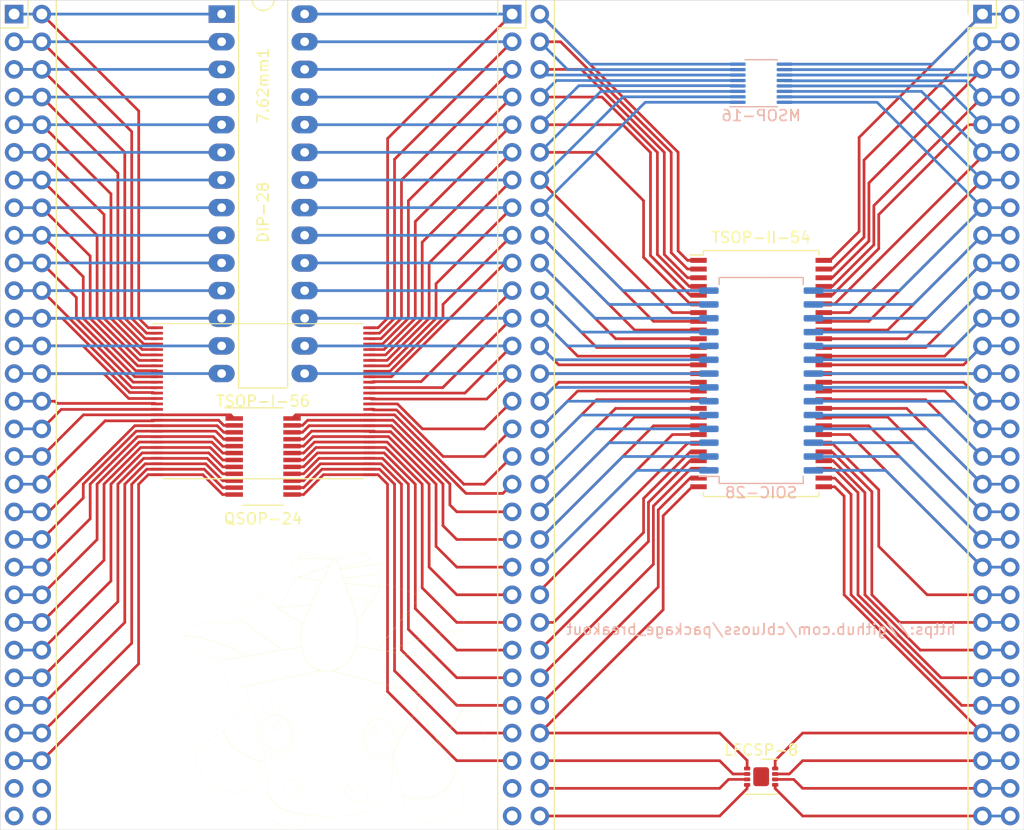
<source format=kicad_pcb>
(kicad_pcb (version 20171130) (host pcbnew 5.1.5+dfsg1-2build2)

  (general
    (thickness 1.6)
    (drawings 5)
    (tracks 732)
    (zones 0)
    (modules 15)
    (nets 123)
  )

  (page A4)
  (layers
    (0 F.Cu signal hide)
    (31 B.Cu signal)
    (32 B.Adhes user)
    (33 F.Adhes user)
    (34 B.Paste user)
    (35 F.Paste user)
    (36 B.SilkS user)
    (37 F.SilkS user)
    (38 B.Mask user)
    (39 F.Mask user)
    (40 Dwgs.User user)
    (41 Cmts.User user)
    (42 Eco1.User user)
    (43 Eco2.User user)
    (44 Edge.Cuts user)
    (45 Margin user)
    (46 B.CrtYd user)
    (47 F.CrtYd user)
    (48 B.Fab user)
    (49 F.Fab user)
  )

  (setup
    (last_trace_width 0.25)
    (trace_clearance 0.2)
    (zone_clearance 0.508)
    (zone_45_only no)
    (trace_min 0.2)
    (via_size 0.8)
    (via_drill 0.4)
    (via_min_size 0.4)
    (via_min_drill 0.3)
    (uvia_size 0.3)
    (uvia_drill 0.1)
    (uvias_allowed no)
    (uvia_min_size 0.2)
    (uvia_min_drill 0.1)
    (edge_width 0.05)
    (segment_width 0.2)
    (pcb_text_width 0.3)
    (pcb_text_size 1.5 1.5)
    (mod_edge_width 0.12)
    (mod_text_size 1 1)
    (mod_text_width 0.15)
    (pad_size 1.524 1.524)
    (pad_drill 0.762)
    (pad_to_mask_clearance 0.051)
    (solder_mask_min_width 0.25)
    (aux_axis_origin 0 0)
    (visible_elements FFFFFF7F)
    (pcbplotparams
      (layerselection 0x010fc_ffffffff)
      (usegerberextensions false)
      (usegerberattributes true)
      (usegerberadvancedattributes false)
      (creategerberjobfile false)
      (excludeedgelayer true)
      (linewidth 0.100000)
      (plotframeref false)
      (viasonmask false)
      (mode 1)
      (useauxorigin false)
      (hpglpennumber 1)
      (hpglpenspeed 20)
      (hpglpendiameter 15.000000)
      (psnegative false)
      (psa4output false)
      (plotreference true)
      (plotvalue true)
      (plotinvisibletext false)
      (padsonsilk false)
      (subtractmaskfromsilk true)
      (outputformat 1)
      (mirror false)
      (drillshape 0)
      (scaleselection 1)
      (outputdirectory "gerbers"))
  )

  (net 0 "")
  (net 1 "Net-(J_PinLeft1-Pad60)")
  (net 2 "Net-(J_PinLeft1-Pad59)")
  (net 3 "Net-(J_PinLeft1-Pad58)")
  (net 4 "Net-(J_PinLeft1-Pad57)")
  (net 5 "Net-(J_PinLeft1-Pad55)")
  (net 6 "Net-(J_PinLeft1-Pad53)")
  (net 7 "Net-(J_PinLeft1-Pad51)")
  (net 8 "Net-(J_PinLeft1-Pad49)")
  (net 9 "Net-(J_PinLeft1-Pad47)")
  (net 10 "Net-(J_PinLeft1-Pad45)")
  (net 11 "Net-(J_PinLeft1-Pad43)")
  (net 12 "Net-(J_PinLeft1-Pad41)")
  (net 13 "Net-(J_PinLeft1-Pad39)")
  (net 14 "Net-(J_PinLeft1-Pad37)")
  (net 15 "Net-(J_PinLeft1-Pad35)")
  (net 16 "Net-(J_PinLeft1-Pad33)")
  (net 17 "Net-(J_PinLeft1-Pad31)")
  (net 18 "Net-(J_PinLeft1-Pad29)")
  (net 19 "Net-(J_PinMiddle1-Pad60)")
  (net 20 "Net-(J_PinMiddle1-Pad59)")
  (net 21 "Net-(J_PinMiddle1-Pad58)")
  (net 22 "Net-(J_PinMiddle1-Pad57)")
  (net 23 "Net-(J_PinMiddle1-Pad56)")
  (net 24 "Net-(J_PinMiddle1-Pad55)")
  (net 25 "Net-(J_PinMiddle1-Pad54)")
  (net 26 "Net-(J_PinMiddle1-Pad53)")
  (net 27 "Net-(J_PinMiddle1-Pad52)")
  (net 28 "Net-(J_PinMiddle1-Pad51)")
  (net 29 "Net-(J_PinMiddle1-Pad50)")
  (net 30 "Net-(J_PinMiddle1-Pad49)")
  (net 31 "Net-(J_PinMiddle1-Pad48)")
  (net 32 "Net-(J_PinMiddle1-Pad47)")
  (net 33 "Net-(J_PinMiddle1-Pad46)")
  (net 34 "Net-(J_PinMiddle1-Pad45)")
  (net 35 "Net-(J_PinMiddle1-Pad44)")
  (net 36 "Net-(J_PinMiddle1-Pad43)")
  (net 37 "Net-(J_PinMiddle1-Pad42)")
  (net 38 "Net-(J_PinMiddle1-Pad41)")
  (net 39 "Net-(J_PinMiddle1-Pad40)")
  (net 40 "Net-(J_PinMiddle1-Pad39)")
  (net 41 "Net-(J_PinMiddle1-Pad38)")
  (net 42 "Net-(J_PinMiddle1-Pad37)")
  (net 43 "Net-(J_PinMiddle1-Pad36)")
  (net 44 "Net-(J_PinMiddle1-Pad35)")
  (net 45 "Net-(J_PinMiddle1-Pad34)")
  (net 46 "Net-(J_PinMiddle1-Pad33)")
  (net 47 "Net-(J_PinMiddle1-Pad32)")
  (net 48 "Net-(J_PinMiddle1-Pad31)")
  (net 49 "Net-(J_PinMiddle1-Pad30)")
  (net 50 "Net-(J_PinMiddle1-Pad29)")
  (net 51 "Net-(J_PinMiddle1-Pad28)")
  (net 52 "Net-(J_PinMiddle1-Pad26)")
  (net 53 "Net-(J_PinMiddle1-Pad24)")
  (net 54 "Net-(J_PinMiddle1-Pad22)")
  (net 55 "Net-(J_PinMiddle1-Pad20)")
  (net 56 "Net-(J_PinMiddle1-Pad18)")
  (net 57 "Net-(J_PinMiddle1-Pad16)")
  (net 58 "Net-(J_PinMiddle1-Pad14)")
  (net 59 "Net-(J_PinMiddle1-Pad12)")
  (net 60 "Net-(J_PinMiddle1-Pad10)")
  (net 61 "Net-(J_PinMiddle1-Pad8)")
  (net 62 "Net-(J_PinMiddle1-Pad6)")
  (net 63 "Net-(J_PinMiddle1-Pad4)")
  (net 64 "Net-(J_PinMiddle1-Pad2)")
  (net 65 "Net-(J_PinRight1-Pad59)")
  (net 66 "Net-(J_PinRight1-Pad57)")
  (net 67 "Net-(J_PinRight1-Pad55)")
  (net 68 "Net-(J_PinRight1-Pad53)")
  (net 69 "Net-(J_PinRight1-Pad51)")
  (net 70 "Net-(J_PinRight1-Pad49)")
  (net 71 "Net-(J_PinRight1-Pad47)")
  (net 72 "Net-(J_PinRight1-Pad45)")
  (net 73 "Net-(J_PinRight1-Pad43)")
  (net 74 "Net-(J_PinRight1-Pad41)")
  (net 75 "Net-(J_PinRight1-Pad39)")
  (net 76 "Net-(J_PinRight1-Pad37)")
  (net 77 "Net-(J_PinRight1-Pad35)")
  (net 78 "Net-(J_PinRight1-Pad33)")
  (net 79 "Net-(J_PinRight1-Pad31)")
  (net 80 "Net-(J_PinRight1-Pad29)")
  (net 81 "Net-(J_PinRight1-Pad27)")
  (net 82 "Net-(J_PinRight1-Pad25)")
  (net 83 "Net-(J_PinRight1-Pad23)")
  (net 84 "Net-(J_PinRight1-Pad21)")
  (net 85 "Net-(J_PinRight1-Pad19)")
  (net 86 "Net-(J_PinRight1-Pad17)")
  (net 87 "Net-(J_PinRight1-Pad15)")
  (net 88 "Net-(J_PinRight1-Pad13)")
  (net 89 "Net-(J_PinRight1-Pad11)")
  (net 90 "Net-(J_PinRight1-Pad10)")
  (net 91 "Net-(J_PinRight1-Pad7)")
  (net 92 "Net-(J_PinRight1-Pad5)")
  (net 93 "Net-(J_PinRight1-Pad3)")
  (net 94 "Net-(J_PinRight1-Pad1)")
  (net 95 "Net-(DIP-28_W7.62mm1-Pad28)")
  (net 96 "Net-(DIP-28_W7.62mm1-Pad14)")
  (net 97 "Net-(DIP-28_W7.62mm1-Pad27)")
  (net 98 "Net-(DIP-28_W7.62mm1-Pad13)")
  (net 99 "Net-(DIP-28_W7.62mm1-Pad26)")
  (net 100 "Net-(DIP-28_W7.62mm1-Pad12)")
  (net 101 "Net-(DIP-28_W7.62mm1-Pad25)")
  (net 102 "Net-(DIP-28_W7.62mm1-Pad11)")
  (net 103 "Net-(DIP-28_W7.62mm1-Pad24)")
  (net 104 "Net-(DIP-28_W7.62mm1-Pad10)")
  (net 105 "Net-(DIP-28_W7.62mm1-Pad23)")
  (net 106 "Net-(DIP-28_W7.62mm1-Pad9)")
  (net 107 "Net-(DIP-28_W7.62mm1-Pad22)")
  (net 108 "Net-(DIP-28_W7.62mm1-Pad8)")
  (net 109 "Net-(DIP-28_W7.62mm1-Pad21)")
  (net 110 "Net-(DIP-28_W7.62mm1-Pad7)")
  (net 111 "Net-(DIP-28_W7.62mm1-Pad20)")
  (net 112 "Net-(DIP-28_W7.62mm1-Pad6)")
  (net 113 "Net-(DIP-28_W7.62mm1-Pad19)")
  (net 114 "Net-(DIP-28_W7.62mm1-Pad5)")
  (net 115 "Net-(DIP-28_W7.62mm1-Pad18)")
  (net 116 "Net-(DIP-28_W7.62mm1-Pad4)")
  (net 117 "Net-(DIP-28_W7.62mm1-Pad17)")
  (net 118 "Net-(DIP-28_W7.62mm1-Pad3)")
  (net 119 "Net-(DIP-28_W7.62mm1-Pad16)")
  (net 120 "Net-(DIP-28_W7.62mm1-Pad2)")
  (net 121 "Net-(DIP-28_W7.62mm1-Pad15)")
  (net 122 "Net-(DIP-28_W7.62mm1-Pad1)")

  (net_class Default "Dies ist die voreingestellte Netzklasse."
    (clearance 0.2)
    (trace_width 0.25)
    (via_dia 0.8)
    (via_drill 0.4)
    (uvia_dia 0.3)
    (uvia_drill 0.1)
    (add_net "Net-(DIP-28_W7.62mm1-Pad1)")
    (add_net "Net-(DIP-28_W7.62mm1-Pad10)")
    (add_net "Net-(DIP-28_W7.62mm1-Pad11)")
    (add_net "Net-(DIP-28_W7.62mm1-Pad12)")
    (add_net "Net-(DIP-28_W7.62mm1-Pad13)")
    (add_net "Net-(DIP-28_W7.62mm1-Pad14)")
    (add_net "Net-(DIP-28_W7.62mm1-Pad15)")
    (add_net "Net-(DIP-28_W7.62mm1-Pad16)")
    (add_net "Net-(DIP-28_W7.62mm1-Pad17)")
    (add_net "Net-(DIP-28_W7.62mm1-Pad18)")
    (add_net "Net-(DIP-28_W7.62mm1-Pad19)")
    (add_net "Net-(DIP-28_W7.62mm1-Pad2)")
    (add_net "Net-(DIP-28_W7.62mm1-Pad20)")
    (add_net "Net-(DIP-28_W7.62mm1-Pad21)")
    (add_net "Net-(DIP-28_W7.62mm1-Pad22)")
    (add_net "Net-(DIP-28_W7.62mm1-Pad23)")
    (add_net "Net-(DIP-28_W7.62mm1-Pad24)")
    (add_net "Net-(DIP-28_W7.62mm1-Pad25)")
    (add_net "Net-(DIP-28_W7.62mm1-Pad26)")
    (add_net "Net-(DIP-28_W7.62mm1-Pad27)")
    (add_net "Net-(DIP-28_W7.62mm1-Pad28)")
    (add_net "Net-(DIP-28_W7.62mm1-Pad3)")
    (add_net "Net-(DIP-28_W7.62mm1-Pad4)")
    (add_net "Net-(DIP-28_W7.62mm1-Pad5)")
    (add_net "Net-(DIP-28_W7.62mm1-Pad6)")
    (add_net "Net-(DIP-28_W7.62mm1-Pad7)")
    (add_net "Net-(DIP-28_W7.62mm1-Pad8)")
    (add_net "Net-(DIP-28_W7.62mm1-Pad9)")
    (add_net "Net-(J_PinLeft1-Pad29)")
    (add_net "Net-(J_PinLeft1-Pad31)")
    (add_net "Net-(J_PinLeft1-Pad33)")
    (add_net "Net-(J_PinLeft1-Pad35)")
    (add_net "Net-(J_PinLeft1-Pad37)")
    (add_net "Net-(J_PinLeft1-Pad39)")
    (add_net "Net-(J_PinLeft1-Pad41)")
    (add_net "Net-(J_PinLeft1-Pad43)")
    (add_net "Net-(J_PinLeft1-Pad45)")
    (add_net "Net-(J_PinLeft1-Pad47)")
    (add_net "Net-(J_PinLeft1-Pad49)")
    (add_net "Net-(J_PinLeft1-Pad51)")
    (add_net "Net-(J_PinLeft1-Pad53)")
    (add_net "Net-(J_PinLeft1-Pad55)")
    (add_net "Net-(J_PinLeft1-Pad57)")
    (add_net "Net-(J_PinLeft1-Pad58)")
    (add_net "Net-(J_PinLeft1-Pad59)")
    (add_net "Net-(J_PinLeft1-Pad60)")
    (add_net "Net-(J_PinMiddle1-Pad10)")
    (add_net "Net-(J_PinMiddle1-Pad12)")
    (add_net "Net-(J_PinMiddle1-Pad14)")
    (add_net "Net-(J_PinMiddle1-Pad16)")
    (add_net "Net-(J_PinMiddle1-Pad18)")
    (add_net "Net-(J_PinMiddle1-Pad2)")
    (add_net "Net-(J_PinMiddle1-Pad20)")
    (add_net "Net-(J_PinMiddle1-Pad22)")
    (add_net "Net-(J_PinMiddle1-Pad24)")
    (add_net "Net-(J_PinMiddle1-Pad26)")
    (add_net "Net-(J_PinMiddle1-Pad28)")
    (add_net "Net-(J_PinMiddle1-Pad29)")
    (add_net "Net-(J_PinMiddle1-Pad30)")
    (add_net "Net-(J_PinMiddle1-Pad31)")
    (add_net "Net-(J_PinMiddle1-Pad32)")
    (add_net "Net-(J_PinMiddle1-Pad33)")
    (add_net "Net-(J_PinMiddle1-Pad34)")
    (add_net "Net-(J_PinMiddle1-Pad35)")
    (add_net "Net-(J_PinMiddle1-Pad36)")
    (add_net "Net-(J_PinMiddle1-Pad37)")
    (add_net "Net-(J_PinMiddle1-Pad38)")
    (add_net "Net-(J_PinMiddle1-Pad39)")
    (add_net "Net-(J_PinMiddle1-Pad4)")
    (add_net "Net-(J_PinMiddle1-Pad40)")
    (add_net "Net-(J_PinMiddle1-Pad41)")
    (add_net "Net-(J_PinMiddle1-Pad42)")
    (add_net "Net-(J_PinMiddle1-Pad43)")
    (add_net "Net-(J_PinMiddle1-Pad44)")
    (add_net "Net-(J_PinMiddle1-Pad45)")
    (add_net "Net-(J_PinMiddle1-Pad46)")
    (add_net "Net-(J_PinMiddle1-Pad47)")
    (add_net "Net-(J_PinMiddle1-Pad48)")
    (add_net "Net-(J_PinMiddle1-Pad49)")
    (add_net "Net-(J_PinMiddle1-Pad50)")
    (add_net "Net-(J_PinMiddle1-Pad51)")
    (add_net "Net-(J_PinMiddle1-Pad52)")
    (add_net "Net-(J_PinMiddle1-Pad53)")
    (add_net "Net-(J_PinMiddle1-Pad54)")
    (add_net "Net-(J_PinMiddle1-Pad55)")
    (add_net "Net-(J_PinMiddle1-Pad56)")
    (add_net "Net-(J_PinMiddle1-Pad57)")
    (add_net "Net-(J_PinMiddle1-Pad58)")
    (add_net "Net-(J_PinMiddle1-Pad59)")
    (add_net "Net-(J_PinMiddle1-Pad6)")
    (add_net "Net-(J_PinMiddle1-Pad60)")
    (add_net "Net-(J_PinMiddle1-Pad8)")
    (add_net "Net-(J_PinRight1-Pad1)")
    (add_net "Net-(J_PinRight1-Pad10)")
    (add_net "Net-(J_PinRight1-Pad11)")
    (add_net "Net-(J_PinRight1-Pad13)")
    (add_net "Net-(J_PinRight1-Pad15)")
    (add_net "Net-(J_PinRight1-Pad17)")
    (add_net "Net-(J_PinRight1-Pad19)")
    (add_net "Net-(J_PinRight1-Pad21)")
    (add_net "Net-(J_PinRight1-Pad23)")
    (add_net "Net-(J_PinRight1-Pad25)")
    (add_net "Net-(J_PinRight1-Pad27)")
    (add_net "Net-(J_PinRight1-Pad29)")
    (add_net "Net-(J_PinRight1-Pad3)")
    (add_net "Net-(J_PinRight1-Pad31)")
    (add_net "Net-(J_PinRight1-Pad33)")
    (add_net "Net-(J_PinRight1-Pad35)")
    (add_net "Net-(J_PinRight1-Pad37)")
    (add_net "Net-(J_PinRight1-Pad39)")
    (add_net "Net-(J_PinRight1-Pad41)")
    (add_net "Net-(J_PinRight1-Pad43)")
    (add_net "Net-(J_PinRight1-Pad45)")
    (add_net "Net-(J_PinRight1-Pad47)")
    (add_net "Net-(J_PinRight1-Pad49)")
    (add_net "Net-(J_PinRight1-Pad5)")
    (add_net "Net-(J_PinRight1-Pad51)")
    (add_net "Net-(J_PinRight1-Pad53)")
    (add_net "Net-(J_PinRight1-Pad55)")
    (add_net "Net-(J_PinRight1-Pad57)")
    (add_net "Net-(J_PinRight1-Pad59)")
    (add_net "Net-(J_PinRight1-Pad7)")
  )

  (module Battery:unicorn (layer F.Cu) (tedit 61CE5F12) (tstamp 61D01F7F)
    (at 79.375 92.075)
    (fp_text reference G*** (at 0 0) (layer F.SilkS) hide
      (effects (font (size 1.524 1.524) (thickness 0.3)))
    )
    (fp_text value LOGO (at 0.75 0) (layer F.SilkS) hide
      (effects (font (size 1.524 1.524) (thickness 0.3)))
    )
    (fp_curve (pts (xy 10.16 7.62) (xy 11.876683 6.904908) (xy 11.872256 5.327959) (xy 11.872256 5.327959)) (layer F.SilkS) (width 0.01))
    (fp_curve (pts (xy 12.214444 -7.506856) (xy 10.857716 -7.517341) (xy 7.142368 -6.279694) (xy 5.677579 -5.598457)) (layer F.SilkS) (width 0.01))
    (fp_line (start 1.820352 -11.859785) (end 5.003018 -11.522139) (layer F.SilkS) (width 0.01))
    (fp_line (start 5.003018 -11.522139) (end 4.648087 -12.680977) (layer F.SilkS) (width 0.01))
    (fp_line (start 4.648087 -12.680977) (end 4.648087 -12.680977) (layer F.SilkS) (width 0.01))
    (fp_curve (pts (xy 7.564004 -5.267842) (xy 8.588869 -5.349767) (xy 9.623183 -5.457316) (xy 10.199991 -5.51877)) (layer F.SilkS) (width 0.01))
    (fp_curve (pts (xy 10.199991 -5.51877) (xy 11.530097 -5.665598) (xy 12.593901 -6.779798) (xy 12.584024 -7.45002)) (layer F.SilkS) (width 0.01))
    (fp_curve (pts (xy 12.584024 -7.45002) (xy 12.497346 -7.487605) (xy 12.371732 -7.50564) (xy 12.214444 -7.506856)) (layer F.SilkS) (width 0.01))
    (fp_curve (pts (xy -1.685458 -4.638826) (xy -2.190215 -5.29558) (xy -2.39805 -6.76663) (xy -2.204689 -7.523442)) (layer F.SilkS) (width 0.01))
    (fp_curve (pts (xy 0.160695 -3.773441) (xy -0.540437 -3.772916) (xy -1.180702 -3.982072) (xy -1.685458 -4.638826)) (layer F.SilkS) (width 0.01))
    (fp_curve (pts (xy 2.122234 -4.696519) (xy 1.555175 -4.074246) (xy 0.861827 -3.773969) (xy 0.160695 -3.773441)) (layer F.SilkS) (width 0.01))
    (fp_curve (pts (xy -1.714316 -9.023408) (xy -1.631776 -9.248959) (xy -1.504699 -9.544956) (xy -1.354111 -9.875801)) (layer F.SilkS) (width 0.01))
    (fp_curve (pts (xy 2.901079 -8.331134) (xy 3.027422 -7.355704) (xy 2.99093 -5.691149) (xy 2.122234 -4.696519)) (layer F.SilkS) (width 0.01))
    (fp_curve (pts (xy 0.881849 -14.302288) (xy 0.881849 -14.302288) (xy 2.700791 -9.808355) (xy 2.901079 -8.331134)) (layer F.SilkS) (width 0.01))
    (fp_curve (pts (xy -1.714305 -9.023441) (xy -1.20665 -10.41067) (xy 0.881849 -14.302288) (xy 0.881849 -14.302288)) (layer F.SilkS) (width 0.01))
    (fp_curve (pts (xy -2.204689 -7.523442) (xy -2.011329 -8.280253) (xy -2.22196 -7.636213) (xy -1.714305 -9.023441)) (layer F.SilkS) (width 0.01))
    (fp_line (start 0.679239 -3.83083) (end 0.679239 -3.83083) (layer F.SilkS) (width 0.01))
    (fp_line (start -3.772421 -5.759883) (end -9.483554 -4.740059) (layer F.SilkS) (width 0.01))
    (fp_line (start -9.483554 -4.740059) (end -8.790097 -2.088399) (layer F.SilkS) (width 0.01))
    (fp_line (start 2.295254 -10.581123) (end 2.295254 -10.581123) (layer F.SilkS) (width 0.01))
    (fp_curve (pts (xy -3.358535 7.649635) (xy -3.127765 7.822712) (xy -2.148172 7.941968) (xy -1.858535 7.822712)) (layer F.SilkS) (width 0.01))
    (fp_curve (pts (xy 8.258633 9.791191) (xy 9.878539 10.7819) (xy 12.589071 9.620258) (xy 12.639102 7.911357)) (layer F.SilkS) (width 0.01))
    (fp_curve (pts (xy 4.87453 1.736172) (xy 4.87453 1.59382) (xy 4.800785 1.462281) (xy 4.681074 1.391105)) (layer F.SilkS) (width 0.01))
    (fp_curve (pts (xy 4.681074 1.391105) (xy 4.561363 1.319928) (xy 4.413873 1.319928) (xy 4.294163 1.391105)) (layer F.SilkS) (width 0.01))
    (fp_curve (pts (xy 4.294163 1.391105) (xy 4.174452 1.462281) (xy 4.100707 1.59382) (xy 4.100707 1.736172)) (layer F.SilkS) (width 0.01))
    (fp_curve (pts (xy 4.100707 1.736172) (xy 4.100707 1.878525) (xy 4.174452 2.010064) (xy 4.294163 2.08124)) (layer F.SilkS) (width 0.01))
    (fp_curve (pts (xy 4.294163 2.08124) (xy 4.413873 2.152416) (xy 4.561363 2.152416) (xy 4.681074 2.08124)) (layer F.SilkS) (width 0.01))
    (fp_curve (pts (xy 4.681074 2.08124) (xy 4.800785 2.010064) (xy 4.87453 1.878525) (xy 4.87453 1.736172)) (layer F.SilkS) (width 0.01))
    (fp_line (start -6.070074 -0.888827) (end -5.550843 0.149635) (layer F.SilkS) (width 0.01))
    (fp_line (start -4.988495 -1.212505) (end -4.856756 -0.086712) (layer F.SilkS) (width 0.01))
    (fp_line (start -4.021996 -1.061904) (end -4.195073 -0.196518) (layer F.SilkS) (width 0.01))
    (fp_line (start 4.913312 -1.306071) (end 4.85562 0.020853) (layer F.SilkS) (width 0.01))
    (fp_curve (pts (xy -12.185458 -7.811836) (xy -12.66285 -7.418882) (xy -13.014318 -7.195252) (xy -12.911288 -6.846504)) (layer F.SilkS) (width 0.01))
    (fp_curve (pts (xy -12.498935 -7.009541) (xy -11.10643 -7.003258) (xy -7.765018 -5.619137) (xy -7.315439 -5.127217)) (layer F.SilkS) (width 0.01))
    (fp_line (start -12.498935 -7.009541) (end -12.498935 -7.009541) (layer F.SilkS) (width 0.01))
    (fp_line (start -7.315439 -5.127217) (end -3.994052 -5.720332) (layer F.SilkS) (width 0.01))
    (fp_line (start -3.994052 -5.720332) (end -7.556406 -8.360127) (layer F.SilkS) (width 0.01))
    (fp_line (start -7.556406 -8.360127) (end -7.556406 -8.360127) (layer F.SilkS) (width 0.01))
    (fp_curve (pts (xy -2.192734 -5.968623) (xy -2.190961 -5.958892) (xy -2.188702 -5.949337) (xy -2.186875 -5.93962)) (layer F.SilkS) (width 0.01))
    (fp_curve (pts (xy -2.186875 -5.93962) (xy -2.295451 -6.51641) (xy -2.307621 -7.120756) (xy -2.204746 -7.523408)) (layer F.SilkS) (width 0.01))
    (fp_curve (pts (xy 0.98085 -3.91711) (xy 0.954564 -3.907762) (xy 0.928192 -3.898868) (xy 0.901748 -3.890449)) (layer F.SilkS) (width 0.01))
    (fp_line (start 4.24877 -10.223701) (end 2.295254 -10.581123) (layer F.SilkS) (width 0.01))
    (fp_line (start -1.354111 -9.875801) (end -1.354111 -9.875801) (layer F.SilkS) (width 0.01))
    (fp_line (start -8.408212 -4.9321) (end -7.315439 -5.127217) (layer F.SilkS) (width 0.01))
    (fp_curve (pts (xy -7.556406 -8.360127) (xy -7.944995 -8.249298) (xy -8.702184 -8.081122) (xy -9.518857 -8.172041)) (layer F.SilkS) (width 0.01))
    (fp_curve (pts (xy -1.106113 -4.102998) (xy -1.106263 -4.103001) (xy -1.106413 -4.102996) (xy -1.106563 -4.102998)) (layer F.SilkS) (width 0.01))
    (fp_line (start -5.213095 7.343584) (end -5.213095 7.343584) (layer F.SilkS) (width 0.01))
    (fp_curve (pts (xy 1.274991 -4.042939) (xy 1.191657 -4.000879) (xy 1.107113 -3.964071) (xy 1.021719 -3.931904)) (layer F.SilkS) (width 0.01))
    (fp_curve (pts (xy 1.021719 -3.931904) (xy 1.107128 -3.963951) (xy 1.191651 -4.000942) (xy 1.274991 -4.042939)) (layer F.SilkS) (width 0.01))
    (fp_line (start -1.106563 -4.102998) (end -1.106552 -4.102998) (layer F.SilkS) (width 0.01))
    (fp_curve (pts (xy 0.98085 -3.91711) (xy 0.954575 -3.907726) (xy 0.928181 -3.898906) (xy 0.901748 -3.890449)) (layer F.SilkS) (width 0.01))
    (fp_curve (pts (xy 0.612296 -3.816914) (xy 0.634635 -3.821164) (xy 0.656973 -3.82594) (xy 0.679239 -3.83083)) (layer F.SilkS) (width 0.01))
    (fp_curve (pts (xy 0.901748 -3.890449) (xy 0.928181 -3.898906) (xy 0.954575 -3.907726) (xy 0.98085 -3.91711)) (layer F.SilkS) (width 0.01))
    (fp_curve (pts (xy 7.224746 7.601836) (xy 7.057097 8.373323) (xy 7.467184 9.196353) (xy 8.258633 9.791191)) (layer F.SilkS) (width 0.01))
    (fp_curve (pts (xy 8.4621 -0.504316) (xy 8.14531 0.391222) (xy 7.671901 0.783248) (xy 7.372256 1.476592)) (layer F.SilkS) (width 0.01))
    (fp_line (start -2.204689 -7.523442) (end -2.204689 -7.523442) (layer F.SilkS) (width 0.01))
    (fp_curve (pts (xy -9.378378 1.738213) (xy -9.378378 1.738213) (xy -9.107767 2.771275) (xy -8.167392 3.431719)) (layer F.SilkS) (width 0.01))
    (fp_line (start 7.330948 -8.93332) (end 4.763663 -5.758564) (layer F.SilkS) (width 0.01))
    (fp_line (start 4.763663 -5.758564) (end 5.677579 -5.598457) (layer F.SilkS) (width 0.01))
    (fp_line (start 11.268887 -9.829805) (end 11.268887 -9.829805) (layer F.SilkS) (width 0.01))
    (fp_curve (pts (xy 2.900381 -8.335811) (xy 2.900584 -8.334334) (xy 2.900915 -8.332594) (xy 2.901114 -8.331123)) (layer F.SilkS) (width 0.01))
    (fp_curve (pts (xy -2.03995 -8.139668) (xy -1.995544 -8.262901) (xy -1.920467 -8.460074) (xy -1.714316 -9.023408)) (layer F.SilkS) (width 0.01))
    (fp_line (start 0.428458 -13.445039) (end -2.4233 -12.420234) (layer F.SilkS) (width 0.01))
    (fp_line (start -2.4233 -12.420234) (end -0.291952 -12.052119) (layer F.SilkS) (width 0.01))
    (fp_line (start 0.428458 -13.445039) (end 0.428458 -13.445039) (layer F.SilkS) (width 0.01))
    (fp_curve (pts (xy 1.65629 -12.298652) (xy 1.647287 -12.322746) (xy 1.639983 -12.341261) (xy 1.631094 -12.36501)) (layer F.SilkS) (width 0.01))
    (fp_curve (pts (xy 1.631094 -12.36501) (xy 1.705092 -12.16821) (xy 1.779069 -11.972059) (xy 1.856387 -11.760176)) (layer F.SilkS) (width 0.01))
    (fp_curve (pts (xy 1.856387 -11.760176) (xy 1.844345 -11.793193) (xy 1.832383 -11.826965) (xy 1.820352 -11.859785)) (layer F.SilkS) (width 0.01))
    (fp_line (start 4.648087 -12.680977) (end 1.65629 -12.298652) (layer F.SilkS) (width 0.01))
    (fp_line (start -2.329111 -12.403975) (end -2.834921 -12.230684) (layer F.SilkS) (width 0.01))
    (fp_line (start 8.4621 -0.504316) (end 8.4621 -0.504316) (layer F.SilkS) (width 0.01))
    (fp_curve (pts (xy -0.656698 -3.892647) (xy -0.609934 -3.877337) (xy -0.562465 -3.864201) (xy -0.514755 -3.85207)) (layer F.SilkS) (width 0.01))
    (fp_line (start 7.256827 7.707305) (end 7.224746 7.601836) (layer F.SilkS) (width 0.01))
    (fp_curve (pts (xy -1.358066 -9.867158) (xy -1.062919 -10.516511) (xy -0.669388 -11.31103) (xy -0.292099 -12.052119)) (layer F.SilkS) (width 0.01))
    (fp_curve (pts (xy 0.98085 -3.91711) (xy 0.954564 -3.907762) (xy 0.928192 -3.898868) (xy 0.901748 -3.890449)) (layer F.SilkS) (width 0.01))
    (fp_line (start 2.295254 -10.581123) (end 2.322061 -10.434932) (layer F.SilkS) (width 0.01))
    (fp_line (start 11.872256 5.327959) (end 10.202921 2.472832) (layer F.SilkS) (width 0.01))
    (fp_curve (pts (xy 7.372256 1.476592) (xy 6.944856 2.465549) (xy 6.442847 3.02765) (xy 6.218399 3.957305)) (layer F.SilkS) (width 0.01))
    (fp_curve (pts (xy 2.322061 -10.434932) (xy 2.604824 -9.591399) (xy 2.835357 -8.809789) (xy 2.900381 -8.335811)) (layer F.SilkS) (width 0.01))
    (fp_line (start -2.0754 -12.545625) (end -2.0754 -12.545625) (layer F.SilkS) (width 0.01))
    (fp_line (start -8.341415 -8.941816) (end -3.994198 -5.720332) (layer F.SilkS) (width 0.01))
    (fp_line (start -3.994198 -5.720332) (end -3.772421 -5.759883) (layer F.SilkS) (width 0.01))
    (fp_line (start -3.772421 -5.759883) (end -2.192734 -5.968623) (layer F.SilkS) (width 0.01))
    (fp_line (start -2.044345 -8.127803) (end -2.195663 -8.232393) (layer F.SilkS) (width 0.01))
    (fp_line (start -2.195663 -8.232393) (end -4.397031 -9.542695) (layer F.SilkS) (width 0.01))
    (fp_line (start -4.397031 -9.542695) (end -4.175254 -9.599971) (layer F.SilkS) (width 0.01))
    (fp_line (start -4.175254 -9.599971) (end -6.056845 -10.90002) (layer F.SilkS) (width 0.01))
    (fp_line (start -6.056845 -10.90002) (end -6.056845 -10.90002) (layer F.SilkS) (width 0.01))
    (fp_curve (pts (xy -0.291952 -12.052119) (xy -0.024876 -12.576655) (xy 0.223031 -13.053726) (xy 0.428458 -13.445039)) (layer F.SilkS) (width 0.01))
    (fp_curve (pts (xy 0.901748 -3.890449) (xy 0.928181 -3.898906) (xy 0.954575 -3.907726) (xy 0.98085 -3.91711)) (layer F.SilkS) (width 0.01))
    (fp_curve (pts (xy -4.19913 1.603509) (xy -4.307809 1.690604) (xy -4.453872 1.711066) (xy -4.5823 1.657186)) (layer F.SilkS) (width 0.01))
    (fp_curve (pts (xy 7.256827 7.707305) (xy 7.256827 7.707305) (xy 8.443318 8.335092) (xy 10.16 7.62)) (layer F.SilkS) (width 0.01))
    (fp_curve (pts (xy 6.218399 3.957305) (xy 6.202246 4.024211) (xy 6.189328 4.093218) (xy 6.178116 4.163261)) (layer F.SilkS) (width 0.01))
    (fp_curve (pts (xy -1.578964 9.455888) (xy -2.547217 9.354088) (xy -3.495253 9.159364) (xy -4.051327 8.803447)) (layer F.SilkS) (width 0.01))
    (fp_curve (pts (xy -4.051327 8.803447) (xy -4.687885 8.396016) (xy -5.03881 8.001308) (xy -5.213095 7.343584)) (layer F.SilkS) (width 0.01))
    (fp_line (start 12.622256 -0.254268) (end 9.117618 -3.138106) (layer F.SilkS) (width 0.01))
    (fp_line (start 9.117618 -3.138106) (end 9.117618 -3.138106) (layer F.SilkS) (width 0.01))
    (fp_curve (pts (xy -1.106552 -4.102998) (xy -1.058539 -4.07282) (xy -1.009777 -4.045147) (xy -0.960361 -4.019649)) (layer F.SilkS) (width 0.01))
    (fp_curve (pts (xy -0.960361 -4.019649) (xy -1.009648 -4.045146) (xy -1.058213 -4.07287) (xy -1.106113 -4.102998)) (layer F.SilkS) (width 0.01))
    (fp_curve (pts (xy -8.167392 3.431719) (xy -7.227017 4.092164) (xy -5.875937 4.534307) (xy -5.875937 4.534307)) (layer F.SilkS) (width 0.01))
    (fp_curve (pts (xy 6.595304 2.39959) (xy 6.595282 1.901817) (xy 6.427913 1.424441) (xy 6.130016 1.07248)) (layer F.SilkS) (width 0.01))
    (fp_curve (pts (xy 6.130016 1.07248) (xy 5.832118 0.72052) (xy 5.428095 0.522805) (xy 5.006827 0.522832)) (layer F.SilkS) (width 0.01))
    (fp_line (start 0.679239 -3.830832) (end 0.679239 -3.830832) (layer F.SilkS) (width 0.01))
    (fp_curve (pts (xy 4.891397 0.633428) (xy 5.252719 0.633429) (xy 5.59924 0.807365) (xy 5.854724 1.116968)) (layer F.SilkS) (width 0.01))
    (fp_curve (pts (xy 5.854724 1.116968) (xy 6.110208 1.42657) (xy 6.253725 1.846477) (xy 6.253702 2.284307)) (layer F.SilkS) (width 0.01))
    (fp_curve (pts (xy 6.253702 2.284307) (xy 6.253684 3.195985) (xy 5.643766 3.935036) (xy 4.891397 3.935039)) (layer F.SilkS) (width 0.01))
    (fp_curve (pts (xy 4.891397 3.935039) (xy 4.139029 3.935036) (xy 3.52911 3.195985) (xy 3.529092 2.284307)) (layer F.SilkS) (width 0.01))
    (fp_curve (pts (xy 3.529092 2.284307) (xy 3.529068 1.846477) (xy 3.672586 1.42657) (xy 3.92807 1.116967)) (layer F.SilkS) (width 0.01))
    (fp_curve (pts (xy 3.92807 1.116967) (xy 4.183554 0.807364) (xy 4.530076 0.633429) (xy 4.891397 0.633428)) (layer F.SilkS) (width 0.01))
    (fp_line (start 5.006827 0.522832) (end 5.006827 0.522832) (layer F.SilkS) (width 0.01))
    (fp_line (start 8.420792 -1.793379) (end 8.419473 -1.782685) (layer F.SilkS) (width 0.01))
    (fp_line (start 8.419473 -1.782685) (end 8.728262 -1.703877) (layer F.SilkS) (width 0.01))
    (fp_line (start -2.07496 -12.545479) (end -2.0754 -12.545625) (layer F.SilkS) (width 0.01))
    (fp_line (start 6.178116 4.163261) (end 7.256827 7.707305) (layer F.SilkS) (width 0.01))
    (fp_curve (pts (xy 0.612296 -3.816914) (xy 0.634635 -3.821167) (xy 0.656973 -3.82594) (xy 0.679239 -3.83083)) (layer F.SilkS) (width 0.01))
    (fp_line (start -2.423154 -12.420234) (end -2.07496 -12.545479) (layer F.SilkS) (width 0.01))
    (fp_line (start 10.202921 2.472832) (end 10.202042 2.471367) (layer F.SilkS) (width 0.01))
    (fp_line (start -2.423886 -12.420381) (end -2.423154 -12.420234) (layer F.SilkS) (width 0.01))
    (fp_line (start -2.0754 -12.545625) (end -2.423886 -12.420381) (layer F.SilkS) (width 0.01))
    (fp_line (start -2.834921 -12.230684) (end -2.834921 -12.23083) (layer F.SilkS) (width 0.01))
    (fp_curve (pts (xy -6.230051 0.787856) (xy -6.119005 1.028992) (xy -6.036667 1.208627) (xy -6.012314 1.303446)) (layer F.SilkS) (width 0.01))
    (fp_curve (pts (xy 0.679239 -3.830832) (xy 0.656973 -3.825942) (xy 0.634635 -3.821166) (xy 0.612296 -3.816916)) (layer F.SilkS) (width 0.01))
    (fp_curve (pts (xy 0.612296 -3.816916) (xy 0.63465 -3.821146) (xy 0.656957 -3.825971) (xy 0.679239 -3.830832)) (layer F.SilkS) (width 0.01))
    (fp_line (start -0.383798 -3.822482) (end -7.214218 -2.413449) (layer F.SilkS) (width 0.01))
    (fp_curve (pts (xy 5.006827 0.522832) (xy 4.129638 0.522872) (xy 3.418541 1.363098) (xy 3.418496 2.39959)) (layer F.SilkS) (width 0.01))
    (fp_line (start 8.40834 -0.359004) (end 10.202921 2.472832) (layer F.SilkS) (width 0.01))
    (fp_curve (pts (xy -5.213095 7.343584) (xy -5.988846 7.606555) (xy -6.01681 7.933884) (xy -5.839316 8.688164)) (layer F.SilkS) (width 0.01))
    (fp_curve (pts (xy -5.839316 8.688164) (xy -5.652715 9.481148) (xy -4.033481 10.6356) (xy -3.127744 10.591875)) (layer F.SilkS) (width 0.01))
    (fp_curve (pts (xy -3.127744 10.591875) (xy -2.287783 10.551326) (xy -1.870564 10.44943) (xy -1.578964 9.455888)) (layer F.SilkS) (width 0.01))
    (fp_line (start 4.87453 1.736172) (end 4.87453 1.736172) (layer F.SilkS) (width 0.01))
    (fp_curve (pts (xy 11.872256 5.327959) (xy 11.872256 5.327959) (xy 11.876681 6.904908) (xy 10.16 7.62)) (layer F.SilkS) (width 0.01))
    (fp_line (start -4.003573 -9.644356) (end -4.397031 -9.542695) (layer F.SilkS) (width 0.01))
    (fp_line (start -4.397031 -9.542695) (end -2.03995 -8.139668) (layer F.SilkS) (width 0.01))
    (fp_curve (pts (xy 8.40834 -0.359004) (xy 8.426849 -0.405774) (xy 8.444789 -0.454159) (xy 8.462393 -0.503877)) (layer F.SilkS) (width 0.01))
    (fp_line (start -0.656698 -3.892647) (end -0.656698 -3.892647) (layer F.SilkS) (width 0.01))
    (fp_line (start 0.98085 -3.91711) (end 0.98085 -3.91711) (layer F.SilkS) (width 0.01))
    (fp_curve (pts (xy -8.167392 3.431719) (xy -9.107767 2.771275) (xy -9.378378 1.738213) (xy -9.378378 1.738213)) (layer F.SilkS) (width 0.01))
    (fp_curve (pts (xy -5.875937 4.534307) (xy -5.875937 4.534307) (xy -7.227017 4.092164) (xy -8.167392 3.431719)) (layer F.SilkS) (width 0.01))
    (fp_curve (pts (xy -7.157529 7.058672) (xy -6.537526 6.409955) (xy -6.089992 5.856806) (xy -5.875937 4.534307)) (layer F.SilkS) (width 0.01))
    (fp_curve (pts (xy 3.418496 2.39959) (xy 3.418473 3.436139) (xy 4.129589 4.276454) (xy 5.006827 4.276494)) (layer F.SilkS) (width 0.01))
    (fp_curve (pts (xy 5.006827 4.276494) (xy 5.428117 4.276521) (xy 5.832159 4.078786) (xy 6.130059 3.726794)) (layer F.SilkS) (width 0.01))
    (fp_curve (pts (xy 6.130059 3.726794) (xy 6.42796 3.374802) (xy 6.595315 2.897389) (xy 6.595304 2.39959)) (layer F.SilkS) (width 0.01))
    (fp_line (start 4.195743 -10.149434) (end 4.999502 -11.274727) (layer F.SilkS) (width 0.01))
    (fp_line (start 10.202042 2.471367) (end 8.40834 -0.359004) (layer F.SilkS) (width 0.01))
    (fp_line (start 11.872256 5.327959) (end 11.872256 5.327959) (layer F.SilkS) (width 0.01))
    (fp_curve (pts (xy 10.202921 2.472832) (xy 10.202921 2.472832) (xy 11.081208 1.878367) (xy 11.504288 1.415947)) (layer F.SilkS) (width 0.01))
    (fp_curve (pts (xy 11.504288 1.415947) (xy 11.927367 0.953527) (xy 12.622256 -0.254268) (xy 12.622256 -0.254268)) (layer F.SilkS) (width 0.01))
    (fp_curve (pts (xy -4.711533 0.193682) (xy -4.748997 0.195785) (xy -4.786325 0.199449) (xy -4.823447 0.204668)) (layer F.SilkS) (width 0.01))
    (fp_curve (pts (xy -11.685214 3.56663) (xy -12.781097 5.95502) (xy -8.422062 8.18966) (xy -7.157529 7.058672)) (layer F.SilkS) (width 0.01))
    (fp_curve (pts (xy 0.972647 -14.073164) (xy 0.99983 -14.00526) (xy 1.034255 -13.918848) (xy 1.088223 -13.781514)) (layer F.SilkS) (width 0.01))
    (fp_curve (pts (xy 1.088223 -13.781514) (xy 1.160465 -13.598814) (xy 1.212308 -13.464851) (xy 1.319083 -13.188252)) (layer F.SilkS) (width 0.01))
    (fp_line (start 3.679971 -14.648408) (end 0.947598 -14.136152) (layer F.SilkS) (width 0.01))
    (fp_line (start 1.319083 -13.188252) (end 4.144327 -14.051484) (layer F.SilkS) (width 0.01))
    (fp_curve (pts (xy -0.656698 -3.892647) (xy -0.609934 -3.877337) (xy -0.562465 -3.864201) (xy -0.514755 -3.85207)) (layer F.SilkS) (width 0.01))
    (fp_curve (pts (xy -9.378378 1.738213) (xy -10.514709 2.312027) (xy -11.171782 3.091093) (xy -11.685214 3.56663)) (layer F.SilkS) (width 0.01))
    (fp_curve (pts (xy 0.535684 -3.803878) (xy 0.411357 -3.784323) (xy 0.286207 -3.773504) (xy 0.160684 -3.77341)) (layer F.SilkS) (width 0.01))
    (fp_curve (pts (xy 0.160684 -3.77341) (xy -0.062923 -3.77326) (xy -0.28011 -3.795024) (xy -0.488827 -3.84548)) (layer F.SilkS) (width 0.01))
    (fp_curve (pts (xy -0.488827 -3.84548) (xy -0.454021 -3.837118) (xy -0.41907 -3.829271) (xy -0.383798 -3.822482)) (layer F.SilkS) (width 0.01))
    (fp_line (start 8.728262 -1.703877) (end 0.513272 -3.800068) (layer F.SilkS) (width 0.01))
    (fp_curve (pts (xy -4.050888 8.803447) (xy -3.161796 9.372513) (xy -1.270719 9.529607) (xy 0.102969 9.553447)) (layer F.SilkS) (width 0.01))
    (fp_curve (pts (xy 0.102969 9.553447) (xy 1.476657 9.577286) (xy 3.05904 9.490286) (xy 4.083829 8.976592)) (layer F.SilkS) (width 0.01))
    (fp_curve (pts (xy 4.083829 8.976592) (xy 5.108618 8.462898) (xy 5.508179 7.933539) (xy 5.899063 7.038896)) (layer F.SilkS) (width 0.01))
    (fp_curve (pts (xy 5.899063 7.038896) (xy 6.289946 6.144254) (xy 5.993951 4.88696) (xy 6.218399 3.957305)) (layer F.SilkS) (width 0.01))
    (fp_line (start -4.214658 -9.626631) (end -1.358066 -9.867158) (layer F.SilkS) (width 0.01))
    (fp_line (start -4.711533 0.193682) (end -4.711533 0.193682) (layer F.SilkS) (width 0.01))
    (fp_curve (pts (xy -4.821758 1.342294) (xy -4.841507 1.201318) (xy -4.786724 1.06082) (xy -4.678045 0.973725)) (layer F.SilkS) (width 0.01))
    (fp_curve (pts (xy -4.678045 0.973725) (xy -4.569367 0.886629) (xy -4.423303 0.866167) (xy -4.294875 0.920047)) (layer F.SilkS) (width 0.01))
    (fp_curve (pts (xy -4.294875 0.920047) (xy -4.166447 0.973927) (xy -4.075167 1.093963) (xy -4.055418 1.234939)) (layer F.SilkS) (width 0.01))
    (fp_curve (pts (xy -4.055418 1.234939) (xy -4.035669 1.375915) (xy -4.090451 1.516413) (xy -4.19913 1.603509)) (layer F.SilkS) (width 0.01))
    (fp_line (start -8.790097 -2.088399) (end -0.383798 -3.822481) (layer F.SilkS) (width 0.01))
    (fp_curve (pts (xy -12.498935 -7.009541) (xy -12.672031 -7.010322) (xy -12.815068 -6.989791) (xy -12.918613 -6.943623)) (layer F.SilkS) (width 0.01))
    (fp_curve (pts (xy -12.918613 -6.943623) (xy -12.921601 -6.273334) (xy -11.846349 -5.169982) (xy -10.514804 -5.036836)) (layer F.SilkS) (width 0.01))
    (fp_curve (pts (xy -10.514804 -5.036836) (xy -9.748796 -4.963182) (xy -9.130715 -4.928224) (xy -8.408212 -4.9321)) (layer F.SilkS) (width 0.01))
    (fp_curve (pts (xy -0.514755 -3.85207) (xy -0.562514 -3.864139) (xy -0.609886 -3.8774) (xy -0.656698 -3.892647)) (layer F.SilkS) (width 0.01))
    (fp_curve (pts (xy -2.204746 -7.523408) (xy -2.092009 -7.964659) (xy -2.104851 -7.958718) (xy -2.044345 -8.127803)) (layer F.SilkS) (width 0.01))
    (fp_line (start -6.056845 -10.90002) (end -8.341415 -8.941816) (layer F.SilkS) (width 0.01))
    (fp_line (start -5.875937 4.534307) (end -5.567441 4.055742) (layer F.SilkS) (width 0.01))
    (fp_curve (pts (xy -1.106552 -4.102998) (xy -1.058539 -4.07282) (xy -1.009777 -4.045147) (xy -0.960361 -4.019649)) (layer F.SilkS) (width 0.01))
    (fp_curve (pts (xy -0.960361 -4.019649) (xy -1.009648 -4.045146) (xy -1.058213 -4.07287) (xy -1.106113 -4.102998)) (layer F.SilkS) (width 0.01))
    (fp_curve (pts (xy -1.106113 -4.102998) (xy -1.106263 -4.103001) (xy -1.106413 -4.102996) (xy -1.106563 -4.102998)) (layer F.SilkS) (width 0.01))
    (fp_line (start 0.513272 -3.800068) (end 8.756827 -1.696553) (layer F.SilkS) (width 0.01))
    (fp_line (start 8.756827 -1.696553) (end 9.506827 -4.927266) (layer F.SilkS) (width 0.01))
    (fp_line (start 9.506827 -4.927266) (end 3.910684 -5.908125) (layer F.SilkS) (width 0.01))
    (fp_line (start 3.910684 -5.908125) (end 2.79755 -6.08625) (layer F.SilkS) (width 0.01))
    (fp_line (start 2.900381 -8.335811) (end 4.24877 -10.223701) (layer F.SilkS) (width 0.01))
    (fp_curve (pts (xy -1.685458 -4.638838) (xy -1.926191 -4.952062) (xy -2.098389 -5.450777) (xy -2.192734 -5.968623)) (layer F.SilkS) (width 0.01))
    (fp_line (start -2.192734 -5.968623) (end -3.772421 -5.759883) (layer F.SilkS) (width 0.01))
    (fp_line (start 9.117618 -3.138106) (end 8.783927 -1.700654) (layer F.SilkS) (width 0.01))
    (fp_line (start 8.783927 -1.700654) (end 8.420792 -1.793379) (layer F.SilkS) (width 0.01))
    (fp_curve (pts (xy 6.218399 3.957305) (xy 6.442847 3.02765) (xy 6.944856 2.465549) (xy 7.372256 1.476592)) (layer F.SilkS) (width 0.01))
    (fp_curve (pts (xy 7.372256 1.476592) (xy 7.779779 0.533631) (xy 8.509873 0.151652) (xy 8.728262 -1.703877)) (layer F.SilkS) (width 0.01))
    (fp_line (start 0.848428 -3.873897) (end 0.848428 -3.873897) (layer F.SilkS) (width 0.01))
    (fp_curve (pts (xy 0.513272 -3.800068) (xy 0.520765 -3.801171) (xy 0.528198 -3.802708) (xy 0.535684 -3.803878)) (layer F.SilkS) (width 0.01))
    (fp_curve (pts (xy -1.858535 7.822712) (xy -1.568899 7.703456) (xy -1.627766 7.534251) (xy -1.627766 7.534251)) (layer F.SilkS) (width 0.01))
    (fp_curve (pts (xy 3.045311 7.418866) (xy 3.045311 7.418866) (xy 2.501309 6.981192) (xy 2.295311 7.188096)) (layer F.SilkS) (width 0.01))
    (fp_curve (pts (xy 0.679239 -3.83083) (xy 0.656957 -3.82597) (xy 0.63465 -3.821144) (xy 0.612296 -3.816914)) (layer F.SilkS) (width 0.01))
    (fp_curve (pts (xy -4.302695 3.922148) (xy -3.885478 3.863706) (xy -3.512786 3.61181) (xy -3.266614 3.22188)) (layer F.SilkS) (width 0.01))
    (fp_curve (pts (xy -3.266614 3.22188) (xy -3.020442 2.83195) (xy -2.920958 2.335929) (xy -2.990048 1.842949)) (layer F.SilkS) (width 0.01))
    (fp_curve (pts (xy -2.990048 1.842949) (xy -3.126708 0.86744) (xy -3.878355 0.147325) (xy -4.711533 0.193682)) (layer F.SilkS) (width 0.01))
    (fp_line (start -2.003769 -14.785371) (end -2.003769 -14.785371) (layer F.SilkS) (width 0.01))
    (fp_curve (pts (xy -4.597861 0.289043) (xy -3.883078 0.250798) (xy -3.235948 0.886095) (xy -3.115732 1.744072)) (layer F.SilkS) (width 0.01))
    (fp_curve (pts (xy -3.115732 1.744072) (xy -2.989212 2.646938) (xy -3.49066 3.463512) (xy -4.235752 3.567949)) (layer F.SilkS) (width 0.01))
    (fp_curve (pts (xy -4.235752 3.567949) (xy -4.593574 3.618098) (xy -4.960877 3.493945) (xy -5.256854 3.222803)) (layer F.SilkS) (width 0.01))
    (fp_curve (pts (xy -5.256854 3.222803) (xy -5.55283 2.95166) (xy -5.753234 2.555741) (xy -5.813975 2.122148)) (layer F.SilkS) (width 0.01))
    (fp_curve (pts (xy -5.813975 2.122148) (xy -5.874731 1.688549) (xy -5.790844 1.25279) (xy -5.580769 0.910743)) (layer F.SilkS) (width 0.01))
    (fp_curve (pts (xy -5.580769 0.910743) (xy -5.370695 0.568695) (xy -5.051643 0.348381) (xy -4.693808 0.298271)) (layer F.SilkS) (width 0.01))
    (fp_curve (pts (xy -4.693808 0.298271) (xy -4.661987 0.293828) (xy -4.629984 0.29075) (xy -4.597861 0.289043)) (layer F.SilkS) (width 0.01))
    (fp_line (start 12.622256 -0.254268) (end 12.622256 -0.254268) (layer F.SilkS) (width 0.01))
    (fp_curve (pts (xy 2.295311 7.188096) (xy 2.089313 7.395) (xy 2.192103 7.878912) (xy 2.583773 8.111173)) (layer F.SilkS) (width 0.01))
    (fp_curve (pts (xy 2.583773 8.111173) (xy 2.975442 8.343434) (xy 3.648388 8.335133) (xy 3.795311 7.880404)) (layer F.SilkS) (width 0.01))
    (fp_curve (pts (xy 3.795311 7.880404) (xy 3.942233 7.425674) (xy 3.945606 7.177848) (xy 3.564542 6.957327)) (layer F.SilkS) (width 0.01))
    (fp_curve (pts (xy 3.564542 6.957327) (xy 3.183477 6.736806) (xy 2.439452 6.388208) (xy 2.064542 6.611173)) (layer F.SilkS) (width 0.01))
    (fp_curve (pts (xy 2.064542 6.611173) (xy 1.689632 6.834138) (xy 1.77608 7.649635) (xy 1.77608 7.649635)) (layer F.SilkS) (width 0.01))
    (fp_curve (pts (xy -2.003769 -14.785371) (xy -2.292231 -14.785371) (xy -2.377744 -14.158125) (xy -2.377744 -14.158125)) (layer F.SilkS) (width 0.01))
    (fp_line (start 1.343252 -13.125703) (end 4.467179 -13.603096) (layer F.SilkS) (width 0.01))
    (fp_line (start 4.467179 -13.603096) (end 4.144327 -14.051484) (layer F.SilkS) (width 0.01))
    (fp_line (start 4.144327 -14.051484) (end 4.144327 -14.051484) (layer F.SilkS) (width 0.01))
    (fp_line (start -6.903525 -0.869356) (end -9.378378 1.738213) (layer F.SilkS) (width 0.01))
    (fp_line (start -2.834921 -12.23083) (end -4.214658 -9.626631) (layer F.SilkS) (width 0.01))
    (fp_line (start -0.292099 -12.052119) (end -2.329111 -12.403975) (layer F.SilkS) (width 0.01))
    (fp_line (start 8.462393 -0.503877) (end 8.4621 -0.504316) (layer F.SilkS) (width 0.01))
    (fp_curve (pts (xy 1.820352 -11.859785) (xy 2.030519 -11.286468) (xy 2.243274 -10.681078) (xy 2.426504 -10.116768)) (layer F.SilkS) (width 0.01))
    (fp_curve (pts (xy 14.178653 0.942949) (xy 13.542521 0.05847) (xy 13.300373 -0.126016) (xy 12.622256 -0.254268)) (layer F.SilkS) (width 0.01))
    (fp_curve (pts (xy 13.842471 3.52708) (xy 14.621884 3.032124) (xy 14.814784 1.827428) (xy 14.178653 0.942949)) (layer F.SilkS) (width 0.01))
    (fp_curve (pts (xy 12.639102 7.911357) (xy 12.639627 7.152473) (xy 12.648473 5.828416) (xy 11.872256 5.327959)) (layer F.SilkS) (width 0.01))
    (fp_curve (pts (xy 11.489054 3.805693) (xy 12.312763 4.266167) (xy 13.063058 4.022036) (xy 13.842471 3.52708)) (layer F.SilkS) (width 0.01))
    (fp_curve (pts (xy 10.202921 2.472832) (xy 10.600589 3.070554) (xy 10.665345 3.345218) (xy 11.489054 3.805693)) (layer F.SilkS) (width 0.01))
    (fp_curve (pts (xy 11.504288 1.415947) (xy 11.081208 1.878367) (xy 10.202921 2.472832) (xy 10.202921 2.472832)) (layer F.SilkS) (width 0.01))
    (fp_line (start 5.677579 -5.598457) (end 7.564004 -5.267842) (layer F.SilkS) (width 0.01))
    (fp_curve (pts (xy 11.268887 -9.829805) (xy 10.711431 -9.827733) (xy 10.046479 -9.62576) (xy 9.296329 -9.320479)) (layer F.SilkS) (width 0.01))
    (fp_curve (pts (xy 9.296329 -9.320479) (xy 8.609391 -9.040923) (xy 7.82147 -8.957171) (xy 7.330948 -8.93332)) (layer F.SilkS) (width 0.01))
    (fp_curve (pts (xy 10.16 7.62) (xy 8.443318 8.335092) (xy 7.256827 7.707305) (xy 7.256827 7.707305)) (layer F.SilkS) (width 0.01))
    (fp_line (start 0.679239 -3.83083) (end 0.679239 -3.83083) (layer F.SilkS) (width 0.01))
    (fp_curve (pts (xy 8.728262 -1.703877) (xy 8.661549 -1.137055) (xy 8.546772 -0.70881) (xy 8.40834 -0.359004)) (layer F.SilkS) (width 0.01))
    (fp_curve (pts (xy -0.514755 -3.85207) (xy -0.562514 -3.864139) (xy -0.609886 -3.8774) (xy -0.656698 -3.892647)) (layer F.SilkS) (width 0.01))
    (fp_curve (pts (xy 0.679239 -3.83083) (xy 0.656957 -3.82597) (xy 0.63465 -3.821144) (xy 0.612296 -3.816914)) (layer F.SilkS) (width 0.01))
    (fp_line (start 12.214444 -7.506856) (end 12.214444 -7.506856) (layer F.SilkS) (width 0.01))
    (fp_curve (pts (xy 5.677579 -5.598457) (xy 7.142368 -6.279694) (xy 10.857716 -7.517341) (xy 12.214444 -7.506856)) (layer F.SilkS) (width 0.01))
    (fp_curve (pts (xy 12.214444 -7.506856) (xy 12.37166 -7.505641) (xy 12.497204 -7.487569) (xy 12.583877 -7.45002)) (layer F.SilkS) (width 0.01))
    (fp_curve (pts (xy 12.583877 -7.45002) (xy 12.632534 -7.500617) (xy 12.666109 -7.550765) (xy 12.682169 -7.600459)) (layer F.SilkS) (width 0.01))
    (fp_curve (pts (xy 12.682169 -7.600459) (xy 12.854801 -8.134645) (xy 12.622231 -9.409613) (xy 11.960294 -9.699727)) (layer F.SilkS) (width 0.01))
    (fp_curve (pts (xy 11.960294 -9.699727) (xy 11.753438 -9.790386) (xy 11.522276 -9.830747) (xy 11.268887 -9.829805)) (layer F.SilkS) (width 0.01))
    (fp_line (start -0.656698 -3.892647) (end -0.656698 -3.892647) (layer F.SilkS) (width 0.01))
    (fp_curve (pts (xy -7.214218 -2.413449) (xy -7.194384 -2.013127) (xy -7.115436 -1.604365) (xy -7.006649 -1.210477)) (layer F.SilkS) (width 0.01))
    (fp_curve (pts (xy -7.006649 -1.210477) (xy -6.897862 -0.816589) (xy -6.759236 -0.437574) (xy -6.620045 -0.096747)) (layer F.SilkS) (width 0.01))
    (fp_curve (pts (xy -6.620045 -0.096747) (xy -6.480854 0.24408) (xy -6.341098 0.546719) (xy -6.230051 0.787856)) (layer F.SilkS) (width 0.01))
    (fp_line (start 4.999502 -11.274727) (end 5.003018 -11.522139) (layer F.SilkS) (width 0.01))
    (fp_curve (pts (xy 0.901748 -3.890449) (xy 0.928192 -3.898868) (xy 0.954564 -3.907762) (xy 0.98085 -3.91711)) (layer F.SilkS) (width 0.01))
    (fp_line (start 1.274991 -4.042939) (end 1.274991 -4.042939) (layer F.SilkS) (width 0.01))
    (fp_curve (pts (xy -0.656698 -3.892647) (xy -0.609886 -3.8774) (xy -0.562513 -3.864139) (xy -0.514755 -3.85207)) (layer F.SilkS) (width 0.01))
    (fp_curve (pts (xy -0.514755 -3.85207) (xy -0.562465 -3.864201) (xy -0.609934 -3.877337) (xy -0.656698 -3.892647)) (layer F.SilkS) (width 0.01))
    (fp_line (start 0.98085 -3.91711) (end 0.98085 -3.91711) (layer F.SilkS) (width 0.01))
    (fp_curve (pts (xy -4.5823 1.657186) (xy -4.710728 1.603306) (xy -4.802008 1.48327) (xy -4.821758 1.342294)) (layer F.SilkS) (width 0.01))
    (fp_line (start -4.597861 0.289043) (end -4.597861 0.289043) (layer F.SilkS) (width 0.01))
    (fp_line (start 5.003018 -11.522139) (end 1.820352 -11.859785) (layer F.SilkS) (width 0.01))
    (fp_line (start 0.98085 -3.91711) (end 0.98085 -3.91711) (layer F.SilkS) (width 0.01))
    (fp_line (start -0.656698 -3.892647) (end -0.656698 -3.892647) (layer F.SilkS) (width 0.01))
    (fp_curve (pts (xy -5.644321 3.288204) (xy -5.628217 3.409367) (xy -5.61247 3.681577) (xy -5.597144 3.804087)) (layer F.SilkS) (width 0.01))
    (fp_curve (pts (xy -5.597144 3.804087) (xy -5.535839 4.294126) (xy -5.481282 4.788968) (xy -5.437675 5.240868)) (layer F.SilkS) (width 0.01))
    (fp_curve (pts (xy -5.437675 5.240868) (xy -5.394067 5.692769) (xy -5.36141 6.101727) (xy -5.343906 6.42)) (layer F.SilkS) (width 0.01))
    (fp_curve (pts (xy -5.343906 6.42) (xy -5.273889 7.693091) (xy -4.93998 8.234381) (xy -4.050888 8.803447)) (layer F.SilkS) (width 0.01))
    (fp_curve (pts (xy 0.759219 -14.07126) (xy 0.763258 -14.078827) (xy 0.771028 -14.093428) (xy 0.7746 -14.100117)) (layer F.SilkS) (width 0.01))
    (fp_curve (pts (xy 0.7746 -14.100117) (xy 0.446072 -14.190083) (xy -1.736338 -14.785371) (xy -2.003769 -14.785371)) (layer F.SilkS) (width 0.01))
    (fp_line (start -2.377744 -14.158125) (end 0.759219 -14.07126) (layer F.SilkS) (width 0.01))
    (fp_curve (pts (xy -4.823447 0.204668) (xy -5.692202 0.326373) (xy -6.279892 1.257193) (xy -6.136094 2.283721)) (layer F.SilkS) (width 0.01))
    (fp_curve (pts (xy -6.136094 2.283721) (xy -6.067053 2.776691) (xy -5.835104 3.226261) (xy -5.491273 3.533527)) (layer F.SilkS) (width 0.01))
    (fp_curve (pts (xy -5.491273 3.533527) (xy -5.147443 3.840793) (xy -4.719897 3.980585) (xy -4.302695 3.922148)) (layer F.SilkS) (width 0.01))
    (fp_line (start -2.192734 -5.968623) (end -2.192734 -5.968623) (layer F.SilkS) (width 0.01))
    (fp_curve (pts (xy -7.315439 -5.127217) (xy -7.765018 -5.619137) (xy -11.10643 -7.003258) (xy -12.498935 -7.009541)) (layer F.SilkS) (width 0.01))
    (fp_curve (pts (xy 12.622256 -0.254268) (xy 12.622256 -0.254268) (xy 11.927367 0.953527) (xy 11.504288 1.415947)) (layer F.SilkS) (width 0.01))
    (fp_line (start -2.329111 -12.403975) (end -2.329111 -12.403975) (layer F.SilkS) (width 0.01))
    (fp_line (start -9.378378 1.738213) (end -9.378378 1.738213) (layer F.SilkS) (width 0.01))
    (fp_line (start 5.802593 -1.156892) (end 5.514132 0.054647) (layer F.SilkS) (width 0.01))
    (fp_curve (pts (xy -2.896996 6.957327) (xy -2.896996 6.957327) (xy -1.912235 7.327262) (xy -2.031612 6.841943)) (layer F.SilkS) (width 0.01))
    (fp_curve (pts (xy -2.031612 6.841943) (xy -2.150989 6.356624) (xy -3.280824 5.986433) (xy -3.646997 6.380404)) (layer F.SilkS) (width 0.01))
    (fp_curve (pts (xy -3.646997 6.380404) (xy -4.01317 6.774374) (xy -3.589305 7.476558) (xy -3.358535 7.649635)) (layer F.SilkS) (width 0.01))
    (fp_line (start 5.1246 -13.703584) (end 1.343252 -13.125703) (layer F.SilkS) (width 0.01))
    (fp_line (start 1.65629 -12.298652) (end 5.271377 -12.760664) (layer F.SilkS) (width 0.01))
    (fp_line (start 5.271377 -12.760664) (end 5.1246 -13.703584) (layer F.SilkS) (width 0.01))
    (fp_line (start 5.1246 -13.703584) (end 5.1246 -13.703584) (layer F.SilkS) (width 0.01))
    (fp_curve (pts (xy 1.319083 -13.188252) (xy 1.327175 -13.167289) (xy 1.335255 -13.146372) (xy 1.343252 -13.125703)) (layer F.SilkS) (width 0.01))
    (fp_line (start 4.144327 -14.051484) (end 1.319083 -13.188252) (layer F.SilkS) (width 0.01))
    (fp_line (start 4.891397 0.633428) (end 4.891397 0.633428) (layer F.SilkS) (width 0.01))
    (fp_line (start 2.426504 -10.116768) (end 4.195743 -10.149434) (layer F.SilkS) (width 0.01))
    (fp_line (start -4.821758 1.342294) (end -4.821758 1.342294) (layer F.SilkS) (width 0.01))
    (fp_curve (pts (xy -0.383798 -3.822481) (xy -0.870992 -3.916257) (xy -1.314833 -4.156606) (xy -1.685458 -4.638838)) (layer F.SilkS) (width 0.01))
    (fp_line (start 4.144327 -14.051484) (end 3.679971 -14.648408) (layer F.SilkS) (width 0.01))
    (fp_curve (pts (xy 1.343252 -13.125703) (xy 1.440986 -12.87198) (xy 1.54412 -12.598824) (xy 1.65629 -12.298652)) (layer F.SilkS) (width 0.01))
    (fp_curve (pts (xy 0.848428 -3.873897) (xy 0.821334 -3.865895) (xy 0.794217 -3.858668) (xy 0.766983 -3.851631)) (layer F.SilkS) (width 0.01))
    (fp_curve (pts (xy 0.766983 -3.851631) (xy 0.794203 -3.858628) (xy 0.821348 -3.865941) (xy 0.848428 -3.873897)) (layer F.SilkS) (width 0.01))
    (fp_curve (pts (xy -9.518857 -8.172041) (xy -10.689646 -8.302383) (xy -11.627457 -8.271139) (xy -12.185458 -7.811836)) (layer F.SilkS) (width 0.01))
    (fp_line (start -2.329111 -12.403975) (end -2.423886 -12.420381) (layer F.SilkS) (width 0.01))
    (fp_line (start -2.423886 -12.420381) (end 0.427871 -13.445186) (layer F.SilkS) (width 0.01))
    (fp_curve (pts (xy 0.366945 -13.327709) (xy 0.580305 -13.735042) (xy 0.685445 -13.933004) (xy 0.762599 -14.077562)) (layer F.SilkS) (width 0.01))
    (fp_line (start 0.366495 -13.327559) (end 0.366945 -13.327709) (layer F.SilkS) (width 0.01))
    (fp_line (start 0.762599 -14.077562) (end -2.377744 -14.158125) (layer F.SilkS) (width 0.01))
    (fp_curve (pts (xy 0.947598 -14.136152) (xy 0.952526 -14.123906) (xy 0.966437 -14.088676) (xy 0.972647 -14.073164)) (layer F.SilkS) (width 0.01))
    (fp_curve (pts (xy -12.911288 -6.846504) (xy -12.915796 -6.879658) (xy -12.918753 -6.912226) (xy -12.918613 -6.943623)) (layer F.SilkS) (width 0.01))
    (fp_curve (pts (xy -12.918613 -6.943623) (xy -12.815068 -6.989791) (xy -12.672031 -7.010321) (xy -12.498935 -7.009541)) (layer F.SilkS) (width 0.01))
    (fp_line (start 6.708773 -0.773442) (end 6.074157 0.207327) (layer F.SilkS) (width 0.01))
    (fp_curve (pts (xy 0.427871 -13.445186) (xy 0.409183 -13.409587) (xy 0.385868 -13.364547) (xy 0.366495 -13.327559)) (layer F.SilkS) (width 0.01))
    (fp_line (start -2.377744 -14.158125) (end -3.101083 -13.742842) (layer F.SilkS) (width 0.01))
    (fp_line (start -3.101083 -13.742842) (end -2.834921 -12.230684) (layer F.SilkS) (width 0.01))
    (fp_line (start -2.834921 -12.230684) (end -2.329111 -12.403975) (layer F.SilkS) (width 0.01))
    (fp_line (start 1.820352 -11.859785) (end 1.820352 -11.859785) (layer F.SilkS) (width 0.01))
    (fp_curve (pts (xy -0.514755 -3.85207) (xy -0.562465 -3.864201) (xy -0.609934 -3.877337) (xy -0.656698 -3.892647)) (layer F.SilkS) (width 0.01))
    (fp_line (start 0.98085 -3.91711) (end 0.98085 -3.91711) (layer F.SilkS) (width 0.01))
    (fp_curve (pts (xy 0.848428 -3.873897) (xy 0.821334 -3.865895) (xy 0.794217 -3.858668) (xy 0.766983 -3.851631)) (layer F.SilkS) (width 0.01))
    (fp_curve (pts (xy 0.766983 -3.851631) (xy 0.794203 -3.858628) (xy 0.821348 -3.865941) (xy 0.848428 -3.873897)) (layer F.SilkS) (width 0.01))
    (fp_line (start -0.656698 -3.892647) (end -0.656698 -3.892647) (layer F.SilkS) (width 0.01))
    (fp_curve (pts (xy 0.679239 -3.83083) (xy 0.656973 -3.82594) (xy 0.634635 -3.821164) (xy 0.612296 -3.816914)) (layer F.SilkS) (width 0.01))
    (fp_curve (pts (xy 0.612296 -3.816914) (xy 0.63465 -3.821144) (xy 0.656957 -3.82597) (xy 0.679239 -3.83083)) (layer F.SilkS) (width 0.01))
    (fp_line (start 0.848428 -3.873897) (end 0.848428 -3.873897) (layer F.SilkS) (width 0.01))
    (fp_line (start 0.679239 -3.83083) (end 0.679239 -3.83083) (layer F.SilkS) (width 0.01))
    (fp_line (start 2.797989 -6.08625) (end 3.910684 -5.908125) (layer F.SilkS) (width 0.01))
    (fp_line (start 3.910684 -5.908125) (end 4.763663 -5.758564) (layer F.SilkS) (width 0.01))
    (fp_line (start 4.763663 -5.758564) (end 8.756827 -10.696553) (layer F.SilkS) (width 0.01))
    (fp_line (start 8.756827 -10.696553) (end 5.410684 -11.85041) (layer F.SilkS) (width 0.01))
    (fp_line (start 5.410684 -11.85041) (end 5.410684 -11.85041) (layer F.SilkS) (width 0.01))
    (fp_curve (pts (xy 2.901114 -8.331123) (xy 2.978156 -7.736311) (xy 2.993862 -6.88539) (xy 2.797989 -6.08625)) (layer F.SilkS) (width 0.01))
    (fp_line (start 5.410684 -11.85041) (end 2.900381 -8.335811) (layer F.SilkS) (width 0.01))
    (fp_curve (pts (xy 2.79755 -6.08625) (xy 2.672228 -5.574944) (xy 2.461187 -5.084618) (xy 2.122256 -4.696553)) (layer F.SilkS) (width 0.01))
    (fp_curve (pts (xy 2.122256 -4.696553) (xy 1.650611 -4.178984) (xy 1.091462 -3.884931) (xy 0.513272 -3.800068)) (layer F.SilkS) (width 0.01))
    (fp_line (start 2.79755 -6.08625) (end 2.79755 -6.08625) (layer F.SilkS) (width 0.01))
    (fp_curve (pts (xy 1.27499 -4.042939) (xy 1.191657 -4.000879) (xy 1.107113 -3.964071) (xy 1.021719 -3.931904)) (layer F.SilkS) (width 0.01))
    (fp_curve (pts (xy 1.021719 -3.931904) (xy 1.107128 -3.963951) (xy 1.191651 -4.000942) (xy 1.27499 -4.042939)) (layer F.SilkS) (width 0.01))
    (fp_line (start -1.106563 -4.102998) (end -1.106552 -4.102998) (layer F.SilkS) (width 0.01))
    (fp_curve (pts (xy 0.98085 -3.91711) (xy 0.954575 -3.907726) (xy 0.928181 -3.898906) (xy 0.901748 -3.890449)) (layer F.SilkS) (width 0.01))
    (fp_curve (pts (xy 0.901748 -3.890449) (xy 0.928192 -3.898868) (xy 0.954564 -3.907762) (xy 0.98085 -3.91711)) (layer F.SilkS) (width 0.01))
    (fp_line (start 1.27499 -4.042939) (end 1.27499 -4.042939) (layer F.SilkS) (width 0.01))
    (fp_curve (pts (xy -0.656698 -3.892647) (xy -0.609886 -3.8774) (xy -0.562513 -3.864139) (xy -0.514755 -3.85207)) (layer F.SilkS) (width 0.01))
    (fp_line (start -1.358066 -9.867158) (end -4.003573 -9.644356) (layer F.SilkS) (width 0.01))
    (fp_curve (pts (xy -1.354111 -9.875801) (xy -1.355358 -9.873059) (xy -1.356822 -9.869895) (xy -1.358066 -9.867158)) (layer F.SilkS) (width 0.01))
  )

  (module Connector_PinHeader_2.54mm:PinHeader_2x30_P2.54mm_Vertical (layer F.Cu) (tedit 59FED5CC) (tstamp 61CE248C)
    (at 139.7 27.94)
    (descr "Through hole straight pin header, 2x30, 2.54mm pitch, double rows")
    (tags "Through hole pin header THT 2x30 2.54mm double row")
    (path /61D3D871)
    (fp_text reference J_PinRight1 (at 1.27 -2.33) (layer F.SilkS) hide
      (effects (font (size 1 1) (thickness 0.15)))
    )
    (fp_text value Conn_02x30_Odd_Even (at 1.27 75.99) (layer F.Fab)
      (effects (font (size 1 1) (thickness 0.15)))
    )
    (fp_text user %R (at 1.27 36.83 90) (layer F.Fab)
      (effects (font (size 1 1) (thickness 0.15)))
    )
    (fp_line (start 4.35 -1.8) (end -1.8 -1.8) (layer F.CrtYd) (width 0.05))
    (fp_line (start 4.35 75.45) (end 4.35 -1.8) (layer F.CrtYd) (width 0.05))
    (fp_line (start -1.8 75.45) (end 4.35 75.45) (layer F.CrtYd) (width 0.05))
    (fp_line (start -1.8 -1.8) (end -1.8 75.45) (layer F.CrtYd) (width 0.05))
    (fp_line (start -1.33 -1.33) (end 0 -1.33) (layer F.SilkS) (width 0.12))
    (fp_line (start -1.33 0) (end -1.33 -1.33) (layer F.SilkS) (width 0.12))
    (fp_line (start 1.27 -1.33) (end 3.87 -1.33) (layer F.SilkS) (width 0.12))
    (fp_line (start 1.27 1.27) (end 1.27 -1.33) (layer F.SilkS) (width 0.12))
    (fp_line (start -1.33 1.27) (end 1.27 1.27) (layer F.SilkS) (width 0.12))
    (fp_line (start 3.87 -1.33) (end 3.87 74.99) (layer F.SilkS) (width 0.12))
    (fp_line (start -1.33 1.27) (end -1.33 74.99) (layer F.SilkS) (width 0.12))
    (fp_line (start -1.33 74.99) (end 3.87 74.99) (layer F.SilkS) (width 0.12))
    (fp_line (start -1.27 0) (end 0 -1.27) (layer F.Fab) (width 0.1))
    (fp_line (start -1.27 74.93) (end -1.27 0) (layer F.Fab) (width 0.1))
    (fp_line (start 3.81 74.93) (end -1.27 74.93) (layer F.Fab) (width 0.1))
    (fp_line (start 3.81 -1.27) (end 3.81 74.93) (layer F.Fab) (width 0.1))
    (fp_line (start 0 -1.27) (end 3.81 -1.27) (layer F.Fab) (width 0.1))
    (pad 60 thru_hole oval (at 2.54 73.66) (size 1.7 1.7) (drill 1) (layers *.Cu *.Mask)
      (net 65 "Net-(J_PinRight1-Pad59)"))
    (pad 59 thru_hole oval (at 0 73.66) (size 1.7 1.7) (drill 1) (layers *.Cu *.Mask)
      (net 65 "Net-(J_PinRight1-Pad59)"))
    (pad 58 thru_hole oval (at 2.54 71.12) (size 1.7 1.7) (drill 1) (layers *.Cu *.Mask)
      (net 66 "Net-(J_PinRight1-Pad57)"))
    (pad 57 thru_hole oval (at 0 71.12) (size 1.7 1.7) (drill 1) (layers *.Cu *.Mask)
      (net 66 "Net-(J_PinRight1-Pad57)"))
    (pad 56 thru_hole oval (at 2.54 68.58) (size 1.7 1.7) (drill 1) (layers *.Cu *.Mask)
      (net 67 "Net-(J_PinRight1-Pad55)"))
    (pad 55 thru_hole oval (at 0 68.58) (size 1.7 1.7) (drill 1) (layers *.Cu *.Mask)
      (net 67 "Net-(J_PinRight1-Pad55)"))
    (pad 54 thru_hole oval (at 2.54 66.04) (size 1.7 1.7) (drill 1) (layers *.Cu *.Mask)
      (net 68 "Net-(J_PinRight1-Pad53)"))
    (pad 53 thru_hole oval (at 0 66.04) (size 1.7 1.7) (drill 1) (layers *.Cu *.Mask)
      (net 68 "Net-(J_PinRight1-Pad53)"))
    (pad 52 thru_hole oval (at 2.54 63.5) (size 1.7 1.7) (drill 1) (layers *.Cu *.Mask)
      (net 69 "Net-(J_PinRight1-Pad51)"))
    (pad 51 thru_hole oval (at 0 63.5) (size 1.7 1.7) (drill 1) (layers *.Cu *.Mask)
      (net 69 "Net-(J_PinRight1-Pad51)"))
    (pad 50 thru_hole oval (at 2.54 60.96) (size 1.7 1.7) (drill 1) (layers *.Cu *.Mask)
      (net 70 "Net-(J_PinRight1-Pad49)"))
    (pad 49 thru_hole oval (at 0 60.96) (size 1.7 1.7) (drill 1) (layers *.Cu *.Mask)
      (net 70 "Net-(J_PinRight1-Pad49)"))
    (pad 48 thru_hole oval (at 2.54 58.42) (size 1.7 1.7) (drill 1) (layers *.Cu *.Mask)
      (net 71 "Net-(J_PinRight1-Pad47)"))
    (pad 47 thru_hole oval (at 0 58.42) (size 1.7 1.7) (drill 1) (layers *.Cu *.Mask)
      (net 71 "Net-(J_PinRight1-Pad47)"))
    (pad 46 thru_hole oval (at 2.54 55.88) (size 1.7 1.7) (drill 1) (layers *.Cu *.Mask)
      (net 72 "Net-(J_PinRight1-Pad45)"))
    (pad 45 thru_hole oval (at 0 55.88) (size 1.7 1.7) (drill 1) (layers *.Cu *.Mask)
      (net 72 "Net-(J_PinRight1-Pad45)"))
    (pad 44 thru_hole oval (at 2.54 53.34) (size 1.7 1.7) (drill 1) (layers *.Cu *.Mask)
      (net 73 "Net-(J_PinRight1-Pad43)"))
    (pad 43 thru_hole oval (at 0 53.34) (size 1.7 1.7) (drill 1) (layers *.Cu *.Mask)
      (net 73 "Net-(J_PinRight1-Pad43)"))
    (pad 42 thru_hole oval (at 2.54 50.8) (size 1.7 1.7) (drill 1) (layers *.Cu *.Mask)
      (net 74 "Net-(J_PinRight1-Pad41)"))
    (pad 41 thru_hole oval (at 0 50.8) (size 1.7 1.7) (drill 1) (layers *.Cu *.Mask)
      (net 74 "Net-(J_PinRight1-Pad41)"))
    (pad 40 thru_hole oval (at 2.54 48.26) (size 1.7 1.7) (drill 1) (layers *.Cu *.Mask)
      (net 75 "Net-(J_PinRight1-Pad39)"))
    (pad 39 thru_hole oval (at 0 48.26) (size 1.7 1.7) (drill 1) (layers *.Cu *.Mask)
      (net 75 "Net-(J_PinRight1-Pad39)"))
    (pad 38 thru_hole oval (at 2.54 45.72) (size 1.7 1.7) (drill 1) (layers *.Cu *.Mask)
      (net 76 "Net-(J_PinRight1-Pad37)"))
    (pad 37 thru_hole oval (at 0 45.72) (size 1.7 1.7) (drill 1) (layers *.Cu *.Mask)
      (net 76 "Net-(J_PinRight1-Pad37)"))
    (pad 36 thru_hole oval (at 2.54 43.18) (size 1.7 1.7) (drill 1) (layers *.Cu *.Mask)
      (net 77 "Net-(J_PinRight1-Pad35)"))
    (pad 35 thru_hole oval (at 0 43.18) (size 1.7 1.7) (drill 1) (layers *.Cu *.Mask)
      (net 77 "Net-(J_PinRight1-Pad35)"))
    (pad 34 thru_hole oval (at 2.54 40.64) (size 1.7 1.7) (drill 1) (layers *.Cu *.Mask)
      (net 78 "Net-(J_PinRight1-Pad33)"))
    (pad 33 thru_hole oval (at 0 40.64) (size 1.7 1.7) (drill 1) (layers *.Cu *.Mask)
      (net 78 "Net-(J_PinRight1-Pad33)"))
    (pad 32 thru_hole oval (at 2.54 38.1) (size 1.7 1.7) (drill 1) (layers *.Cu *.Mask)
      (net 79 "Net-(J_PinRight1-Pad31)"))
    (pad 31 thru_hole oval (at 0 38.1) (size 1.7 1.7) (drill 1) (layers *.Cu *.Mask)
      (net 79 "Net-(J_PinRight1-Pad31)"))
    (pad 30 thru_hole oval (at 2.54 35.56) (size 1.7 1.7) (drill 1) (layers *.Cu *.Mask)
      (net 80 "Net-(J_PinRight1-Pad29)"))
    (pad 29 thru_hole oval (at 0 35.56) (size 1.7 1.7) (drill 1) (layers *.Cu *.Mask)
      (net 80 "Net-(J_PinRight1-Pad29)"))
    (pad 28 thru_hole oval (at 2.54 33.02) (size 1.7 1.7) (drill 1) (layers *.Cu *.Mask)
      (net 81 "Net-(J_PinRight1-Pad27)"))
    (pad 27 thru_hole oval (at 0 33.02) (size 1.7 1.7) (drill 1) (layers *.Cu *.Mask)
      (net 81 "Net-(J_PinRight1-Pad27)"))
    (pad 26 thru_hole oval (at 2.54 30.48) (size 1.7 1.7) (drill 1) (layers *.Cu *.Mask)
      (net 82 "Net-(J_PinRight1-Pad25)"))
    (pad 25 thru_hole oval (at 0 30.48) (size 1.7 1.7) (drill 1) (layers *.Cu *.Mask)
      (net 82 "Net-(J_PinRight1-Pad25)"))
    (pad 24 thru_hole oval (at 2.54 27.94) (size 1.7 1.7) (drill 1) (layers *.Cu *.Mask)
      (net 83 "Net-(J_PinRight1-Pad23)"))
    (pad 23 thru_hole oval (at 0 27.94) (size 1.7 1.7) (drill 1) (layers *.Cu *.Mask)
      (net 83 "Net-(J_PinRight1-Pad23)"))
    (pad 22 thru_hole oval (at 2.54 25.4) (size 1.7 1.7) (drill 1) (layers *.Cu *.Mask)
      (net 84 "Net-(J_PinRight1-Pad21)"))
    (pad 21 thru_hole oval (at 0 25.4) (size 1.7 1.7) (drill 1) (layers *.Cu *.Mask)
      (net 84 "Net-(J_PinRight1-Pad21)"))
    (pad 20 thru_hole oval (at 2.54 22.86) (size 1.7 1.7) (drill 1) (layers *.Cu *.Mask)
      (net 85 "Net-(J_PinRight1-Pad19)"))
    (pad 19 thru_hole oval (at 0 22.86) (size 1.7 1.7) (drill 1) (layers *.Cu *.Mask)
      (net 85 "Net-(J_PinRight1-Pad19)"))
    (pad 18 thru_hole oval (at 2.54 20.32) (size 1.7 1.7) (drill 1) (layers *.Cu *.Mask)
      (net 86 "Net-(J_PinRight1-Pad17)"))
    (pad 17 thru_hole oval (at 0 20.32) (size 1.7 1.7) (drill 1) (layers *.Cu *.Mask)
      (net 86 "Net-(J_PinRight1-Pad17)"))
    (pad 16 thru_hole oval (at 2.54 17.78) (size 1.7 1.7) (drill 1) (layers *.Cu *.Mask)
      (net 87 "Net-(J_PinRight1-Pad15)"))
    (pad 15 thru_hole oval (at 0 17.78) (size 1.7 1.7) (drill 1) (layers *.Cu *.Mask)
      (net 87 "Net-(J_PinRight1-Pad15)"))
    (pad 14 thru_hole oval (at 2.54 15.24) (size 1.7 1.7) (drill 1) (layers *.Cu *.Mask)
      (net 88 "Net-(J_PinRight1-Pad13)"))
    (pad 13 thru_hole oval (at 0 15.24) (size 1.7 1.7) (drill 1) (layers *.Cu *.Mask)
      (net 88 "Net-(J_PinRight1-Pad13)"))
    (pad 12 thru_hole oval (at 2.54 12.7) (size 1.7 1.7) (drill 1) (layers *.Cu *.Mask)
      (net 89 "Net-(J_PinRight1-Pad11)"))
    (pad 11 thru_hole oval (at 0 12.7) (size 1.7 1.7) (drill 1) (layers *.Cu *.Mask)
      (net 89 "Net-(J_PinRight1-Pad11)"))
    (pad 10 thru_hole oval (at 2.54 10.16) (size 1.7 1.7) (drill 1) (layers *.Cu *.Mask)
      (net 90 "Net-(J_PinRight1-Pad10)"))
    (pad 9 thru_hole oval (at 0 10.16) (size 1.7 1.7) (drill 1) (layers *.Cu *.Mask)
      (net 90 "Net-(J_PinRight1-Pad10)"))
    (pad 8 thru_hole oval (at 2.54 7.62) (size 1.7 1.7) (drill 1) (layers *.Cu *.Mask)
      (net 91 "Net-(J_PinRight1-Pad7)"))
    (pad 7 thru_hole oval (at 0 7.62) (size 1.7 1.7) (drill 1) (layers *.Cu *.Mask)
      (net 91 "Net-(J_PinRight1-Pad7)"))
    (pad 6 thru_hole oval (at 2.54 5.08) (size 1.7 1.7) (drill 1) (layers *.Cu *.Mask)
      (net 92 "Net-(J_PinRight1-Pad5)"))
    (pad 5 thru_hole oval (at 0 5.08) (size 1.7 1.7) (drill 1) (layers *.Cu *.Mask)
      (net 92 "Net-(J_PinRight1-Pad5)"))
    (pad 4 thru_hole oval (at 2.54 2.54) (size 1.7 1.7) (drill 1) (layers *.Cu *.Mask)
      (net 93 "Net-(J_PinRight1-Pad3)"))
    (pad 3 thru_hole oval (at 0 2.54) (size 1.7 1.7) (drill 1) (layers *.Cu *.Mask)
      (net 93 "Net-(J_PinRight1-Pad3)"))
    (pad 2 thru_hole oval (at 2.54 0) (size 1.7 1.7) (drill 1) (layers *.Cu *.Mask)
      (net 94 "Net-(J_PinRight1-Pad1)"))
    (pad 1 thru_hole rect (at 0 0) (size 1.7 1.7) (drill 1) (layers *.Cu *.Mask)
      (net 94 "Net-(J_PinRight1-Pad1)"))
    (model ${KISYS3DMOD}/Connector_PinHeader_2.54mm.3dshapes/PinHeader_2x30_P2.54mm_Vertical.wrl
      (at (xyz 0 0 0))
      (scale (xyz 1 1 1))
      (rotate (xyz 0 0 0))
    )
  )

  (module Package_SO:SOIC-28W_7.5x18.7mm_P1.27mm (layer B.Cu) (tedit 5D9F72B1) (tstamp 61CFC93F)
    (at 119.38 61.595)
    (descr "SOIC, 28 Pin (https://www.akm.com/akm/en/file/datasheet/AK5394AVS.pdf#page=23), generated with kicad-footprint-generator ipc_gullwing_generator.py")
    (tags "SOIC SO")
    (path /644DE006)
    (attr smd)
    (fp_text reference SOIC-28 (at 0 10.3) (layer B.SilkS)
      (effects (font (size 1 1) (thickness 0.15)) (justify mirror))
    )
    (fp_text value Conn_02x16_Odd_Even (at 0 -10.3) (layer B.Fab)
      (effects (font (size 1 1) (thickness 0.15)) (justify mirror))
    )
    (fp_text user %R (at 0 0) (layer B.Fab)
      (effects (font (size 1 1) (thickness 0.15)) (justify mirror))
    )
    (fp_line (start 5.95 9.6) (end -5.95 9.6) (layer B.CrtYd) (width 0.05))
    (fp_line (start 5.95 -9.6) (end 5.95 9.6) (layer B.CrtYd) (width 0.05))
    (fp_line (start -5.95 -9.6) (end 5.95 -9.6) (layer B.CrtYd) (width 0.05))
    (fp_line (start -5.95 9.6) (end -5.95 -9.6) (layer B.CrtYd) (width 0.05))
    (fp_line (start -3.75 8.35) (end -2.75 9.35) (layer B.Fab) (width 0.1))
    (fp_line (start -3.75 -9.35) (end -3.75 8.35) (layer B.Fab) (width 0.1))
    (fp_line (start 3.75 -9.35) (end -3.75 -9.35) (layer B.Fab) (width 0.1))
    (fp_line (start 3.75 9.35) (end 3.75 -9.35) (layer B.Fab) (width 0.1))
    (fp_line (start -2.75 9.35) (end 3.75 9.35) (layer B.Fab) (width 0.1))
    (fp_line (start -3.86 8.815) (end -5.7 8.815) (layer B.SilkS) (width 0.12))
    (fp_line (start -3.86 9.46) (end -3.86 8.815) (layer B.SilkS) (width 0.12))
    (fp_line (start 0 9.46) (end -3.86 9.46) (layer B.SilkS) (width 0.12))
    (fp_line (start 3.86 9.46) (end 3.86 8.815) (layer B.SilkS) (width 0.12))
    (fp_line (start 0 9.46) (end 3.86 9.46) (layer B.SilkS) (width 0.12))
    (fp_line (start -3.86 -9.46) (end -3.86 -8.815) (layer B.SilkS) (width 0.12))
    (fp_line (start 0 -9.46) (end -3.86 -9.46) (layer B.SilkS) (width 0.12))
    (fp_line (start 3.86 -9.46) (end 3.86 -8.815) (layer B.SilkS) (width 0.12))
    (fp_line (start 0 -9.46) (end 3.86 -9.46) (layer B.SilkS) (width 0.12))
    (pad 28 smd roundrect (at 4.8 8.255) (size 1.8 0.6) (layers B.Cu B.Paste B.Mask) (roundrect_rratio 0.25)
      (net 74 "Net-(J_PinRight1-Pad41)"))
    (pad 27 smd roundrect (at 4.8 6.985) (size 1.8 0.6) (layers B.Cu B.Paste B.Mask) (roundrect_rratio 0.25)
      (net 75 "Net-(J_PinRight1-Pad39)"))
    (pad 26 smd roundrect (at 4.8 5.715) (size 1.8 0.6) (layers B.Cu B.Paste B.Mask) (roundrect_rratio 0.25)
      (net 76 "Net-(J_PinRight1-Pad37)"))
    (pad 25 smd roundrect (at 4.8 4.445) (size 1.8 0.6) (layers B.Cu B.Paste B.Mask) (roundrect_rratio 0.25)
      (net 77 "Net-(J_PinRight1-Pad35)"))
    (pad 24 smd roundrect (at 4.8 3.175) (size 1.8 0.6) (layers B.Cu B.Paste B.Mask) (roundrect_rratio 0.25)
      (net 78 "Net-(J_PinRight1-Pad33)"))
    (pad 23 smd roundrect (at 4.8 1.905) (size 1.8 0.6) (layers B.Cu B.Paste B.Mask) (roundrect_rratio 0.25)
      (net 79 "Net-(J_PinRight1-Pad31)"))
    (pad 22 smd roundrect (at 4.8 0.635) (size 1.8 0.6) (layers B.Cu B.Paste B.Mask) (roundrect_rratio 0.25)
      (net 80 "Net-(J_PinRight1-Pad29)"))
    (pad 21 smd roundrect (at 4.8 -0.635) (size 1.8 0.6) (layers B.Cu B.Paste B.Mask) (roundrect_rratio 0.25)
      (net 81 "Net-(J_PinRight1-Pad27)"))
    (pad 20 smd roundrect (at 4.8 -1.905) (size 1.8 0.6) (layers B.Cu B.Paste B.Mask) (roundrect_rratio 0.25)
      (net 82 "Net-(J_PinRight1-Pad25)"))
    (pad 19 smd roundrect (at 4.8 -3.175) (size 1.8 0.6) (layers B.Cu B.Paste B.Mask) (roundrect_rratio 0.25)
      (net 83 "Net-(J_PinRight1-Pad23)"))
    (pad 18 smd roundrect (at 4.8 -4.445) (size 1.8 0.6) (layers B.Cu B.Paste B.Mask) (roundrect_rratio 0.25)
      (net 84 "Net-(J_PinRight1-Pad21)"))
    (pad 17 smd roundrect (at 4.8 -5.715) (size 1.8 0.6) (layers B.Cu B.Paste B.Mask) (roundrect_rratio 0.25)
      (net 85 "Net-(J_PinRight1-Pad19)"))
    (pad 16 smd roundrect (at 4.8 -6.985) (size 1.8 0.6) (layers B.Cu B.Paste B.Mask) (roundrect_rratio 0.25)
      (net 86 "Net-(J_PinRight1-Pad17)"))
    (pad 15 smd roundrect (at 4.8 -8.255) (size 1.8 0.6) (layers B.Cu B.Paste B.Mask) (roundrect_rratio 0.25)
      (net 87 "Net-(J_PinRight1-Pad15)"))
    (pad 14 smd roundrect (at -4.8 -8.255) (size 1.8 0.6) (layers B.Cu B.Paste B.Mask) (roundrect_rratio 0.25)
      (net 57 "Net-(J_PinMiddle1-Pad16)"))
    (pad 13 smd roundrect (at -4.8 -6.985) (size 1.8 0.6) (layers B.Cu B.Paste B.Mask) (roundrect_rratio 0.25)
      (net 56 "Net-(J_PinMiddle1-Pad18)"))
    (pad 12 smd roundrect (at -4.8 -5.715) (size 1.8 0.6) (layers B.Cu B.Paste B.Mask) (roundrect_rratio 0.25)
      (net 55 "Net-(J_PinMiddle1-Pad20)"))
    (pad 11 smd roundrect (at -4.8 -4.445) (size 1.8 0.6) (layers B.Cu B.Paste B.Mask) (roundrect_rratio 0.25)
      (net 54 "Net-(J_PinMiddle1-Pad22)"))
    (pad 10 smd roundrect (at -4.8 -3.175) (size 1.8 0.6) (layers B.Cu B.Paste B.Mask) (roundrect_rratio 0.25)
      (net 53 "Net-(J_PinMiddle1-Pad24)"))
    (pad 9 smd roundrect (at -4.8 -1.905) (size 1.8 0.6) (layers B.Cu B.Paste B.Mask) (roundrect_rratio 0.25)
      (net 52 "Net-(J_PinMiddle1-Pad26)"))
    (pad 8 smd roundrect (at -4.8 -0.635) (size 1.8 0.6) (layers B.Cu B.Paste B.Mask) (roundrect_rratio 0.25)
      (net 51 "Net-(J_PinMiddle1-Pad28)"))
    (pad 7 smd roundrect (at -4.8 0.635) (size 1.8 0.6) (layers B.Cu B.Paste B.Mask) (roundrect_rratio 0.25)
      (net 49 "Net-(J_PinMiddle1-Pad30)"))
    (pad 6 smd roundrect (at -4.8 1.905) (size 1.8 0.6) (layers B.Cu B.Paste B.Mask) (roundrect_rratio 0.25)
      (net 47 "Net-(J_PinMiddle1-Pad32)"))
    (pad 5 smd roundrect (at -4.8 3.175) (size 1.8 0.6) (layers B.Cu B.Paste B.Mask) (roundrect_rratio 0.25)
      (net 45 "Net-(J_PinMiddle1-Pad34)"))
    (pad 4 smd roundrect (at -4.8 4.445) (size 1.8 0.6) (layers B.Cu B.Paste B.Mask) (roundrect_rratio 0.25)
      (net 43 "Net-(J_PinMiddle1-Pad36)"))
    (pad 3 smd roundrect (at -4.8 5.715) (size 1.8 0.6) (layers B.Cu B.Paste B.Mask) (roundrect_rratio 0.25)
      (net 41 "Net-(J_PinMiddle1-Pad38)"))
    (pad 2 smd roundrect (at -4.8 6.985) (size 1.8 0.6) (layers B.Cu B.Paste B.Mask) (roundrect_rratio 0.25)
      (net 39 "Net-(J_PinMiddle1-Pad40)"))
    (pad 1 smd roundrect (at -4.8 8.255) (size 1.8 0.6) (layers B.Cu B.Paste B.Mask) (roundrect_rratio 0.25)
      (net 37 "Net-(J_PinMiddle1-Pad42)"))
    (model ${KISYS3DMOD}/Package_SO.3dshapes/SOIC-28W_7.5x18.7mm_P1.27mm.wrl
      (at (xyz 0 0 0))
      (scale (xyz 1 1 1))
      (rotate (xyz 0 0 0))
    )
  )

  (module MountingHole:MountingHole_3.2mm_M3_ISO7380 (layer F.Cu) (tedit 56D1B4CB) (tstamp 61CF8E21)
    (at 73.66 40.64)
    (descr "Mounting Hole 3.2mm, no annular, M3, ISO7380")
    (tags "mounting hole 3.2mm no annular m3 iso7380")
    (path /63674559)
    (attr virtual)
    (fp_text reference H3 (at 0 -3.85) (layer F.SilkS) hide
      (effects (font (size 1 1) (thickness 0.15)))
    )
    (fp_text value MountingHole (at 0 3.85) (layer F.Fab)
      (effects (font (size 1 1) (thickness 0.15)))
    )
    (fp_text user %R (at 0.3 0) (layer F.Fab)
      (effects (font (size 1 1) (thickness 0.15)))
    )
    (fp_circle (center 0 0) (end 2.85 0) (layer Cmts.User) (width 0.15))
    (fp_circle (center 0 0) (end 3.1 0) (layer F.CrtYd) (width 0.05))
    (pad 1 np_thru_hole circle (at 0 0) (size 3.2 3.2) (drill 3.2) (layers *.Cu *.Mask))
  )

  (module Package_CSP:LFCSP-8-1EP_3x3mm_P0.5mm_EP1.45x1.74mm (layer F.Cu) (tedit 5C24C6BF) (tstamp 61CF6438)
    (at 119.38 97.99)
    (descr "LFCSP, 8 Pin (https://www.analog.com/media/en/package-pcb-resources/package/pkg_pdf/lfcspcp/cp-8/CP_8_13.pdf), generated with kicad-footprint-generator ipc_dfn_qfn_generator.py")
    (tags "LFCSP DFN_QFN")
    (path /61F8D7D1)
    (attr smd)
    (fp_text reference LFCSP-8 (at 0 -2.45) (layer F.SilkS)
      (effects (font (size 1 1) (thickness 0.15)))
    )
    (fp_text value Conn_02x04_Counter_Clockwise (at 0 2.45) (layer F.Fab)
      (effects (font (size 1 1) (thickness 0.15)))
    )
    (fp_text user %R (at 0 0) (layer F.Fab)
      (effects (font (size 0.75 0.75) (thickness 0.11)))
    )
    (fp_line (start 1.82 -1.75) (end -1.82 -1.75) (layer F.CrtYd) (width 0.05))
    (fp_line (start 1.82 1.75) (end 1.82 -1.75) (layer F.CrtYd) (width 0.05))
    (fp_line (start -1.82 1.75) (end 1.82 1.75) (layer F.CrtYd) (width 0.05))
    (fp_line (start -1.82 -1.75) (end -1.82 1.75) (layer F.CrtYd) (width 0.05))
    (fp_line (start -1.5 -0.75) (end -0.75 -1.5) (layer F.Fab) (width 0.1))
    (fp_line (start -1.5 1.5) (end -1.5 -0.75) (layer F.Fab) (width 0.1))
    (fp_line (start 1.5 1.5) (end -1.5 1.5) (layer F.Fab) (width 0.1))
    (fp_line (start 1.5 -1.5) (end 1.5 1.5) (layer F.Fab) (width 0.1))
    (fp_line (start -0.75 -1.5) (end 1.5 -1.5) (layer F.Fab) (width 0.1))
    (fp_line (start -1.5 1.61) (end 1.5 1.61) (layer F.SilkS) (width 0.12))
    (fp_line (start 0 -1.61) (end 1.5 -1.61) (layer F.SilkS) (width 0.12))
    (pad 8 smd roundrect (at 1.2875 -0.75) (size 0.575 0.35) (layers F.Cu F.Paste F.Mask) (roundrect_rratio 0.25)
      (net 68 "Net-(J_PinRight1-Pad53)"))
    (pad 7 smd roundrect (at 1.2875 -0.25) (size 0.575 0.35) (layers F.Cu F.Paste F.Mask) (roundrect_rratio 0.25)
      (net 67 "Net-(J_PinRight1-Pad55)"))
    (pad 6 smd roundrect (at 1.2875 0.25) (size 0.575 0.35) (layers F.Cu F.Paste F.Mask) (roundrect_rratio 0.25)
      (net 66 "Net-(J_PinRight1-Pad57)"))
    (pad 5 smd roundrect (at 1.2875 0.75) (size 0.575 0.35) (layers F.Cu F.Paste F.Mask) (roundrect_rratio 0.25)
      (net 65 "Net-(J_PinRight1-Pad59)"))
    (pad 4 smd roundrect (at -1.2875 0.75) (size 0.575 0.35) (layers F.Cu F.Paste F.Mask) (roundrect_rratio 0.25)
      (net 19 "Net-(J_PinMiddle1-Pad60)"))
    (pad 3 smd roundrect (at -1.2875 0.25) (size 0.575 0.35) (layers F.Cu F.Paste F.Mask) (roundrect_rratio 0.25)
      (net 21 "Net-(J_PinMiddle1-Pad58)"))
    (pad 2 smd roundrect (at -1.2875 -0.25) (size 0.575 0.35) (layers F.Cu F.Paste F.Mask) (roundrect_rratio 0.25)
      (net 23 "Net-(J_PinMiddle1-Pad56)"))
    (pad 1 smd roundrect (at -1.2875 -0.75) (size 0.575 0.35) (layers F.Cu F.Paste F.Mask) (roundrect_rratio 0.25)
      (net 25 "Net-(J_PinMiddle1-Pad54)"))
    (pad "" smd roundrect (at 0.365 0.435) (size 0.58 0.7) (layers F.Paste) (roundrect_rratio 0.25))
    (pad "" smd roundrect (at 0.365 -0.435) (size 0.58 0.7) (layers F.Paste) (roundrect_rratio 0.25))
    (pad "" smd roundrect (at -0.365 0.435) (size 0.58 0.7) (layers F.Paste) (roundrect_rratio 0.25))
    (pad "" smd roundrect (at -0.365 -0.435) (size 0.58 0.7) (layers F.Paste) (roundrect_rratio 0.25))
    (pad 9 smd roundrect (at 0 0) (size 1.45 1.74) (layers F.Cu F.Mask) (roundrect_rratio 0.172414))
    (model ${KISYS3DMOD}/Package_DFN_QFN.3dshapes/LFCSP-8-1EP_3x3mm_P0.5mm_EP1.45x1.74mm.wrl
      (at (xyz 0 0 0))
      (scale (xyz 1 1 1))
      (rotate (xyz 0 0 0))
    )
  )

  (module MountingHole:MountingHole_3.2mm_M3_ISO7380 (layer F.Cu) (tedit 56D1B4CB) (tstamp 61CF5268)
    (at 119.38 40.64)
    (descr "Mounting Hole 3.2mm, no annular, M3, ISO7380")
    (tags "mounting hole 3.2mm no annular m3 iso7380")
    (path /63674559)
    (attr virtual)
    (fp_text reference H3 (at 0 -3.85) (layer F.SilkS) hide
      (effects (font (size 1 1) (thickness 0.15)))
    )
    (fp_text value MountingHole (at 0 3.85) (layer F.Fab)
      (effects (font (size 1 1) (thickness 0.15)))
    )
    (fp_circle (center 0 0) (end 3.1 0) (layer F.CrtYd) (width 0.05))
    (fp_circle (center 0 0) (end 2.85 0) (layer Cmts.User) (width 0.15))
    (fp_text user %R (at 0.3 0) (layer F.Fab)
      (effects (font (size 1 1) (thickness 0.15)))
    )
    (pad 1 np_thru_hole circle (at 0 0) (size 3.2 3.2) (drill 3.2) (layers *.Cu *.Mask))
  )

  (module MountingHole:MountingHole_3.2mm_M3_ISO7380 (layer F.Cu) (tedit 56D1B4CB) (tstamp 61CF5260)
    (at 119.38 78.74)
    (descr "Mounting Hole 3.2mm, no annular, M3, ISO7380")
    (tags "mounting hole 3.2mm no annular m3 iso7380")
    (path /63645B85)
    (attr virtual)
    (fp_text reference H2 (at 0 -3.85) (layer F.SilkS) hide
      (effects (font (size 1 1) (thickness 0.15)))
    )
    (fp_text value MountingHole (at 0 3.85) (layer F.Fab)
      (effects (font (size 1 1) (thickness 0.15)))
    )
    (fp_circle (center 0 0) (end 3.1 0) (layer F.CrtYd) (width 0.05))
    (fp_circle (center 0 0) (end 2.85 0) (layer Cmts.User) (width 0.15))
    (fp_text user %R (at 0.3 0) (layer F.Fab)
      (effects (font (size 1 1) (thickness 0.15)))
    )
    (pad 1 np_thru_hole circle (at 0 0) (size 3.2 3.2) (drill 3.2) (layers *.Cu *.Mask))
  )

  (module MountingHole:MountingHole_3.2mm_M3_ISO7380 (layer F.Cu) (tedit 56D1B4CB) (tstamp 61CF5258)
    (at 73.66 78.74)
    (descr "Mounting Hole 3.2mm, no annular, M3, ISO7380")
    (tags "mounting hole 3.2mm no annular m3 iso7380")
    (path /6361544B)
    (attr virtual)
    (fp_text reference H1 (at 0 -3.85) (layer F.SilkS) hide
      (effects (font (size 1 1) (thickness 0.15)))
    )
    (fp_text value MountingHole (at 0 3.85) (layer F.Fab)
      (effects (font (size 1 1) (thickness 0.15)))
    )
    (fp_circle (center 0 0) (end 3.1 0) (layer F.CrtYd) (width 0.05))
    (fp_circle (center 0 0) (end 2.85 0) (layer Cmts.User) (width 0.15))
    (fp_text user %R (at 0.3 0) (layer F.Fab)
      (effects (font (size 1 1) (thickness 0.15)))
    )
    (pad 1 np_thru_hole circle (at 0 0) (size 3.2 3.2) (drill 3.2) (layers *.Cu *.Mask))
  )

  (module Package_SO:QSOP-24_3.9x8.7mm_P0.635mm (layer F.Cu) (tedit 5A0BBDC2) (tstamp 61CF4445)
    (at 73.66 68.58)
    (descr "24-Lead Plastic Shrink Small Outline Narrow Body (QR)-.150\" Body [QSOP] (see Microchip Packaging Specification 00000049CH.pdf)")
    (tags "QSOP 0.635")
    (path /631E1E1E)
    (attr smd)
    (fp_text reference QSOP-24 (at 0 5.715 180) (layer F.SilkS)
      (effects (font (size 1 1) (thickness 0.15)))
    )
    (fp_text value Conn_02x24_Odd_Even (at 0 5.3) (layer F.Fab)
      (effects (font (size 1 1) (thickness 0.15)))
    )
    (fp_line (start -3.525 -4.475) (end 1.8586 -4.475) (layer F.SilkS) (width 0.12))
    (fp_line (start -1.8543 4.475) (end 1.8543 4.475) (layer F.SilkS) (width 0.12))
    (fp_line (start -3.71 4.6) (end 3.7 4.6) (layer F.CrtYd) (width 0.05))
    (fp_line (start -3.71 -4.6) (end 3.7 -4.6) (layer F.CrtYd) (width 0.05))
    (fp_line (start 3.7 -4.6) (end 3.7 4.6) (layer F.CrtYd) (width 0.05))
    (fp_line (start -3.71 -4.6) (end -3.71 4.6) (layer F.CrtYd) (width 0.05))
    (fp_line (start -1.95 -3.35) (end -0.95 -4.35) (layer F.Fab) (width 0.1))
    (fp_line (start -1.95 4.35) (end -1.95 -3.35) (layer F.Fab) (width 0.1))
    (fp_line (start 1.95 4.35) (end -1.95 4.35) (layer F.Fab) (width 0.1))
    (fp_line (start 1.95 -4.35) (end 1.95 4.35) (layer F.Fab) (width 0.1))
    (fp_line (start -0.95 -4.35) (end 1.95 -4.35) (layer F.Fab) (width 0.1))
    (fp_text user %R (at 0 0) (layer F.Fab)
      (effects (font (size 0.8 0.8) (thickness 0.08)))
    )
    (pad 24 smd rect (at 2.6543 -3.4925) (size 1.6 0.41) (layers F.Cu F.Paste F.Mask)
      (net 46 "Net-(J_PinMiddle1-Pad33)"))
    (pad 23 smd rect (at 2.6543 -2.8575) (size 1.6 0.41) (layers F.Cu F.Paste F.Mask)
      (net 44 "Net-(J_PinMiddle1-Pad35)"))
    (pad 22 smd rect (at 2.6543 -2.2225) (size 1.6 0.41) (layers F.Cu F.Paste F.Mask)
      (net 42 "Net-(J_PinMiddle1-Pad37)"))
    (pad 21 smd rect (at 2.6543 -1.5875) (size 1.6 0.41) (layers F.Cu F.Paste F.Mask)
      (net 40 "Net-(J_PinMiddle1-Pad39)"))
    (pad 16 smd rect (at 2.6543 1.5875) (size 1.6 0.41) (layers F.Cu F.Paste F.Mask)
      (net 30 "Net-(J_PinMiddle1-Pad49)"))
    (pad 15 smd rect (at 2.6543 2.2225) (size 1.6 0.41) (layers F.Cu F.Paste F.Mask)
      (net 28 "Net-(J_PinMiddle1-Pad51)"))
    (pad 14 smd rect (at 2.6543 2.8575) (size 1.6 0.41) (layers F.Cu F.Paste F.Mask)
      (net 26 "Net-(J_PinMiddle1-Pad53)"))
    (pad 13 smd rect (at 2.6543 3.4925) (size 1.6 0.41) (layers F.Cu F.Paste F.Mask)
      (net 24 "Net-(J_PinMiddle1-Pad55)"))
    (pad 12 smd rect (at -2.6543 3.4925) (size 1.6 0.41) (layers F.Cu F.Paste F.Mask)
      (net 5 "Net-(J_PinLeft1-Pad55)"))
    (pad 11 smd rect (at -2.6543 2.8575) (size 1.6 0.41) (layers F.Cu F.Paste F.Mask)
      (net 6 "Net-(J_PinLeft1-Pad53)"))
    (pad 10 smd rect (at -2.6543 2.2225) (size 1.6 0.41) (layers F.Cu F.Paste F.Mask)
      (net 7 "Net-(J_PinLeft1-Pad51)"))
    (pad 9 smd rect (at -2.6543 1.5875) (size 1.6 0.41) (layers F.Cu F.Paste F.Mask)
      (net 8 "Net-(J_PinLeft1-Pad49)"))
    (pad 4 smd rect (at -2.6543 -1.5875) (size 1.6 0.41) (layers F.Cu F.Paste F.Mask)
      (net 13 "Net-(J_PinLeft1-Pad39)"))
    (pad 3 smd rect (at -2.6543 -2.2225) (size 1.6 0.41) (layers F.Cu F.Paste F.Mask)
      (net 14 "Net-(J_PinLeft1-Pad37)"))
    (pad 2 smd rect (at -2.6543 -2.8575) (size 1.6 0.41) (layers F.Cu F.Paste F.Mask)
      (net 15 "Net-(J_PinLeft1-Pad35)"))
    (pad 1 smd rect (at -2.6543 -3.4925) (size 1.6 0.41) (layers F.Cu F.Paste F.Mask)
      (net 16 "Net-(J_PinLeft1-Pad33)"))
    (pad 5 smd rect (at -2.6543 -0.9525) (size 1.6 0.41) (layers F.Cu F.Paste F.Mask)
      (net 12 "Net-(J_PinLeft1-Pad41)"))
    (pad 6 smd rect (at -2.6543 -0.3175) (size 1.6 0.41) (layers F.Cu F.Paste F.Mask)
      (net 11 "Net-(J_PinLeft1-Pad43)"))
    (pad 19 smd rect (at 2.6543 -0.3175) (size 1.6 0.41) (layers F.Cu F.Paste F.Mask)
      (net 36 "Net-(J_PinMiddle1-Pad43)"))
    (pad 20 smd rect (at 2.6543 -0.9525) (size 1.6 0.41) (layers F.Cu F.Paste F.Mask)
      (net 38 "Net-(J_PinMiddle1-Pad41)"))
    (pad 7 smd rect (at -2.6543 0.3175) (size 1.6 0.41) (layers F.Cu F.Paste F.Mask)
      (net 10 "Net-(J_PinLeft1-Pad45)"))
    (pad 8 smd rect (at -2.6543 0.9525) (size 1.6 0.41) (layers F.Cu F.Paste F.Mask)
      (net 9 "Net-(J_PinLeft1-Pad47)"))
    (pad 18 smd rect (at 2.6543 0.3175) (size 1.6 0.41) (layers F.Cu F.Paste F.Mask)
      (net 34 "Net-(J_PinMiddle1-Pad45)"))
    (pad 17 smd rect (at 2.6543 0.9525) (size 1.6 0.41) (layers F.Cu F.Paste F.Mask)
      (net 32 "Net-(J_PinMiddle1-Pad47)"))
    (model ${KISYS3DMOD}/Package_SO.3dshapes/QSOP-24_3.9x8.7mm_P0.635mm.wrl
      (at (xyz 0 0 0))
      (scale (xyz 1 1 1))
      (rotate (xyz 0 0 0))
    )
  )

  (module Package_SO:MSOP-16_3x4.039mm_P0.5mm (layer B.Cu) (tedit 5D9F72B0) (tstamp 61CF1E06)
    (at 119.38 34.29)
    (descr "MSOP, 16 Pin (http://www.analog.com/media/en/package-pcb-resources/package/pkg_pdf/ltc-legacy-msop/05081669_A_MS16.pdf), generated with kicad-footprint-generator ipc_gullwing_generator.py")
    (tags "MSOP SO")
    (path /62CB3067)
    (attr smd)
    (fp_text reference MSOP-16 (at 0 2.97) (layer B.SilkS)
      (effects (font (size 1 1) (thickness 0.15)) (justify mirror))
    )
    (fp_text value Conn_02x08_Counter_Clockwise (at 0 -2.97) (layer B.Fab)
      (effects (font (size 1 1) (thickness 0.15)) (justify mirror))
    )
    (fp_text user %R (at 0 0) (layer B.Fab)
      (effects (font (size 0.75 0.75) (thickness 0.11)) (justify mirror))
    )
    (fp_line (start 3.12 2.27) (end -3.12 2.27) (layer B.CrtYd) (width 0.05))
    (fp_line (start 3.12 -2.27) (end 3.12 2.27) (layer B.CrtYd) (width 0.05))
    (fp_line (start -3.12 -2.27) (end 3.12 -2.27) (layer B.CrtYd) (width 0.05))
    (fp_line (start -3.12 2.27) (end -3.12 -2.27) (layer B.CrtYd) (width 0.05))
    (fp_line (start -1.5 1.2695) (end -0.75 2.0195) (layer B.Fab) (width 0.1))
    (fp_line (start -1.5 -2.0195) (end -1.5 1.2695) (layer B.Fab) (width 0.1))
    (fp_line (start 1.5 -2.0195) (end -1.5 -2.0195) (layer B.Fab) (width 0.1))
    (fp_line (start 1.5 2.0195) (end 1.5 -2.0195) (layer B.Fab) (width 0.1))
    (fp_line (start -0.75 2.0195) (end 1.5 2.0195) (layer B.Fab) (width 0.1))
    (fp_line (start 0 2.16) (end -2.875 2.16) (layer B.SilkS) (width 0.12))
    (fp_line (start 0 2.16) (end 1.5 2.16) (layer B.SilkS) (width 0.12))
    (fp_line (start 0 -2.16) (end -1.5 -2.16) (layer B.SilkS) (width 0.12))
    (fp_line (start 0 -2.16) (end 1.5 -2.16) (layer B.SilkS) (width 0.12))
    (pad 16 smd roundrect (at 2.15 1.75) (size 1.45 0.3) (layers B.Cu B.Paste B.Mask) (roundrect_rratio 0.25)
      (net 87 "Net-(J_PinRight1-Pad15)"))
    (pad 15 smd roundrect (at 2.15 1.25) (size 1.45 0.3) (layers B.Cu B.Paste B.Mask) (roundrect_rratio 0.25)
      (net 88 "Net-(J_PinRight1-Pad13)"))
    (pad 14 smd roundrect (at 2.15 0.75) (size 1.45 0.3) (layers B.Cu B.Paste B.Mask) (roundrect_rratio 0.25)
      (net 89 "Net-(J_PinRight1-Pad11)"))
    (pad 13 smd roundrect (at 2.15 0.25) (size 1.45 0.3) (layers B.Cu B.Paste B.Mask) (roundrect_rratio 0.25)
      (net 90 "Net-(J_PinRight1-Pad10)"))
    (pad 12 smd roundrect (at 2.15 -0.25) (size 1.45 0.3) (layers B.Cu B.Paste B.Mask) (roundrect_rratio 0.25)
      (net 91 "Net-(J_PinRight1-Pad7)"))
    (pad 11 smd roundrect (at 2.15 -0.75) (size 1.45 0.3) (layers B.Cu B.Paste B.Mask) (roundrect_rratio 0.25)
      (net 92 "Net-(J_PinRight1-Pad5)"))
    (pad 10 smd roundrect (at 2.15 -1.25) (size 1.45 0.3) (layers B.Cu B.Paste B.Mask) (roundrect_rratio 0.25)
      (net 93 "Net-(J_PinRight1-Pad3)"))
    (pad 9 smd roundrect (at 2.15 -1.75) (size 1.45 0.3) (layers B.Cu B.Paste B.Mask) (roundrect_rratio 0.25)
      (net 94 "Net-(J_PinRight1-Pad1)"))
    (pad 8 smd roundrect (at -2.15 -1.75) (size 1.45 0.3) (layers B.Cu B.Paste B.Mask) (roundrect_rratio 0.25)
      (net 64 "Net-(J_PinMiddle1-Pad2)"))
    (pad 7 smd roundrect (at -2.15 -1.25) (size 1.45 0.3) (layers B.Cu B.Paste B.Mask) (roundrect_rratio 0.25)
      (net 63 "Net-(J_PinMiddle1-Pad4)"))
    (pad 6 smd roundrect (at -2.15 -0.75) (size 1.45 0.3) (layers B.Cu B.Paste B.Mask) (roundrect_rratio 0.25)
      (net 62 "Net-(J_PinMiddle1-Pad6)"))
    (pad 5 smd roundrect (at -2.15 -0.25) (size 1.45 0.3) (layers B.Cu B.Paste B.Mask) (roundrect_rratio 0.25)
      (net 61 "Net-(J_PinMiddle1-Pad8)"))
    (pad 4 smd roundrect (at -2.15 0.25) (size 1.45 0.3) (layers B.Cu B.Paste B.Mask) (roundrect_rratio 0.25)
      (net 60 "Net-(J_PinMiddle1-Pad10)"))
    (pad 3 smd roundrect (at -2.15 0.75) (size 1.45 0.3) (layers B.Cu B.Paste B.Mask) (roundrect_rratio 0.25)
      (net 59 "Net-(J_PinMiddle1-Pad12)"))
    (pad 2 smd roundrect (at -2.15 1.25) (size 1.45 0.3) (layers B.Cu B.Paste B.Mask) (roundrect_rratio 0.25)
      (net 58 "Net-(J_PinMiddle1-Pad14)"))
    (pad 1 smd roundrect (at -2.15 1.75) (size 1.45 0.3) (layers B.Cu B.Paste B.Mask) (roundrect_rratio 0.25)
      (net 57 "Net-(J_PinMiddle1-Pad16)"))
    (model ${KISYS3DMOD}/Package_SO.3dshapes/MSOP-16_3x4.039mm_P0.5mm.wrl
      (at (xyz 0 0 0))
      (scale (xyz 1 1 1))
      (rotate (xyz 0 0 0))
    )
  )

  (module Package_DIP:DIP-28_W7.62mm_LongPads (layer F.Cu) (tedit 5A02E8C5) (tstamp 61CEF9DB)
    (at 69.85 27.94)
    (descr "28-lead though-hole mounted DIP package, row spacing 7.62 mm (300 mils), LongPads")
    (tags "THT DIP DIL PDIP 2.54mm 7.62mm 300mil LongPads")
    (path /62046C56)
    (fp_text reference "DIP-28       7.62mm1" (at 3.81 12.065 90) (layer F.SilkS)
      (effects (font (size 1 1) (thickness 0.15)))
    )
    (fp_text value Conn_02x20_Odd_Even (at 3.81 35.35) (layer F.Fab)
      (effects (font (size 1 1) (thickness 0.15)))
    )
    (fp_text user %R (at 3.81 16.51) (layer F.Fab)
      (effects (font (size 1 1) (thickness 0.15)))
    )
    (fp_line (start 9.1 -1.55) (end -1.45 -1.55) (layer F.CrtYd) (width 0.05))
    (fp_line (start 9.1 34.55) (end 9.1 -1.55) (layer F.CrtYd) (width 0.05))
    (fp_line (start -1.45 34.55) (end 9.1 34.55) (layer F.CrtYd) (width 0.05))
    (fp_line (start -1.45 -1.55) (end -1.45 34.55) (layer F.CrtYd) (width 0.05))
    (fp_line (start 6.06 -1.33) (end 4.81 -1.33) (layer F.SilkS) (width 0.12))
    (fp_line (start 6.06 34.35) (end 6.06 -1.33) (layer F.SilkS) (width 0.12))
    (fp_line (start 1.56 34.35) (end 6.06 34.35) (layer F.SilkS) (width 0.12))
    (fp_line (start 1.56 -1.33) (end 1.56 34.35) (layer F.SilkS) (width 0.12))
    (fp_line (start 2.81 -1.33) (end 1.56 -1.33) (layer F.SilkS) (width 0.12))
    (fp_line (start 0.635 -0.27) (end 1.635 -1.27) (layer F.Fab) (width 0.1))
    (fp_line (start 0.635 34.29) (end 0.635 -0.27) (layer F.Fab) (width 0.1))
    (fp_line (start 6.985 34.29) (end 0.635 34.29) (layer F.Fab) (width 0.1))
    (fp_line (start 6.985 -1.27) (end 6.985 34.29) (layer F.Fab) (width 0.1))
    (fp_line (start 1.635 -1.27) (end 6.985 -1.27) (layer F.Fab) (width 0.1))
    (fp_arc (start 3.81 -1.33) (end 2.81 -1.33) (angle -180) (layer F.SilkS) (width 0.12))
    (pad 28 thru_hole oval (at 7.62 0) (size 2.4 1.6) (drill 0.8) (layers *.Cu *.Mask)
      (net 95 "Net-(DIP-28_W7.62mm1-Pad28)"))
    (pad 14 thru_hole oval (at 0 33.02) (size 2.4 1.6) (drill 0.8) (layers *.Cu *.Mask)
      (net 96 "Net-(DIP-28_W7.62mm1-Pad14)"))
    (pad 27 thru_hole oval (at 7.62 2.54) (size 2.4 1.6) (drill 0.8) (layers *.Cu *.Mask)
      (net 97 "Net-(DIP-28_W7.62mm1-Pad27)"))
    (pad 13 thru_hole oval (at 0 30.48) (size 2.4 1.6) (drill 0.8) (layers *.Cu *.Mask)
      (net 98 "Net-(DIP-28_W7.62mm1-Pad13)"))
    (pad 26 thru_hole oval (at 7.62 5.08) (size 2.4 1.6) (drill 0.8) (layers *.Cu *.Mask)
      (net 99 "Net-(DIP-28_W7.62mm1-Pad26)"))
    (pad 12 thru_hole oval (at 0 27.94) (size 2.4 1.6) (drill 0.8) (layers *.Cu *.Mask)
      (net 100 "Net-(DIP-28_W7.62mm1-Pad12)"))
    (pad 25 thru_hole oval (at 7.62 7.62) (size 2.4 1.6) (drill 0.8) (layers *.Cu *.Mask)
      (net 101 "Net-(DIP-28_W7.62mm1-Pad25)"))
    (pad 11 thru_hole oval (at 0 25.4) (size 2.4 1.6) (drill 0.8) (layers *.Cu *.Mask)
      (net 102 "Net-(DIP-28_W7.62mm1-Pad11)"))
    (pad 24 thru_hole oval (at 7.62 10.16) (size 2.4 1.6) (drill 0.8) (layers *.Cu *.Mask)
      (net 103 "Net-(DIP-28_W7.62mm1-Pad24)"))
    (pad 10 thru_hole oval (at 0 22.86) (size 2.4 1.6) (drill 0.8) (layers *.Cu *.Mask)
      (net 104 "Net-(DIP-28_W7.62mm1-Pad10)"))
    (pad 23 thru_hole oval (at 7.62 12.7) (size 2.4 1.6) (drill 0.8) (layers *.Cu *.Mask)
      (net 105 "Net-(DIP-28_W7.62mm1-Pad23)"))
    (pad 9 thru_hole oval (at 0 20.32) (size 2.4 1.6) (drill 0.8) (layers *.Cu *.Mask)
      (net 106 "Net-(DIP-28_W7.62mm1-Pad9)"))
    (pad 22 thru_hole oval (at 7.62 15.24) (size 2.4 1.6) (drill 0.8) (layers *.Cu *.Mask)
      (net 107 "Net-(DIP-28_W7.62mm1-Pad22)"))
    (pad 8 thru_hole oval (at 0 17.78) (size 2.4 1.6) (drill 0.8) (layers *.Cu *.Mask)
      (net 108 "Net-(DIP-28_W7.62mm1-Pad8)"))
    (pad 21 thru_hole oval (at 7.62 17.78) (size 2.4 1.6) (drill 0.8) (layers *.Cu *.Mask)
      (net 109 "Net-(DIP-28_W7.62mm1-Pad21)"))
    (pad 7 thru_hole oval (at 0 15.24) (size 2.4 1.6) (drill 0.8) (layers *.Cu *.Mask)
      (net 110 "Net-(DIP-28_W7.62mm1-Pad7)"))
    (pad 20 thru_hole oval (at 7.62 20.32) (size 2.4 1.6) (drill 0.8) (layers *.Cu *.Mask)
      (net 111 "Net-(DIP-28_W7.62mm1-Pad20)"))
    (pad 6 thru_hole oval (at 0 12.7) (size 2.4 1.6) (drill 0.8) (layers *.Cu *.Mask)
      (net 112 "Net-(DIP-28_W7.62mm1-Pad6)"))
    (pad 19 thru_hole oval (at 7.62 22.86) (size 2.4 1.6) (drill 0.8) (layers *.Cu *.Mask)
      (net 113 "Net-(DIP-28_W7.62mm1-Pad19)"))
    (pad 5 thru_hole oval (at 0 10.16) (size 2.4 1.6) (drill 0.8) (layers *.Cu *.Mask)
      (net 114 "Net-(DIP-28_W7.62mm1-Pad5)"))
    (pad 18 thru_hole oval (at 7.62 25.4) (size 2.4 1.6) (drill 0.8) (layers *.Cu *.Mask)
      (net 115 "Net-(DIP-28_W7.62mm1-Pad18)"))
    (pad 4 thru_hole oval (at 0 7.62) (size 2.4 1.6) (drill 0.8) (layers *.Cu *.Mask)
      (net 116 "Net-(DIP-28_W7.62mm1-Pad4)"))
    (pad 17 thru_hole oval (at 7.62 27.94) (size 2.4 1.6) (drill 0.8) (layers *.Cu *.Mask)
      (net 117 "Net-(DIP-28_W7.62mm1-Pad17)"))
    (pad 3 thru_hole oval (at 0 5.08) (size 2.4 1.6) (drill 0.8) (layers *.Cu *.Mask)
      (net 118 "Net-(DIP-28_W7.62mm1-Pad3)"))
    (pad 16 thru_hole oval (at 7.62 30.48) (size 2.4 1.6) (drill 0.8) (layers *.Cu *.Mask)
      (net 119 "Net-(DIP-28_W7.62mm1-Pad16)"))
    (pad 2 thru_hole oval (at 0 2.54) (size 2.4 1.6) (drill 0.8) (layers *.Cu *.Mask)
      (net 120 "Net-(DIP-28_W7.62mm1-Pad2)"))
    (pad 15 thru_hole oval (at 7.62 33.02) (size 2.4 1.6) (drill 0.8) (layers *.Cu *.Mask)
      (net 121 "Net-(DIP-28_W7.62mm1-Pad15)"))
    (pad 1 thru_hole rect (at 0 0) (size 2.4 1.6) (drill 0.8) (layers *.Cu *.Mask)
      (net 122 "Net-(DIP-28_W7.62mm1-Pad1)"))
    (model ${KISYS3DMOD}/Package_DIP.3dshapes/DIP-28_W7.62mm.wrl
      (at (xyz 0 0 0))
      (scale (xyz 1 1 1))
      (rotate (xyz 0 0 0))
    )
  )

  (module Package_SO:TSOP-II-54_22.2x10.16mm_P0.8mm locked (layer F.Cu) (tedit 5B589EC7) (tstamp 61CE251F)
    (at 119.38 60.96)
    (descr "54-lead TSOP typ II package")
    (tags "TSOPII TSOP2")
    (path /61CE9C9E)
    (attr smd)
    (fp_text reference TSOP-II-54 (at 0 -12.5) (layer F.SilkS)
      (effects (font (size 1 1) (thickness 0.15)))
    )
    (fp_text value Conn_02x27_Top_Bottom (at 0 12.5) (layer F.Fab)
      (effects (font (size 0.85 0.85) (thickness 0.15)))
    )
    (fp_text user %R (at 0 0) (layer F.Fab)
      (effects (font (size 1 1) (thickness 0.15)))
    )
    (fp_line (start -4.08 -11.11) (end 5.08 -11.11) (layer F.Fab) (width 0.1))
    (fp_line (start 5.08 -11.11) (end 5.08 11.11) (layer F.Fab) (width 0.1))
    (fp_line (start 5.08 11.11) (end -5.08 11.11) (layer F.Fab) (width 0.1))
    (fp_line (start -5.08 11.11) (end -5.08 -10.11) (layer F.Fab) (width 0.1))
    (fp_line (start -4.08 -11.11) (end -5.08 -10.11) (layer F.Fab) (width 0.1))
    (fp_line (start -6.5 -10.9) (end -5.3 -10.9) (layer F.SilkS) (width 0.12))
    (fp_line (start -5.3 -10.9) (end -5.3 -11.3) (layer F.SilkS) (width 0.12))
    (fp_line (start -5.3 -11.3) (end 5.3 -11.3) (layer F.SilkS) (width 0.12))
    (fp_line (start -5.3 11.3) (end 5.3 11.3) (layer F.SilkS) (width 0.12))
    (fp_line (start 5.3 -11.3) (end 5.3 -10.9) (layer F.SilkS) (width 0.12))
    (fp_line (start 5.3 10.9) (end 5.3 11.3) (layer F.SilkS) (width 0.12))
    (fp_line (start -5.3 10.9) (end -5.3 11.3) (layer F.SilkS) (width 0.12))
    (fp_line (start -6.76 -11.36) (end 6.76 -11.36) (layer F.CrtYd) (width 0.05))
    (fp_line (start 6.76 -11.36) (end 6.76 11.36) (layer F.CrtYd) (width 0.05))
    (fp_line (start 6.76 11.36) (end -6.76 11.36) (layer F.CrtYd) (width 0.05))
    (fp_line (start -6.76 -11.36) (end -6.76 11.36) (layer F.CrtYd) (width 0.05))
    (pad 54 smd rect (at 5.75 -10.4) (size 1.51 0.458) (layers F.Cu F.Paste F.Mask)
      (net 94 "Net-(J_PinRight1-Pad1)"))
    (pad 53 smd rect (at 5.75 -9.6) (size 1.51 0.458) (layers F.Cu F.Paste F.Mask)
      (net 93 "Net-(J_PinRight1-Pad3)"))
    (pad 52 smd rect (at 5.75 -8.8) (size 1.51 0.458) (layers F.Cu F.Paste F.Mask)
      (net 92 "Net-(J_PinRight1-Pad5)"))
    (pad 51 smd rect (at 5.75 -8) (size 1.51 0.458) (layers F.Cu F.Paste F.Mask)
      (net 91 "Net-(J_PinRight1-Pad7)"))
    (pad 50 smd rect (at 5.75 -7.2) (size 1.51 0.458) (layers F.Cu F.Paste F.Mask)
      (net 90 "Net-(J_PinRight1-Pad10)"))
    (pad 49 smd rect (at 5.75 -6.4) (size 1.51 0.458) (layers F.Cu F.Paste F.Mask)
      (net 89 "Net-(J_PinRight1-Pad11)"))
    (pad 48 smd rect (at 5.75 -5.6) (size 1.51 0.458) (layers F.Cu F.Paste F.Mask)
      (net 88 "Net-(J_PinRight1-Pad13)"))
    (pad 47 smd rect (at 5.75 -4.8) (size 1.51 0.458) (layers F.Cu F.Paste F.Mask)
      (net 87 "Net-(J_PinRight1-Pad15)"))
    (pad 46 smd rect (at 5.75 -4) (size 1.51 0.458) (layers F.Cu F.Paste F.Mask)
      (net 86 "Net-(J_PinRight1-Pad17)"))
    (pad 45 smd rect (at 5.75 -3.2) (size 1.51 0.458) (layers F.Cu F.Paste F.Mask)
      (net 85 "Net-(J_PinRight1-Pad19)"))
    (pad 44 smd rect (at 5.75 -2.4) (size 1.51 0.458) (layers F.Cu F.Paste F.Mask)
      (net 84 "Net-(J_PinRight1-Pad21)"))
    (pad 43 smd rect (at 5.75 -1.6) (size 1.51 0.458) (layers F.Cu F.Paste F.Mask)
      (net 83 "Net-(J_PinRight1-Pad23)"))
    (pad 42 smd rect (at 5.75 -0.8) (size 1.51 0.458) (layers F.Cu F.Paste F.Mask)
      (net 82 "Net-(J_PinRight1-Pad25)"))
    (pad 41 smd rect (at 5.75 0) (size 1.51 0.458) (layers F.Cu F.Paste F.Mask)
      (net 81 "Net-(J_PinRight1-Pad27)"))
    (pad 40 smd rect (at 5.75 0.8) (size 1.51 0.458) (layers F.Cu F.Paste F.Mask)
      (net 80 "Net-(J_PinRight1-Pad29)"))
    (pad 39 smd rect (at 5.75 1.6) (size 1.51 0.458) (layers F.Cu F.Paste F.Mask)
      (net 79 "Net-(J_PinRight1-Pad31)"))
    (pad 38 smd rect (at 5.75 2.4) (size 1.51 0.458) (layers F.Cu F.Paste F.Mask)
      (net 78 "Net-(J_PinRight1-Pad33)"))
    (pad 37 smd rect (at 5.75 3.2) (size 1.51 0.458) (layers F.Cu F.Paste F.Mask)
      (net 77 "Net-(J_PinRight1-Pad35)"))
    (pad 36 smd rect (at 5.75 4) (size 1.51 0.458) (layers F.Cu F.Paste F.Mask)
      (net 76 "Net-(J_PinRight1-Pad37)"))
    (pad 35 smd rect (at 5.75 4.8) (size 1.51 0.458) (layers F.Cu F.Paste F.Mask)
      (net 75 "Net-(J_PinRight1-Pad39)"))
    (pad 34 smd rect (at 5.75 5.6) (size 1.51 0.458) (layers F.Cu F.Paste F.Mask)
      (net 74 "Net-(J_PinRight1-Pad41)"))
    (pad 33 smd rect (at 5.75 6.4) (size 1.51 0.458) (layers F.Cu F.Paste F.Mask)
      (net 73 "Net-(J_PinRight1-Pad43)"))
    (pad 32 smd rect (at 5.75 7.2) (size 1.51 0.458) (layers F.Cu F.Paste F.Mask)
      (net 72 "Net-(J_PinRight1-Pad45)"))
    (pad 31 smd rect (at 5.75 8) (size 1.51 0.458) (layers F.Cu F.Paste F.Mask)
      (net 71 "Net-(J_PinRight1-Pad47)"))
    (pad 30 smd rect (at 5.75 8.8) (size 1.51 0.458) (layers F.Cu F.Paste F.Mask)
      (net 70 "Net-(J_PinRight1-Pad49)"))
    (pad 29 smd rect (at 5.75 9.6) (size 1.51 0.458) (layers F.Cu F.Paste F.Mask)
      (net 69 "Net-(J_PinRight1-Pad51)"))
    (pad 28 smd rect (at 5.75 10.4) (size 1.51 0.458) (layers F.Cu F.Paste F.Mask)
      (net 68 "Net-(J_PinRight1-Pad53)"))
    (pad 27 smd rect (at -5.75 10.4) (size 1.51 0.458) (layers F.Cu F.Paste F.Mask)
      (net 25 "Net-(J_PinMiddle1-Pad54)"))
    (pad 26 smd rect (at -5.75 9.6) (size 1.51 0.458) (layers F.Cu F.Paste F.Mask)
      (net 27 "Net-(J_PinMiddle1-Pad52)"))
    (pad 25 smd rect (at -5.75 8.8) (size 1.51 0.458) (layers F.Cu F.Paste F.Mask)
      (net 29 "Net-(J_PinMiddle1-Pad50)"))
    (pad 24 smd rect (at -5.75 8) (size 1.51 0.458) (layers F.Cu F.Paste F.Mask)
      (net 31 "Net-(J_PinMiddle1-Pad48)"))
    (pad 23 smd rect (at -5.75 7.2) (size 1.51 0.458) (layers F.Cu F.Paste F.Mask)
      (net 33 "Net-(J_PinMiddle1-Pad46)"))
    (pad 22 smd rect (at -5.75 6.4) (size 1.51 0.458) (layers F.Cu F.Paste F.Mask)
      (net 35 "Net-(J_PinMiddle1-Pad44)"))
    (pad 21 smd rect (at -5.75 5.6) (size 1.51 0.458) (layers F.Cu F.Paste F.Mask)
      (net 37 "Net-(J_PinMiddle1-Pad42)"))
    (pad 20 smd rect (at -5.75 4.8) (size 1.51 0.458) (layers F.Cu F.Paste F.Mask)
      (net 39 "Net-(J_PinMiddle1-Pad40)"))
    (pad 19 smd rect (at -5.75 4) (size 1.51 0.458) (layers F.Cu F.Paste F.Mask)
      (net 41 "Net-(J_PinMiddle1-Pad38)"))
    (pad 18 smd rect (at -5.75 3.2) (size 1.51 0.458) (layers F.Cu F.Paste F.Mask)
      (net 43 "Net-(J_PinMiddle1-Pad36)"))
    (pad 17 smd rect (at -5.75 2.4) (size 1.51 0.458) (layers F.Cu F.Paste F.Mask)
      (net 45 "Net-(J_PinMiddle1-Pad34)"))
    (pad 16 smd rect (at -5.75 1.6) (size 1.51 0.458) (layers F.Cu F.Paste F.Mask)
      (net 47 "Net-(J_PinMiddle1-Pad32)"))
    (pad 15 smd rect (at -5.75 0.8) (size 1.51 0.458) (layers F.Cu F.Paste F.Mask)
      (net 49 "Net-(J_PinMiddle1-Pad30)"))
    (pad 14 smd rect (at -5.75 0) (size 1.51 0.458) (layers F.Cu F.Paste F.Mask)
      (net 51 "Net-(J_PinMiddle1-Pad28)"))
    (pad 13 smd rect (at -5.75 -0.8) (size 1.51 0.458) (layers F.Cu F.Paste F.Mask)
      (net 52 "Net-(J_PinMiddle1-Pad26)"))
    (pad 12 smd rect (at -5.75 -1.6) (size 1.51 0.458) (layers F.Cu F.Paste F.Mask)
      (net 53 "Net-(J_PinMiddle1-Pad24)"))
    (pad 11 smd rect (at -5.75 -2.4) (size 1.51 0.458) (layers F.Cu F.Paste F.Mask)
      (net 54 "Net-(J_PinMiddle1-Pad22)"))
    (pad 10 smd rect (at -5.75 -3.2) (size 1.51 0.458) (layers F.Cu F.Paste F.Mask)
      (net 55 "Net-(J_PinMiddle1-Pad20)"))
    (pad 9 smd rect (at -5.75 -4) (size 1.51 0.458) (layers F.Cu F.Paste F.Mask)
      (net 56 "Net-(J_PinMiddle1-Pad18)"))
    (pad 8 smd rect (at -5.75 -4.8) (size 1.51 0.458) (layers F.Cu F.Paste F.Mask)
      (net 57 "Net-(J_PinMiddle1-Pad16)"))
    (pad 7 smd rect (at -5.75 -5.6) (size 1.51 0.458) (layers F.Cu F.Paste F.Mask)
      (net 58 "Net-(J_PinMiddle1-Pad14)"))
    (pad 6 smd rect (at -5.75 -6.4) (size 1.51 0.458) (layers F.Cu F.Paste F.Mask)
      (net 59 "Net-(J_PinMiddle1-Pad12)"))
    (pad 5 smd rect (at -5.75 -7.2) (size 1.51 0.458) (layers F.Cu F.Paste F.Mask)
      (net 60 "Net-(J_PinMiddle1-Pad10)"))
    (pad 4 smd rect (at -5.75 -8) (size 1.51 0.458) (layers F.Cu F.Paste F.Mask)
      (net 61 "Net-(J_PinMiddle1-Pad8)"))
    (pad 3 smd rect (at -5.75 -8.8) (size 1.51 0.458) (layers F.Cu F.Paste F.Mask)
      (net 62 "Net-(J_PinMiddle1-Pad6)"))
    (pad 2 smd rect (at -5.75 -9.6) (size 1.51 0.458) (layers F.Cu F.Paste F.Mask)
      (net 63 "Net-(J_PinMiddle1-Pad4)"))
    (pad 1 smd rect (at -5.75 -10.4) (size 1.51 0.458) (layers F.Cu F.Paste F.Mask)
      (net 64 "Net-(J_PinMiddle1-Pad2)"))
    (model ${KISYS3DMOD}/Package_SO.3dshapes/TSOP-II-54_22.2x10.16mm_P0.8mm.wrl
      (at (xyz 0 0 0))
      (scale (xyz 1 1 1))
      (rotate (xyz 0 0 0))
    )
  )

  (module Package_SO:TSOP-I-56_18.4x14mm_P0.5mm locked (layer F.Cu) (tedit 5A02F25C) (tstamp 61CE24D4)
    (at 73.66 63.5)
    (descr "TSOP I, 32 pins, 18.4x8mm body (https://www.micron.com/~/media/documents/products/technical-note/nor-flash/tn1225_land_pad_design.pdf)")
    (tags "TSOP I 32")
    (path /61CE2B46)
    (attr smd)
    (fp_text reference TSOP-I-56 (at 0 0) (layer F.SilkS)
      (effects (font (size 1 1) (thickness 0.15)))
    )
    (fp_text value Conn_02x28_Counter_Clockwise (at 0 8) (layer F.Fab)
      (effects (font (size 1 1) (thickness 0.15)))
    )
    (fp_line (start -8.2 -7) (end 9.2 -7) (layer F.Fab) (width 0.1))
    (fp_line (start -9.2 7) (end -9.2 -6) (layer F.Fab) (width 0.1))
    (fp_line (start 9.2 7) (end -9.2 7) (layer F.Fab) (width 0.1))
    (fp_line (start 9.2 -7) (end 9.2 7) (layer F.Fab) (width 0.1))
    (fp_text user %R (at 0 0) (layer F.Fab)
      (effects (font (size 1 1) (thickness 0.15)))
    )
    (fp_line (start -8.2 -7) (end -9.2 -6) (layer F.Fab) (width 0.1))
    (fp_line (start 9.2 -7.12) (end -10.2 -7.12) (layer F.SilkS) (width 0.1))
    (fp_line (start -9.2 7.12) (end 9.2 7.12) (layer F.SilkS) (width 0.12))
    (fp_line (start -10.55 -7.25) (end 10.55 -7.25) (layer F.CrtYd) (width 0.05))
    (fp_line (start 10.55 -7.25) (end 10.55 7.25) (layer F.CrtYd) (width 0.05))
    (fp_line (start 10.55 7.25) (end -10.55 7.25) (layer F.CrtYd) (width 0.05))
    (fp_line (start -10.55 7.25) (end -10.55 -7.25) (layer F.CrtYd) (width 0.05))
    (pad 56 smd rect (at 9.75 -6.75) (size 1.1 0.25) (layers F.Cu F.Paste F.Mask)
      (net 95 "Net-(DIP-28_W7.62mm1-Pad28)"))
    (pad 55 smd rect (at 9.75 -6.25) (size 1.1 0.25) (layers F.Cu F.Paste F.Mask)
      (net 97 "Net-(DIP-28_W7.62mm1-Pad27)"))
    (pad 54 smd rect (at 9.75 -5.75) (size 1.1 0.25) (layers F.Cu F.Paste F.Mask)
      (net 99 "Net-(DIP-28_W7.62mm1-Pad26)"))
    (pad 53 smd rect (at 9.75 -5.25) (size 1.1 0.25) (layers F.Cu F.Paste F.Mask)
      (net 101 "Net-(DIP-28_W7.62mm1-Pad25)"))
    (pad 52 smd rect (at 9.75 -4.75) (size 1.1 0.25) (layers F.Cu F.Paste F.Mask)
      (net 103 "Net-(DIP-28_W7.62mm1-Pad24)"))
    (pad 51 smd rect (at 9.75 -4.25) (size 1.1 0.25) (layers F.Cu F.Paste F.Mask)
      (net 105 "Net-(DIP-28_W7.62mm1-Pad23)"))
    (pad 50 smd rect (at 9.75 -3.75) (size 1.1 0.25) (layers F.Cu F.Paste F.Mask)
      (net 107 "Net-(DIP-28_W7.62mm1-Pad22)"))
    (pad 49 smd rect (at 9.75 -3.25) (size 1.1 0.25) (layers F.Cu F.Paste F.Mask)
      (net 109 "Net-(DIP-28_W7.62mm1-Pad21)"))
    (pad 48 smd rect (at 9.75 -2.75) (size 1.1 0.25) (layers F.Cu F.Paste F.Mask)
      (net 111 "Net-(DIP-28_W7.62mm1-Pad20)"))
    (pad 47 smd rect (at 9.75 -2.25) (size 1.1 0.25) (layers F.Cu F.Paste F.Mask)
      (net 113 "Net-(DIP-28_W7.62mm1-Pad19)"))
    (pad 46 smd rect (at 9.75 -1.75) (size 1.1 0.25) (layers F.Cu F.Paste F.Mask)
      (net 115 "Net-(DIP-28_W7.62mm1-Pad18)"))
    (pad 45 smd rect (at 9.75 -1.25) (size 1.1 0.25) (layers F.Cu F.Paste F.Mask)
      (net 117 "Net-(DIP-28_W7.62mm1-Pad17)"))
    (pad 44 smd rect (at 9.75 -0.75) (size 1.1 0.25) (layers F.Cu F.Paste F.Mask)
      (net 119 "Net-(DIP-28_W7.62mm1-Pad16)"))
    (pad 43 smd rect (at 9.75 -0.25) (size 1.1 0.25) (layers F.Cu F.Paste F.Mask)
      (net 121 "Net-(DIP-28_W7.62mm1-Pad15)"))
    (pad 42 smd rect (at 9.75 0.25) (size 1.1 0.25) (layers F.Cu F.Paste F.Mask)
      (net 50 "Net-(J_PinMiddle1-Pad29)"))
    (pad 41 smd rect (at 9.75 0.75) (size 1.1 0.25) (layers F.Cu F.Paste F.Mask)
      (net 48 "Net-(J_PinMiddle1-Pad31)"))
    (pad 40 smd rect (at 9.75 1.25) (size 1.1 0.25) (layers F.Cu F.Paste F.Mask)
      (net 46 "Net-(J_PinMiddle1-Pad33)"))
    (pad 39 smd rect (at 9.75 1.75) (size 1.1 0.25) (layers F.Cu F.Paste F.Mask)
      (net 44 "Net-(J_PinMiddle1-Pad35)"))
    (pad 38 smd rect (at 9.75 2.25) (size 1.1 0.25) (layers F.Cu F.Paste F.Mask)
      (net 42 "Net-(J_PinMiddle1-Pad37)"))
    (pad 37 smd rect (at 9.75 2.75) (size 1.1 0.25) (layers F.Cu F.Paste F.Mask)
      (net 40 "Net-(J_PinMiddle1-Pad39)"))
    (pad 36 smd rect (at 9.75 3.25) (size 1.1 0.25) (layers F.Cu F.Paste F.Mask)
      (net 38 "Net-(J_PinMiddle1-Pad41)"))
    (pad 35 smd rect (at 9.75 3.75) (size 1.1 0.25) (layers F.Cu F.Paste F.Mask)
      (net 36 "Net-(J_PinMiddle1-Pad43)"))
    (pad 34 smd rect (at 9.75 4.25) (size 1.1 0.25) (layers F.Cu F.Paste F.Mask)
      (net 34 "Net-(J_PinMiddle1-Pad45)"))
    (pad 33 smd rect (at 9.75 4.75) (size 1.1 0.25) (layers F.Cu F.Paste F.Mask)
      (net 32 "Net-(J_PinMiddle1-Pad47)"))
    (pad 32 smd rect (at 9.75 5.25) (size 1.1 0.25) (layers F.Cu F.Paste F.Mask)
      (net 30 "Net-(J_PinMiddle1-Pad49)"))
    (pad 31 smd rect (at 9.75 5.75) (size 1.1 0.25) (layers F.Cu F.Paste F.Mask)
      (net 28 "Net-(J_PinMiddle1-Pad51)"))
    (pad 30 smd rect (at 9.75 6.25) (size 1.1 0.25) (layers F.Cu F.Paste F.Mask)
      (net 26 "Net-(J_PinMiddle1-Pad53)"))
    (pad 28 smd rect (at -9.75 6.75) (size 1.1 0.25) (layers F.Cu F.Paste F.Mask)
      (net 5 "Net-(J_PinLeft1-Pad55)"))
    (pad 27 smd rect (at -9.75 6.25) (size 1.1 0.25) (layers F.Cu F.Paste F.Mask)
      (net 6 "Net-(J_PinLeft1-Pad53)"))
    (pad 26 smd rect (at -9.75 5.75) (size 1.1 0.25) (layers F.Cu F.Paste F.Mask)
      (net 7 "Net-(J_PinLeft1-Pad51)"))
    (pad 25 smd rect (at -9.75 5.25) (size 1.1 0.25) (layers F.Cu F.Paste F.Mask)
      (net 8 "Net-(J_PinLeft1-Pad49)"))
    (pad 24 smd rect (at -9.75 4.75) (size 1.1 0.25) (layers F.Cu F.Paste F.Mask)
      (net 9 "Net-(J_PinLeft1-Pad47)"))
    (pad 23 smd rect (at -9.75 4.25) (size 1.1 0.25) (layers F.Cu F.Paste F.Mask)
      (net 10 "Net-(J_PinLeft1-Pad45)"))
    (pad 22 smd rect (at -9.75 3.75) (size 1.1 0.25) (layers F.Cu F.Paste F.Mask)
      (net 11 "Net-(J_PinLeft1-Pad43)"))
    (pad 21 smd rect (at -9.75 3.25) (size 1.1 0.25) (layers F.Cu F.Paste F.Mask)
      (net 12 "Net-(J_PinLeft1-Pad41)"))
    (pad 20 smd rect (at -9.75 2.75) (size 1.1 0.25) (layers F.Cu F.Paste F.Mask)
      (net 13 "Net-(J_PinLeft1-Pad39)"))
    (pad 19 smd rect (at -9.75 2.25) (size 1.1 0.25) (layers F.Cu F.Paste F.Mask)
      (net 14 "Net-(J_PinLeft1-Pad37)"))
    (pad 18 smd rect (at -9.75 1.75) (size 1.1 0.25) (layers F.Cu F.Paste F.Mask)
      (net 15 "Net-(J_PinLeft1-Pad35)"))
    (pad 17 smd rect (at -9.75 1.25) (size 1.1 0.25) (layers F.Cu F.Paste F.Mask)
      (net 16 "Net-(J_PinLeft1-Pad33)"))
    (pad 16 smd rect (at -9.75 0.75) (size 1.1 0.25) (layers F.Cu F.Paste F.Mask)
      (net 17 "Net-(J_PinLeft1-Pad31)"))
    (pad 15 smd rect (at -9.75 0.25) (size 1.1 0.25) (layers F.Cu F.Paste F.Mask)
      (net 18 "Net-(J_PinLeft1-Pad29)"))
    (pad 14 smd rect (at -9.75 -0.25) (size 1.1 0.25) (layers F.Cu F.Paste F.Mask)
      (net 96 "Net-(DIP-28_W7.62mm1-Pad14)"))
    (pad 13 smd rect (at -9.75 -0.75) (size 1.1 0.25) (layers F.Cu F.Paste F.Mask)
      (net 98 "Net-(DIP-28_W7.62mm1-Pad13)"))
    (pad 12 smd rect (at -9.75 -1.25) (size 1.1 0.25) (layers F.Cu F.Paste F.Mask)
      (net 100 "Net-(DIP-28_W7.62mm1-Pad12)"))
    (pad 11 smd rect (at -9.75 -1.75) (size 1.1 0.25) (layers F.Cu F.Paste F.Mask)
      (net 102 "Net-(DIP-28_W7.62mm1-Pad11)"))
    (pad 10 smd rect (at -9.75 -2.25) (size 1.1 0.25) (layers F.Cu F.Paste F.Mask)
      (net 104 "Net-(DIP-28_W7.62mm1-Pad10)"))
    (pad 9 smd rect (at -9.75 -2.75) (size 1.1 0.25) (layers F.Cu F.Paste F.Mask)
      (net 106 "Net-(DIP-28_W7.62mm1-Pad9)"))
    (pad 8 smd rect (at -9.75 -3.25) (size 1.1 0.25) (layers F.Cu F.Paste F.Mask)
      (net 108 "Net-(DIP-28_W7.62mm1-Pad8)"))
    (pad 7 smd rect (at -9.75 -3.75) (size 1.1 0.25) (layers F.Cu F.Paste F.Mask)
      (net 110 "Net-(DIP-28_W7.62mm1-Pad7)"))
    (pad 6 smd rect (at -9.75 -4.25) (size 1.1 0.25) (layers F.Cu F.Paste F.Mask)
      (net 112 "Net-(DIP-28_W7.62mm1-Pad6)"))
    (pad 5 smd rect (at -9.75 -4.75) (size 1.1 0.25) (layers F.Cu F.Paste F.Mask)
      (net 114 "Net-(DIP-28_W7.62mm1-Pad5)"))
    (pad 4 smd rect (at -9.75 -5.25) (size 1.1 0.25) (layers F.Cu F.Paste F.Mask)
      (net 116 "Net-(DIP-28_W7.62mm1-Pad4)"))
    (pad 3 smd rect (at -9.75 -5.75) (size 1.1 0.25) (layers F.Cu F.Paste F.Mask)
      (net 118 "Net-(DIP-28_W7.62mm1-Pad3)"))
    (pad 2 smd rect (at -9.75 -6.25) (size 1.1 0.25) (layers F.Cu F.Paste F.Mask)
      (net 120 "Net-(DIP-28_W7.62mm1-Pad2)"))
    (pad 29 smd rect (at 9.75 6.75) (size 1.1 0.25) (layers F.Cu F.Paste F.Mask)
      (net 24 "Net-(J_PinMiddle1-Pad55)"))
    (pad 1 smd rect (at -9.75 -6.75) (size 1.1 0.25) (layers F.Cu F.Paste F.Mask)
      (net 122 "Net-(DIP-28_W7.62mm1-Pad1)"))
    (model ${KISYS3DMOD}/Package_SO.3dshapes/TSOP-I-56_18.4x14mm_P0.5mm.wrl
      (at (xyz 0 0 0))
      (scale (xyz 1 1 1))
      (rotate (xyz 0 0 0))
    )
  )

  (module Connector_PinHeader_2.54mm:PinHeader_2x30_P2.54mm_Vertical locked (layer F.Cu) (tedit 59FED5CC) (tstamp 61CE243A)
    (at 96.52 27.94)
    (descr "Through hole straight pin header, 2x30, 2.54mm pitch, double rows")
    (tags "Through hole pin header THT 2x30 2.54mm double row")
    (path /61CED824)
    (fp_text reference J_PinMiddle1 (at 1.27 -2.33) (layer F.SilkS) hide
      (effects (font (size 1 1) (thickness 0.15)))
    )
    (fp_text value Conn_02x30_Odd_Even (at 1.27 75.99) (layer F.Fab)
      (effects (font (size 1 1) (thickness 0.15)))
    )
    (fp_text user %R (at 1.27 36.83 90) (layer F.Fab)
      (effects (font (size 1 1) (thickness 0.15)))
    )
    (fp_line (start 4.35 -1.8) (end -1.8 -1.8) (layer F.CrtYd) (width 0.05))
    (fp_line (start 4.35 75.45) (end 4.35 -1.8) (layer F.CrtYd) (width 0.05))
    (fp_line (start -1.8 75.45) (end 4.35 75.45) (layer F.CrtYd) (width 0.05))
    (fp_line (start -1.8 -1.8) (end -1.8 75.45) (layer F.CrtYd) (width 0.05))
    (fp_line (start -1.33 -1.33) (end 0 -1.33) (layer F.SilkS) (width 0.12))
    (fp_line (start -1.33 0) (end -1.33 -1.33) (layer F.SilkS) (width 0.12))
    (fp_line (start 1.27 -1.33) (end 3.87 -1.33) (layer F.SilkS) (width 0.12))
    (fp_line (start 1.27 1.27) (end 1.27 -1.33) (layer F.SilkS) (width 0.12))
    (fp_line (start -1.33 1.27) (end 1.27 1.27) (layer F.SilkS) (width 0.12))
    (fp_line (start 3.87 -1.33) (end 3.87 74.99) (layer F.SilkS) (width 0.12))
    (fp_line (start -1.33 1.27) (end -1.33 74.99) (layer F.SilkS) (width 0.12))
    (fp_line (start -1.33 74.99) (end 3.87 74.99) (layer F.SilkS) (width 0.12))
    (fp_line (start -1.27 0) (end 0 -1.27) (layer F.Fab) (width 0.1))
    (fp_line (start -1.27 74.93) (end -1.27 0) (layer F.Fab) (width 0.1))
    (fp_line (start 3.81 74.93) (end -1.27 74.93) (layer F.Fab) (width 0.1))
    (fp_line (start 3.81 -1.27) (end 3.81 74.93) (layer F.Fab) (width 0.1))
    (fp_line (start 0 -1.27) (end 3.81 -1.27) (layer F.Fab) (width 0.1))
    (pad 60 thru_hole oval (at 2.54 73.66) (size 1.7 1.7) (drill 1) (layers *.Cu *.Mask)
      (net 19 "Net-(J_PinMiddle1-Pad60)"))
    (pad 59 thru_hole oval (at 0 73.66) (size 1.7 1.7) (drill 1) (layers *.Cu *.Mask)
      (net 20 "Net-(J_PinMiddle1-Pad59)"))
    (pad 58 thru_hole oval (at 2.54 71.12) (size 1.7 1.7) (drill 1) (layers *.Cu *.Mask)
      (net 21 "Net-(J_PinMiddle1-Pad58)"))
    (pad 57 thru_hole oval (at 0 71.12) (size 1.7 1.7) (drill 1) (layers *.Cu *.Mask)
      (net 22 "Net-(J_PinMiddle1-Pad57)"))
    (pad 56 thru_hole oval (at 2.54 68.58) (size 1.7 1.7) (drill 1) (layers *.Cu *.Mask)
      (net 23 "Net-(J_PinMiddle1-Pad56)"))
    (pad 55 thru_hole oval (at 0 68.58) (size 1.7 1.7) (drill 1) (layers *.Cu *.Mask)
      (net 24 "Net-(J_PinMiddle1-Pad55)"))
    (pad 54 thru_hole oval (at 2.54 66.04) (size 1.7 1.7) (drill 1) (layers *.Cu *.Mask)
      (net 25 "Net-(J_PinMiddle1-Pad54)"))
    (pad 53 thru_hole oval (at 0 66.04) (size 1.7 1.7) (drill 1) (layers *.Cu *.Mask)
      (net 26 "Net-(J_PinMiddle1-Pad53)"))
    (pad 52 thru_hole oval (at 2.54 63.5) (size 1.7 1.7) (drill 1) (layers *.Cu *.Mask)
      (net 27 "Net-(J_PinMiddle1-Pad52)"))
    (pad 51 thru_hole oval (at 0 63.5) (size 1.7 1.7) (drill 1) (layers *.Cu *.Mask)
      (net 28 "Net-(J_PinMiddle1-Pad51)"))
    (pad 50 thru_hole oval (at 2.54 60.96) (size 1.7 1.7) (drill 1) (layers *.Cu *.Mask)
      (net 29 "Net-(J_PinMiddle1-Pad50)"))
    (pad 49 thru_hole oval (at 0 60.96) (size 1.7 1.7) (drill 1) (layers *.Cu *.Mask)
      (net 30 "Net-(J_PinMiddle1-Pad49)"))
    (pad 48 thru_hole oval (at 2.54 58.42) (size 1.7 1.7) (drill 1) (layers *.Cu *.Mask)
      (net 31 "Net-(J_PinMiddle1-Pad48)"))
    (pad 47 thru_hole oval (at 0 58.42) (size 1.7 1.7) (drill 1) (layers *.Cu *.Mask)
      (net 32 "Net-(J_PinMiddle1-Pad47)"))
    (pad 46 thru_hole oval (at 2.54 55.88) (size 1.7 1.7) (drill 1) (layers *.Cu *.Mask)
      (net 33 "Net-(J_PinMiddle1-Pad46)"))
    (pad 45 thru_hole oval (at 0 55.88) (size 1.7 1.7) (drill 1) (layers *.Cu *.Mask)
      (net 34 "Net-(J_PinMiddle1-Pad45)"))
    (pad 44 thru_hole oval (at 2.54 53.34) (size 1.7 1.7) (drill 1) (layers *.Cu *.Mask)
      (net 35 "Net-(J_PinMiddle1-Pad44)"))
    (pad 43 thru_hole oval (at 0 53.34) (size 1.7 1.7) (drill 1) (layers *.Cu *.Mask)
      (net 36 "Net-(J_PinMiddle1-Pad43)"))
    (pad 42 thru_hole oval (at 2.54 50.8) (size 1.7 1.7) (drill 1) (layers *.Cu *.Mask)
      (net 37 "Net-(J_PinMiddle1-Pad42)"))
    (pad 41 thru_hole oval (at 0 50.8) (size 1.7 1.7) (drill 1) (layers *.Cu *.Mask)
      (net 38 "Net-(J_PinMiddle1-Pad41)"))
    (pad 40 thru_hole oval (at 2.54 48.26) (size 1.7 1.7) (drill 1) (layers *.Cu *.Mask)
      (net 39 "Net-(J_PinMiddle1-Pad40)"))
    (pad 39 thru_hole oval (at 0 48.26) (size 1.7 1.7) (drill 1) (layers *.Cu *.Mask)
      (net 40 "Net-(J_PinMiddle1-Pad39)"))
    (pad 38 thru_hole oval (at 2.54 45.72) (size 1.7 1.7) (drill 1) (layers *.Cu *.Mask)
      (net 41 "Net-(J_PinMiddle1-Pad38)"))
    (pad 37 thru_hole oval (at 0 45.72) (size 1.7 1.7) (drill 1) (layers *.Cu *.Mask)
      (net 42 "Net-(J_PinMiddle1-Pad37)"))
    (pad 36 thru_hole oval (at 2.54 43.18) (size 1.7 1.7) (drill 1) (layers *.Cu *.Mask)
      (net 43 "Net-(J_PinMiddle1-Pad36)"))
    (pad 35 thru_hole oval (at 0 43.18) (size 1.7 1.7) (drill 1) (layers *.Cu *.Mask)
      (net 44 "Net-(J_PinMiddle1-Pad35)"))
    (pad 34 thru_hole oval (at 2.54 40.64) (size 1.7 1.7) (drill 1) (layers *.Cu *.Mask)
      (net 45 "Net-(J_PinMiddle1-Pad34)"))
    (pad 33 thru_hole oval (at 0 40.64) (size 1.7 1.7) (drill 1) (layers *.Cu *.Mask)
      (net 46 "Net-(J_PinMiddle1-Pad33)"))
    (pad 32 thru_hole oval (at 2.54 38.1) (size 1.7 1.7) (drill 1) (layers *.Cu *.Mask)
      (net 47 "Net-(J_PinMiddle1-Pad32)"))
    (pad 31 thru_hole oval (at 0 38.1) (size 1.7 1.7) (drill 1) (layers *.Cu *.Mask)
      (net 48 "Net-(J_PinMiddle1-Pad31)"))
    (pad 30 thru_hole oval (at 2.54 35.56) (size 1.7 1.7) (drill 1) (layers *.Cu *.Mask)
      (net 49 "Net-(J_PinMiddle1-Pad30)"))
    (pad 29 thru_hole oval (at 0 35.56) (size 1.7 1.7) (drill 1) (layers *.Cu *.Mask)
      (net 50 "Net-(J_PinMiddle1-Pad29)"))
    (pad 28 thru_hole oval (at 2.54 33.02) (size 1.7 1.7) (drill 1) (layers *.Cu *.Mask)
      (net 51 "Net-(J_PinMiddle1-Pad28)"))
    (pad 27 thru_hole oval (at 0 33.02) (size 1.7 1.7) (drill 1) (layers *.Cu *.Mask)
      (net 121 "Net-(DIP-28_W7.62mm1-Pad15)"))
    (pad 26 thru_hole oval (at 2.54 30.48) (size 1.7 1.7) (drill 1) (layers *.Cu *.Mask)
      (net 52 "Net-(J_PinMiddle1-Pad26)"))
    (pad 25 thru_hole oval (at 0 30.48) (size 1.7 1.7) (drill 1) (layers *.Cu *.Mask)
      (net 119 "Net-(DIP-28_W7.62mm1-Pad16)"))
    (pad 24 thru_hole oval (at 2.54 27.94) (size 1.7 1.7) (drill 1) (layers *.Cu *.Mask)
      (net 53 "Net-(J_PinMiddle1-Pad24)"))
    (pad 23 thru_hole oval (at 0 27.94) (size 1.7 1.7) (drill 1) (layers *.Cu *.Mask)
      (net 117 "Net-(DIP-28_W7.62mm1-Pad17)"))
    (pad 22 thru_hole oval (at 2.54 25.4) (size 1.7 1.7) (drill 1) (layers *.Cu *.Mask)
      (net 54 "Net-(J_PinMiddle1-Pad22)"))
    (pad 21 thru_hole oval (at 0 25.4) (size 1.7 1.7) (drill 1) (layers *.Cu *.Mask)
      (net 115 "Net-(DIP-28_W7.62mm1-Pad18)"))
    (pad 20 thru_hole oval (at 2.54 22.86) (size 1.7 1.7) (drill 1) (layers *.Cu *.Mask)
      (net 55 "Net-(J_PinMiddle1-Pad20)"))
    (pad 19 thru_hole oval (at 0 22.86) (size 1.7 1.7) (drill 1) (layers *.Cu *.Mask)
      (net 113 "Net-(DIP-28_W7.62mm1-Pad19)"))
    (pad 18 thru_hole oval (at 2.54 20.32) (size 1.7 1.7) (drill 1) (layers *.Cu *.Mask)
      (net 56 "Net-(J_PinMiddle1-Pad18)"))
    (pad 17 thru_hole oval (at 0 20.32) (size 1.7 1.7) (drill 1) (layers *.Cu *.Mask)
      (net 111 "Net-(DIP-28_W7.62mm1-Pad20)"))
    (pad 16 thru_hole oval (at 2.54 17.78) (size 1.7 1.7) (drill 1) (layers *.Cu *.Mask)
      (net 57 "Net-(J_PinMiddle1-Pad16)"))
    (pad 15 thru_hole oval (at 0 17.78) (size 1.7 1.7) (drill 1) (layers *.Cu *.Mask)
      (net 109 "Net-(DIP-28_W7.62mm1-Pad21)"))
    (pad 14 thru_hole oval (at 2.54 15.24) (size 1.7 1.7) (drill 1) (layers *.Cu *.Mask)
      (net 58 "Net-(J_PinMiddle1-Pad14)"))
    (pad 13 thru_hole oval (at 0 15.24) (size 1.7 1.7) (drill 1) (layers *.Cu *.Mask)
      (net 107 "Net-(DIP-28_W7.62mm1-Pad22)"))
    (pad 12 thru_hole oval (at 2.54 12.7) (size 1.7 1.7) (drill 1) (layers *.Cu *.Mask)
      (net 59 "Net-(J_PinMiddle1-Pad12)"))
    (pad 11 thru_hole oval (at 0 12.7) (size 1.7 1.7) (drill 1) (layers *.Cu *.Mask)
      (net 105 "Net-(DIP-28_W7.62mm1-Pad23)"))
    (pad 10 thru_hole oval (at 2.54 10.16) (size 1.7 1.7) (drill 1) (layers *.Cu *.Mask)
      (net 60 "Net-(J_PinMiddle1-Pad10)"))
    (pad 9 thru_hole oval (at 0 10.16) (size 1.7 1.7) (drill 1) (layers *.Cu *.Mask)
      (net 103 "Net-(DIP-28_W7.62mm1-Pad24)"))
    (pad 8 thru_hole oval (at 2.54 7.62) (size 1.7 1.7) (drill 1) (layers *.Cu *.Mask)
      (net 61 "Net-(J_PinMiddle1-Pad8)"))
    (pad 7 thru_hole oval (at 0 7.62) (size 1.7 1.7) (drill 1) (layers *.Cu *.Mask)
      (net 101 "Net-(DIP-28_W7.62mm1-Pad25)"))
    (pad 6 thru_hole oval (at 2.54 5.08) (size 1.7 1.7) (drill 1) (layers *.Cu *.Mask)
      (net 62 "Net-(J_PinMiddle1-Pad6)"))
    (pad 5 thru_hole oval (at 0 5.08) (size 1.7 1.7) (drill 1) (layers *.Cu *.Mask)
      (net 99 "Net-(DIP-28_W7.62mm1-Pad26)"))
    (pad 4 thru_hole oval (at 2.54 2.54) (size 1.7 1.7) (drill 1) (layers *.Cu *.Mask)
      (net 63 "Net-(J_PinMiddle1-Pad4)"))
    (pad 3 thru_hole oval (at 0 2.54) (size 1.7 1.7) (drill 1) (layers *.Cu *.Mask)
      (net 97 "Net-(DIP-28_W7.62mm1-Pad27)"))
    (pad 2 thru_hole oval (at 2.54 0) (size 1.7 1.7) (drill 1) (layers *.Cu *.Mask)
      (net 64 "Net-(J_PinMiddle1-Pad2)"))
    (pad 1 thru_hole rect (at 0 0) (size 1.7 1.7) (drill 1) (layers *.Cu *.Mask)
      (net 95 "Net-(DIP-28_W7.62mm1-Pad28)"))
    (model ${KISYS3DMOD}/Connector_PinHeader_2.54mm.3dshapes/PinHeader_2x30_P2.54mm_Vertical.wrl
      (at (xyz 0 0 0))
      (scale (xyz 1 1 1))
      (rotate (xyz 0 0 0))
    )
  )

  (module Connector_PinHeader_2.54mm:PinHeader_2x30_P2.54mm_Vertical locked (layer F.Cu) (tedit 59FED5CC) (tstamp 61CE23E8)
    (at 50.8 27.94)
    (descr "Through hole straight pin header, 2x30, 2.54mm pitch, double rows")
    (tags "Through hole pin header THT 2x30 2.54mm double row")
    (path /61D05E04)
    (fp_text reference J_PinLeft1 (at 1.27 -2.33) (layer F.SilkS) hide
      (effects (font (size 1 1) (thickness 0.15)))
    )
    (fp_text value Conn_02x30_Odd_Even (at 1.27 75.99) (layer F.Fab)
      (effects (font (size 1 1) (thickness 0.15)))
    )
    (fp_text user %R (at 1.27 36.83 90) (layer F.Fab)
      (effects (font (size 1 1) (thickness 0.15)))
    )
    (fp_line (start 4.35 -1.8) (end -1.8 -1.8) (layer F.CrtYd) (width 0.05))
    (fp_line (start 4.35 75.45) (end 4.35 -1.8) (layer F.CrtYd) (width 0.05))
    (fp_line (start -1.8 75.45) (end 4.35 75.45) (layer F.CrtYd) (width 0.05))
    (fp_line (start -1.8 -1.8) (end -1.8 75.45) (layer F.CrtYd) (width 0.05))
    (fp_line (start -1.33 -1.33) (end 0 -1.33) (layer F.SilkS) (width 0.12))
    (fp_line (start -1.33 0) (end -1.33 -1.33) (layer F.SilkS) (width 0.12))
    (fp_line (start 1.27 -1.33) (end 3.87 -1.33) (layer F.SilkS) (width 0.12))
    (fp_line (start 1.27 1.27) (end 1.27 -1.33) (layer F.SilkS) (width 0.12))
    (fp_line (start -1.33 1.27) (end 1.27 1.27) (layer F.SilkS) (width 0.12))
    (fp_line (start 3.87 -1.33) (end 3.87 74.99) (layer F.SilkS) (width 0.12))
    (fp_line (start -1.33 1.27) (end -1.33 74.99) (layer F.SilkS) (width 0.12))
    (fp_line (start -1.33 74.99) (end 3.87 74.99) (layer F.SilkS) (width 0.12))
    (fp_line (start -1.27 0) (end 0 -1.27) (layer F.Fab) (width 0.1))
    (fp_line (start -1.27 74.93) (end -1.27 0) (layer F.Fab) (width 0.1))
    (fp_line (start 3.81 74.93) (end -1.27 74.93) (layer F.Fab) (width 0.1))
    (fp_line (start 3.81 -1.27) (end 3.81 74.93) (layer F.Fab) (width 0.1))
    (fp_line (start 0 -1.27) (end 3.81 -1.27) (layer F.Fab) (width 0.1))
    (pad 60 thru_hole oval (at 2.54 73.66) (size 1.7 1.7) (drill 1) (layers *.Cu *.Mask)
      (net 1 "Net-(J_PinLeft1-Pad60)"))
    (pad 59 thru_hole oval (at 0 73.66) (size 1.7 1.7) (drill 1) (layers *.Cu *.Mask)
      (net 2 "Net-(J_PinLeft1-Pad59)"))
    (pad 58 thru_hole oval (at 2.54 71.12) (size 1.7 1.7) (drill 1) (layers *.Cu *.Mask)
      (net 3 "Net-(J_PinLeft1-Pad58)"))
    (pad 57 thru_hole oval (at 0 71.12) (size 1.7 1.7) (drill 1) (layers *.Cu *.Mask)
      (net 4 "Net-(J_PinLeft1-Pad57)"))
    (pad 56 thru_hole oval (at 2.54 68.58) (size 1.7 1.7) (drill 1) (layers *.Cu *.Mask)
      (net 5 "Net-(J_PinLeft1-Pad55)"))
    (pad 55 thru_hole oval (at 0 68.58) (size 1.7 1.7) (drill 1) (layers *.Cu *.Mask)
      (net 5 "Net-(J_PinLeft1-Pad55)"))
    (pad 54 thru_hole oval (at 2.54 66.04) (size 1.7 1.7) (drill 1) (layers *.Cu *.Mask)
      (net 6 "Net-(J_PinLeft1-Pad53)"))
    (pad 53 thru_hole oval (at 0 66.04) (size 1.7 1.7) (drill 1) (layers *.Cu *.Mask)
      (net 6 "Net-(J_PinLeft1-Pad53)"))
    (pad 52 thru_hole oval (at 2.54 63.5) (size 1.7 1.7) (drill 1) (layers *.Cu *.Mask)
      (net 7 "Net-(J_PinLeft1-Pad51)"))
    (pad 51 thru_hole oval (at 0 63.5) (size 1.7 1.7) (drill 1) (layers *.Cu *.Mask)
      (net 7 "Net-(J_PinLeft1-Pad51)"))
    (pad 50 thru_hole oval (at 2.54 60.96) (size 1.7 1.7) (drill 1) (layers *.Cu *.Mask)
      (net 8 "Net-(J_PinLeft1-Pad49)"))
    (pad 49 thru_hole oval (at 0 60.96) (size 1.7 1.7) (drill 1) (layers *.Cu *.Mask)
      (net 8 "Net-(J_PinLeft1-Pad49)"))
    (pad 48 thru_hole oval (at 2.54 58.42) (size 1.7 1.7) (drill 1) (layers *.Cu *.Mask)
      (net 9 "Net-(J_PinLeft1-Pad47)"))
    (pad 47 thru_hole oval (at 0 58.42) (size 1.7 1.7) (drill 1) (layers *.Cu *.Mask)
      (net 9 "Net-(J_PinLeft1-Pad47)"))
    (pad 46 thru_hole oval (at 2.54 55.88) (size 1.7 1.7) (drill 1) (layers *.Cu *.Mask)
      (net 10 "Net-(J_PinLeft1-Pad45)"))
    (pad 45 thru_hole oval (at 0 55.88) (size 1.7 1.7) (drill 1) (layers *.Cu *.Mask)
      (net 10 "Net-(J_PinLeft1-Pad45)"))
    (pad 44 thru_hole oval (at 2.54 53.34) (size 1.7 1.7) (drill 1) (layers *.Cu *.Mask)
      (net 11 "Net-(J_PinLeft1-Pad43)"))
    (pad 43 thru_hole oval (at 0 53.34) (size 1.7 1.7) (drill 1) (layers *.Cu *.Mask)
      (net 11 "Net-(J_PinLeft1-Pad43)"))
    (pad 42 thru_hole oval (at 2.54 50.8) (size 1.7 1.7) (drill 1) (layers *.Cu *.Mask)
      (net 12 "Net-(J_PinLeft1-Pad41)"))
    (pad 41 thru_hole oval (at 0 50.8) (size 1.7 1.7) (drill 1) (layers *.Cu *.Mask)
      (net 12 "Net-(J_PinLeft1-Pad41)"))
    (pad 40 thru_hole oval (at 2.54 48.26) (size 1.7 1.7) (drill 1) (layers *.Cu *.Mask)
      (net 13 "Net-(J_PinLeft1-Pad39)"))
    (pad 39 thru_hole oval (at 0 48.26) (size 1.7 1.7) (drill 1) (layers *.Cu *.Mask)
      (net 13 "Net-(J_PinLeft1-Pad39)"))
    (pad 38 thru_hole oval (at 2.54 45.72) (size 1.7 1.7) (drill 1) (layers *.Cu *.Mask)
      (net 14 "Net-(J_PinLeft1-Pad37)"))
    (pad 37 thru_hole oval (at 0 45.72) (size 1.7 1.7) (drill 1) (layers *.Cu *.Mask)
      (net 14 "Net-(J_PinLeft1-Pad37)"))
    (pad 36 thru_hole oval (at 2.54 43.18) (size 1.7 1.7) (drill 1) (layers *.Cu *.Mask)
      (net 15 "Net-(J_PinLeft1-Pad35)"))
    (pad 35 thru_hole oval (at 0 43.18) (size 1.7 1.7) (drill 1) (layers *.Cu *.Mask)
      (net 15 "Net-(J_PinLeft1-Pad35)"))
    (pad 34 thru_hole oval (at 2.54 40.64) (size 1.7 1.7) (drill 1) (layers *.Cu *.Mask)
      (net 16 "Net-(J_PinLeft1-Pad33)"))
    (pad 33 thru_hole oval (at 0 40.64) (size 1.7 1.7) (drill 1) (layers *.Cu *.Mask)
      (net 16 "Net-(J_PinLeft1-Pad33)"))
    (pad 32 thru_hole oval (at 2.54 38.1) (size 1.7 1.7) (drill 1) (layers *.Cu *.Mask)
      (net 17 "Net-(J_PinLeft1-Pad31)"))
    (pad 31 thru_hole oval (at 0 38.1) (size 1.7 1.7) (drill 1) (layers *.Cu *.Mask)
      (net 17 "Net-(J_PinLeft1-Pad31)"))
    (pad 30 thru_hole oval (at 2.54 35.56) (size 1.7 1.7) (drill 1) (layers *.Cu *.Mask)
      (net 18 "Net-(J_PinLeft1-Pad29)"))
    (pad 29 thru_hole oval (at 0 35.56) (size 1.7 1.7) (drill 1) (layers *.Cu *.Mask)
      (net 18 "Net-(J_PinLeft1-Pad29)"))
    (pad 28 thru_hole oval (at 2.54 33.02) (size 1.7 1.7) (drill 1) (layers *.Cu *.Mask)
      (net 96 "Net-(DIP-28_W7.62mm1-Pad14)"))
    (pad 27 thru_hole oval (at 0 33.02) (size 1.7 1.7) (drill 1) (layers *.Cu *.Mask)
      (net 96 "Net-(DIP-28_W7.62mm1-Pad14)"))
    (pad 26 thru_hole oval (at 2.54 30.48) (size 1.7 1.7) (drill 1) (layers *.Cu *.Mask)
      (net 98 "Net-(DIP-28_W7.62mm1-Pad13)"))
    (pad 25 thru_hole oval (at 0 30.48) (size 1.7 1.7) (drill 1) (layers *.Cu *.Mask)
      (net 98 "Net-(DIP-28_W7.62mm1-Pad13)"))
    (pad 24 thru_hole oval (at 2.54 27.94) (size 1.7 1.7) (drill 1) (layers *.Cu *.Mask)
      (net 100 "Net-(DIP-28_W7.62mm1-Pad12)"))
    (pad 23 thru_hole oval (at 0 27.94) (size 1.7 1.7) (drill 1) (layers *.Cu *.Mask)
      (net 100 "Net-(DIP-28_W7.62mm1-Pad12)"))
    (pad 22 thru_hole oval (at 2.54 25.4) (size 1.7 1.7) (drill 1) (layers *.Cu *.Mask)
      (net 102 "Net-(DIP-28_W7.62mm1-Pad11)"))
    (pad 21 thru_hole oval (at 0 25.4) (size 1.7 1.7) (drill 1) (layers *.Cu *.Mask)
      (net 102 "Net-(DIP-28_W7.62mm1-Pad11)"))
    (pad 20 thru_hole oval (at 2.54 22.86) (size 1.7 1.7) (drill 1) (layers *.Cu *.Mask)
      (net 104 "Net-(DIP-28_W7.62mm1-Pad10)"))
    (pad 19 thru_hole oval (at 0 22.86) (size 1.7 1.7) (drill 1) (layers *.Cu *.Mask)
      (net 104 "Net-(DIP-28_W7.62mm1-Pad10)"))
    (pad 18 thru_hole oval (at 2.54 20.32) (size 1.7 1.7) (drill 1) (layers *.Cu *.Mask)
      (net 106 "Net-(DIP-28_W7.62mm1-Pad9)"))
    (pad 17 thru_hole oval (at 0 20.32) (size 1.7 1.7) (drill 1) (layers *.Cu *.Mask)
      (net 106 "Net-(DIP-28_W7.62mm1-Pad9)"))
    (pad 16 thru_hole oval (at 2.54 17.78) (size 1.7 1.7) (drill 1) (layers *.Cu *.Mask)
      (net 108 "Net-(DIP-28_W7.62mm1-Pad8)"))
    (pad 15 thru_hole oval (at 0 17.78) (size 1.7 1.7) (drill 1) (layers *.Cu *.Mask)
      (net 108 "Net-(DIP-28_W7.62mm1-Pad8)"))
    (pad 14 thru_hole oval (at 2.54 15.24) (size 1.7 1.7) (drill 1) (layers *.Cu *.Mask)
      (net 110 "Net-(DIP-28_W7.62mm1-Pad7)"))
    (pad 13 thru_hole oval (at 0 15.24) (size 1.7 1.7) (drill 1) (layers *.Cu *.Mask)
      (net 110 "Net-(DIP-28_W7.62mm1-Pad7)"))
    (pad 12 thru_hole oval (at 2.54 12.7) (size 1.7 1.7) (drill 1) (layers *.Cu *.Mask)
      (net 112 "Net-(DIP-28_W7.62mm1-Pad6)"))
    (pad 11 thru_hole oval (at 0 12.7) (size 1.7 1.7) (drill 1) (layers *.Cu *.Mask)
      (net 112 "Net-(DIP-28_W7.62mm1-Pad6)"))
    (pad 10 thru_hole oval (at 2.54 10.16) (size 1.7 1.7) (drill 1) (layers *.Cu *.Mask)
      (net 114 "Net-(DIP-28_W7.62mm1-Pad5)"))
    (pad 9 thru_hole oval (at 0 10.16) (size 1.7 1.7) (drill 1) (layers *.Cu *.Mask)
      (net 114 "Net-(DIP-28_W7.62mm1-Pad5)"))
    (pad 8 thru_hole oval (at 2.54 7.62) (size 1.7 1.7) (drill 1) (layers *.Cu *.Mask)
      (net 116 "Net-(DIP-28_W7.62mm1-Pad4)"))
    (pad 7 thru_hole oval (at 0 7.62) (size 1.7 1.7) (drill 1) (layers *.Cu *.Mask)
      (net 116 "Net-(DIP-28_W7.62mm1-Pad4)"))
    (pad 6 thru_hole oval (at 2.54 5.08) (size 1.7 1.7) (drill 1) (layers *.Cu *.Mask)
      (net 118 "Net-(DIP-28_W7.62mm1-Pad3)"))
    (pad 5 thru_hole oval (at 0 5.08) (size 1.7 1.7) (drill 1) (layers *.Cu *.Mask)
      (net 118 "Net-(DIP-28_W7.62mm1-Pad3)"))
    (pad 4 thru_hole oval (at 2.54 2.54) (size 1.7 1.7) (drill 1) (layers *.Cu *.Mask)
      (net 120 "Net-(DIP-28_W7.62mm1-Pad2)"))
    (pad 3 thru_hole oval (at 0 2.54) (size 1.7 1.7) (drill 1) (layers *.Cu *.Mask)
      (net 120 "Net-(DIP-28_W7.62mm1-Pad2)"))
    (pad 2 thru_hole oval (at 2.54 0) (size 1.7 1.7) (drill 1) (layers *.Cu *.Mask)
      (net 122 "Net-(DIP-28_W7.62mm1-Pad1)"))
    (pad 1 thru_hole rect (at 0 0) (size 1.7 1.7) (drill 1) (layers *.Cu *.Mask)
      (net 122 "Net-(DIP-28_W7.62mm1-Pad1)"))
    (model ${KISYS3DMOD}/Connector_PinHeader_2.54mm.3dshapes/PinHeader_2x30_P2.54mm_Vertical.wrl
      (at (xyz 0 0 0))
      (scale (xyz 1 1 1))
      (rotate (xyz 0 0 0))
    )
  )

  (gr_text https://github.com/cbluoss/package_breakout (at 119.38 84.455) (layer B.SilkS)
    (effects (font (size 1 1) (thickness 0.15)) (justify mirror))
  )
  (gr_line (start 49.53 26.67) (end 49.53 102.87) (layer Edge.Cuts) (width 0.05) (tstamp 61CECC45))
  (gr_line (start 143.51 26.67) (end 49.53 26.67) (layer Edge.Cuts) (width 0.05))
  (gr_line (start 143.51 102.87) (end 143.51 26.67) (layer Edge.Cuts) (width 0.05))
  (gr_line (start 49.53 102.87) (end 143.51 102.87) (layer Edge.Cuts) (width 0.05))

  (segment (start 125.716 50.56) (end 128.37496 47.90104) (width 0.25) (layer F.Cu) (net 94) (tstamp 61CE6562))
  (segment (start 128.37496 47.90104) (end 128.37496 39.26504) (width 0.25) (layer F.Cu) (net 94) (tstamp 61CE656D))
  (segment (start 128.37496 39.26504) (end 139.7 27.94) (width 0.25) (layer F.Cu) (net 94) (tstamp 61CE6577))
  (segment (start 125.13 50.56) (end 125.716 50.56) (width 0.25) (layer F.Cu) (net 94) (tstamp 61CE657E))
  (segment (start 125.899002 51.36) (end 128.82497 48.434032) (width 0.25) (layer F.Cu) (net 93) (tstamp 61CE6558))
  (segment (start 128.82497 41.35503) (end 138.850001 31.329999) (width 0.25) (layer F.Cu) (net 93) (tstamp 61CE6573))
  (segment (start 138.850001 31.329999) (end 139.7 30.48) (width 0.25) (layer F.Cu) (net 93) (tstamp 61CE6578))
  (segment (start 128.82497 48.434032) (end 128.82497 41.35503) (width 0.25) (layer F.Cu) (net 93) (tstamp 61CE6579))
  (segment (start 125.13 51.36) (end 125.899002 51.36) (width 0.25) (layer F.Cu) (net 93) (tstamp 61CE658C))
  (segment (start 138.850001 33.869999) (end 139.7 33.02) (width 0.25) (layer F.Cu) (net 92) (tstamp 61CE6553))
  (segment (start 125.13 52.16) (end 125.899002 52.16) (width 0.25) (layer F.Cu) (net 92) (tstamp 61CE6555))
  (segment (start 129.27498 43.44502) (end 138.850001 33.869999) (width 0.25) (layer F.Cu) (net 92) (tstamp 61CE6575))
  (segment (start 125.899002 52.16) (end 129.27498 48.784022) (width 0.25) (layer F.Cu) (net 92) (tstamp 61CE6582))
  (segment (start 129.27498 48.784022) (end 129.27498 43.44502) (width 0.25) (layer F.Cu) (net 92) (tstamp 61CE6584))
  (segment (start 125.13 52.96) (end 125.899002 52.96) (width 0.25) (layer F.Cu) (net 91) (tstamp 61CE655D))
  (segment (start 138.850001 36.409999) (end 139.7 35.56) (width 0.25) (layer F.Cu) (net 91) (tstamp 61CE6569))
  (segment (start 129.72499 45.53501) (end 138.850001 36.409999) (width 0.25) (layer F.Cu) (net 91) (tstamp 61CE6591))
  (segment (start 129.72499 49.134012) (end 129.72499 45.53501) (width 0.25) (layer F.Cu) (net 91) (tstamp 61CE6599))
  (segment (start 125.899002 52.96) (end 129.72499 49.134012) (width 0.25) (layer F.Cu) (net 91) (tstamp 61CE659C))
  (segment (start 138.43 38.1) (end 130.175 46.355) (width 0.25) (layer F.Cu) (net 90) (tstamp 61CE655A))
  (segment (start 130.175 49.484002) (end 130.175 46.355) (width 0.25) (layer F.Cu) (net 90) (tstamp 61CE6571))
  (segment (start 125.899002 53.76) (end 130.175 49.484002) (width 0.25) (layer F.Cu) (net 90) (tstamp 61CE6593))
  (segment (start 125.13 53.76) (end 125.899002 53.76) (width 0.25) (layer F.Cu) (net 90) (tstamp 61CE6595))
  (segment (start 139.7 38.1) (end 138.43 38.1) (width 0.25) (layer F.Cu) (net 90) (tstamp 61CE65A0))
  (segment (start 126.135 54.56) (end 139.7 40.995) (width 0.25) (layer F.Cu) (net 89) (tstamp 61CE6592))
  (segment (start 125.13 54.56) (end 126.135 54.56) (width 0.25) (layer F.Cu) (net 89) (tstamp 61CE6598))
  (segment (start 127.52 55.36) (end 139.7 43.18) (width 0.25) (layer F.Cu) (net 88) (tstamp 61CE6572))
  (segment (start 125.13 55.36) (end 127.52 55.36) (width 0.25) (layer F.Cu) (net 88) (tstamp 61CE6583))
  (segment (start 129.26 56.16) (end 139.7 45.72) (width 0.25) (layer F.Cu) (net 87) (tstamp 61CE655E))
  (segment (start 125.13 56.16) (end 129.26 56.16) (width 0.25) (layer F.Cu) (net 87) (tstamp 61CE6590))
  (segment (start 125.13 56.96) (end 131 56.96) (width 0.25) (layer F.Cu) (net 86) (tstamp 61CE658D))
  (segment (start 131 56.96) (end 139.7 48.26) (width 0.25) (layer F.Cu) (net 86) (tstamp 61CE6597))
  (segment (start 132.74 57.76) (end 139.7 50.8) (width 0.25) (layer F.Cu) (net 85) (tstamp 61CE6552))
  (segment (start 125.13 57.76) (end 132.74 57.76) (width 0.25) (layer F.Cu) (net 85) (tstamp 61CE6581))
  (segment (start 134.48 58.56) (end 139.7 53.34) (width 0.25) (layer F.Cu) (net 84) (tstamp 61CE657C))
  (segment (start 125.13 58.56) (end 134.48 58.56) (width 0.25) (layer F.Cu) (net 84) (tstamp 61CE658A))
  (segment (start 136.22 59.36) (end 139.7 55.88) (width 0.25) (layer F.Cu) (net 83) (tstamp 61CE6551))
  (segment (start 125.13 59.36) (end 136.22 59.36) (width 0.25) (layer F.Cu) (net 83) (tstamp 61CE6574))
  (segment (start 137.96 60.16) (end 139.7 58.42) (width 0.25) (layer F.Cu) (net 82) (tstamp 61CE6550))
  (segment (start 125.13 60.16) (end 137.96 60.16) (width 0.25) (layer F.Cu) (net 82) (tstamp 61CE6568))
  (segment (start 125.13 60.96) (end 139.7 60.96) (width 0.25) (layer F.Cu) (net 81) (tstamp 61CE655B))
  (segment (start 137.96 61.76) (end 139.7 63.5) (width 0.25) (layer F.Cu) (net 80) (tstamp 61CE655F))
  (segment (start 125.13 61.76) (end 137.96 61.76) (width 0.25) (layer F.Cu) (net 80) (tstamp 61CE6561))
  (segment (start 125.13 62.56) (end 136.22 62.56) (width 0.25) (layer F.Cu) (net 79) (tstamp 61CE6556))
  (segment (start 136.22 62.56) (end 139.7 66.04) (width 0.25) (layer F.Cu) (net 79) (tstamp 61CE6559))
  (segment (start 134.48 63.36) (end 139.7 68.58) (width 0.25) (layer F.Cu) (net 78) (tstamp 61CE658B))
  (segment (start 125.13 63.36) (end 134.48 63.36) (width 0.25) (layer F.Cu) (net 78) (tstamp 61CE6594))
  (segment (start 132.74 64.16) (end 139.7 71.12) (width 0.25) (layer F.Cu) (net 77) (tstamp 61CE6586))
  (segment (start 125.13 64.16) (end 132.74 64.16) (width 0.25) (layer F.Cu) (net 77) (tstamp 61CE65A1))
  (segment (start 125.13 64.96) (end 131 64.96) (width 0.25) (layer F.Cu) (net 76) (tstamp 61CE6566))
  (segment (start 131 64.96) (end 139.7 73.66) (width 0.25) (layer F.Cu) (net 76) (tstamp 61CE659D))
  (segment (start 125.13 65.76) (end 129.26 65.76) (width 0.25) (layer F.Cu) (net 75) (tstamp 61CE656B))
  (segment (start 129.26 65.76) (end 139.7 76.2) (width 0.25) (layer F.Cu) (net 75) (tstamp 61CE6580))
  (segment (start 127.52 66.56) (end 139.7 78.74) (width 0.25) (layer F.Cu) (net 74) (tstamp 61CE659A))
  (segment (start 125.13 66.56) (end 127.52 66.56) (width 0.25) (layer F.Cu) (net 74) (tstamp 61CE659B))
  (segment (start 125.899002 67.36) (end 130.175 71.635998) (width 0.25) (layer F.Cu) (net 73) (tstamp 61CE654F))
  (segment (start 130.175 76.835) (end 134.62 81.28) (width 0.25) (layer F.Cu) (net 73) (tstamp 61CE656F))
  (segment (start 134.62 81.28) (end 139.7 81.28) (width 0.25) (layer F.Cu) (net 73) (tstamp 61CE6576))
  (segment (start 130.175 71.635998) (end 130.175 76.835) (width 0.25) (layer F.Cu) (net 73) (tstamp 61CE657A))
  (segment (start 125.13 67.36) (end 125.899002 67.36) (width 0.25) (layer F.Cu) (net 73) (tstamp 61CE657D))
  (segment (start 132.08564 83.82) (end 139.7 83.82) (width 0.25) (layer F.Cu) (net 72) (tstamp 61CE6563))
  (segment (start 125.13 68.16) (end 125.899002 68.16) (width 0.25) (layer F.Cu) (net 72) (tstamp 61CE6565))
  (segment (start 129.54 81.27436) (end 132.08564 83.82) (width 0.25) (layer F.Cu) (net 72) (tstamp 61CE6567))
  (segment (start 129.54 71.800998) (end 129.54 81.27436) (width 0.25) (layer F.Cu) (net 72) (tstamp 61CE656A))
  (segment (start 125.899002 68.16) (end 129.54 71.800998) (width 0.25) (layer F.Cu) (net 72) (tstamp 61CE656E))
  (segment (start 128.905 71.89359) (end 128.905 81.27577) (width 0.25) (layer F.Cu) (net 71) (tstamp 61CE6557))
  (segment (start 128.905 81.27577) (end 133.98923 86.36) (width 0.25) (layer F.Cu) (net 71) (tstamp 61CE6564))
  (segment (start 125.97141 68.96) (end 128.905 71.89359) (width 0.25) (layer F.Cu) (net 71) (tstamp 61CE657F))
  (segment (start 125.13 68.96) (end 125.97141 68.96) (width 0.25) (layer F.Cu) (net 71) (tstamp 61CE6585))
  (segment (start 133.98923 86.36) (end 139.7 86.36) (width 0.25) (layer F.Cu) (net 71) (tstamp 61CE659F))
  (segment (start 128.27 71.895) (end 128.27 81.27718) (width 0.25) (layer F.Cu) (net 70) (tstamp 61CE655C))
  (segment (start 125.13 69.76) (end 126.135 69.76) (width 0.25) (layer F.Cu) (net 70) (tstamp 61CE6560))
  (segment (start 126.135 69.76) (end 128.27 71.895) (width 0.25) (layer F.Cu) (net 70) (tstamp 61CE6587))
  (segment (start 135.89282 88.9) (end 139.7 88.9) (width 0.25) (layer F.Cu) (net 70) (tstamp 61CE6588))
  (segment (start 128.27 81.27718) (end 135.89282 88.9) (width 0.25) (layer F.Cu) (net 70) (tstamp 61CE659E))
  (segment (start 126.135 70.56) (end 127.635 72.06) (width 0.25) (layer F.Cu) (net 69) (tstamp 61CE6554))
  (segment (start 125.13 70.56) (end 126.135 70.56) (width 0.25) (layer F.Cu) (net 69) (tstamp 61CE657B))
  (segment (start 127.635 81.27859) (end 137.79641 91.44) (width 0.25) (layer F.Cu) (net 69) (tstamp 61CE6589))
  (segment (start 127.635 72.06) (end 127.635 81.27859) (width 0.25) (layer F.Cu) (net 69) (tstamp 61CE658F))
  (segment (start 137.79641 91.44) (end 139.7 91.44) (width 0.25) (layer F.Cu) (net 69) (tstamp 61CE65A2))
  (segment (start 126.135 71.36) (end 127 72.225) (width 0.25) (layer F.Cu) (net 68) (tstamp 61CE656C))
  (segment (start 127 81.28) (end 139.7 93.98) (width 0.25) (layer F.Cu) (net 68) (tstamp 61CE6570))
  (segment (start 125.13 71.36) (end 126.135 71.36) (width 0.25) (layer F.Cu) (net 68) (tstamp 61CE658E))
  (segment (start 127 72.225) (end 127 81.28) (width 0.25) (layer F.Cu) (net 68) (tstamp 61CE6596))
  (segment (start 85.09 55.87) (end 85.09 39.37) (width 0.25) (layer F.Cu) (net 95) (tstamp 61CE5700))
  (segment (start 83.41 56.75) (end 84.21 56.75) (width 0.25) (layer F.Cu) (net 95) (tstamp 61CE572B))
  (segment (start 85.09 39.37) (end 93.98 30.48) (width 0.25) (layer F.Cu) (net 95) (tstamp 61CE573B))
  (segment (start 84.21 56.75) (end 85.09 55.87) (width 0.25) (layer F.Cu) (net 95) (tstamp 61CE573E))
  (segment (start 85.725 41.275) (end 93.98 33.02) (width 0.25) (layer F.Cu) (net 97) (tstamp 61CE571C))
  (segment (start 85.725 55.87141) (end 85.725 41.275) (width 0.25) (layer F.Cu) (net 97) (tstamp 61CE572D))
  (segment (start 83.41 57.25) (end 84.34641 57.25) (width 0.25) (layer F.Cu) (net 97) (tstamp 61CE5730))
  (segment (start 84.34641 57.25) (end 85.725 55.87141) (width 0.25) (layer F.Cu) (net 97) (tstamp 61CE5767))
  (segment (start 86.36 55.87282) (end 86.36 43.18) (width 0.25) (layer F.Cu) (net 99) (tstamp 61CE5703))
  (segment (start 86.36 43.18) (end 93.98 35.56) (width 0.25) (layer F.Cu) (net 99) (tstamp 61CE5731))
  (segment (start 84.48282 57.75) (end 86.36 55.87282) (width 0.25) (layer F.Cu) (net 99) (tstamp 61CE5755))
  (segment (start 83.41 57.75) (end 84.48282 57.75) (width 0.25) (layer F.Cu) (net 99) (tstamp 61CE5768))
  (segment (start 86.995 55.88) (end 86.995 45.085) (width 0.25) (layer F.Cu) (net 101) (tstamp 61CE56FE))
  (segment (start 84.625 58.25) (end 86.995 55.88) (width 0.25) (layer F.Cu) (net 101) (tstamp 61CE570D))
  (segment (start 83.41 58.25) (end 84.625 58.25) (width 0.25) (layer F.Cu) (net 101) (tstamp 61CE5722))
  (segment (start 86.995 45.085) (end 93.98 38.1) (width 0.25) (layer F.Cu) (net 101) (tstamp 61CE5736))
  (segment (start 83.41 58.75) (end 84.76141 58.75) (width 0.25) (layer F.Cu) (net 103) (tstamp 61CE56FC))
  (segment (start 87.63 55.88141) (end 87.63 46.99) (width 0.25) (layer F.Cu) (net 103) (tstamp 61CE56FD))
  (segment (start 84.76141 58.75) (end 87.63 55.88141) (width 0.25) (layer F.Cu) (net 103) (tstamp 61CE571B))
  (segment (start 87.63 46.99) (end 93.98 40.64) (width 0.25) (layer F.Cu) (net 103) (tstamp 61CE5732))
  (segment (start 88.265 55.88282) (end 88.265 48.895) (width 0.25) (layer F.Cu) (net 105) (tstamp 61CE56FA))
  (segment (start 88.265 48.895) (end 93.98 43.18) (width 0.25) (layer F.Cu) (net 105) (tstamp 61CE5724))
  (segment (start 84.89782 59.25) (end 88.265 55.88282) (width 0.25) (layer F.Cu) (net 105) (tstamp 61CE5728))
  (segment (start 83.41 59.25) (end 84.89782 59.25) (width 0.25) (layer F.Cu) (net 105) (tstamp 61CE5742))
  (segment (start 88.9 55.88423) (end 88.9 50.8) (width 0.25) (layer F.Cu) (net 107) (tstamp 61CE5702))
  (segment (start 85.03423 59.75) (end 88.9 55.88423) (width 0.25) (layer F.Cu) (net 107) (tstamp 61CE5706))
  (segment (start 88.9 50.8) (end 93.98 45.72) (width 0.25) (layer F.Cu) (net 107) (tstamp 61CE573A))
  (segment (start 83.41 59.75) (end 85.03423 59.75) (width 0.25) (layer F.Cu) (net 107) (tstamp 61CE575A))
  (segment (start 89.535 52.705) (end 93.98 48.26) (width 0.25) (layer F.Cu) (net 109) (tstamp 61CE5718))
  (segment (start 85.17064 60.25) (end 89.535 55.88564) (width 0.25) (layer F.Cu) (net 109) (tstamp 61CE5751))
  (segment (start 89.535 55.88564) (end 89.535 52.705) (width 0.25) (layer F.Cu) (net 109) (tstamp 61CE5758))
  (segment (start 83.41 60.25) (end 85.17064 60.25) (width 0.25) (layer F.Cu) (net 109) (tstamp 61CE575E))
  (segment (start 90.17 55.88705) (end 90.17 54.61) (width 0.25) (layer F.Cu) (net 111) (tstamp 61CE56FB))
  (segment (start 83.41 60.75) (end 85.30705 60.75) (width 0.25) (layer F.Cu) (net 111) (tstamp 61CE5721))
  (segment (start 90.17 54.61) (end 93.98 50.8) (width 0.25) (layer F.Cu) (net 111) (tstamp 61CE572A))
  (segment (start 85.30705 60.75) (end 90.17 55.88705) (width 0.25) (layer F.Cu) (net 111) (tstamp 61CE5738))
  (segment (start 83.41 62.25) (end 90.15 62.25) (width 0.25) (layer F.Cu) (net 117) (tstamp 61CE5719))
  (segment (start 90.15 62.25) (end 93.98 58.42) (width 0.25) (layer F.Cu) (net 117) (tstamp 61CE571A))
  (segment (start 83.41 62.75) (end 92.19 62.75) (width 0.25) (layer F.Cu) (net 119) (tstamp 61CE5708))
  (segment (start 92.19 62.75) (end 93.98 60.96) (width 0.25) (layer F.Cu) (net 119) (tstamp 61CE572F))
  (segment (start 88.28192 66.04) (end 93.98 66.04) (width 0.25) (layer F.Cu) (net 50) (tstamp 61CE5717))
  (segment (start 85.99192 63.75) (end 88.28192 66.04) (width 0.25) (layer F.Cu) (net 50) (tstamp 61CE5734))
  (segment (start 83.41 63.75) (end 85.99192 63.75) (width 0.25) (layer F.Cu) (net 50) (tstamp 61CE5769))
  (segment (start 83.705 64.25) (end 83.75499 64.29999) (width 0.25) (layer F.Cu) (net 48) (tstamp 61CE5720))
  (segment (start 90.18551 68.58) (end 93.98 68.58) (width 0.25) (layer F.Cu) (net 48) (tstamp 61CE5750))
  (segment (start 85.905501 64.299991) (end 90.18551 68.58) (width 0.25) (layer F.Cu) (net 48) (tstamp 61CE5753))
  (segment (start 83.41 64.25) (end 83.705 64.25) (width 0.25) (layer F.Cu) (net 48) (tstamp 61CE575C))
  (segment (start 83.75499 64.29999) (end 85.905501 64.299991) (width 0.25) (layer F.Cu) (net 48) (tstamp 61CE5760))
  (segment (start 83.41 64.75) (end 85.7191 64.75) (width 0.25) (layer F.Cu) (net 46) (tstamp 61CE5701))
  (segment (start 92.075 71.11859) (end 92.07641 71.12) (width 0.25) (layer F.Cu) (net 46) (tstamp 61CE5707))
  (segment (start 92.075 71.1059) (end 92.075 71.11859) (width 0.25) (layer F.Cu) (net 46) (tstamp 61CE5733))
  (segment (start 92.07641 71.12) (end 93.98 71.12) (width 0.25) (layer F.Cu) (net 46) (tstamp 61CE575F))
  (segment (start 85.7191 64.75) (end 92.075 71.1059) (width 0.25) (layer F.Cu) (net 46) (tstamp 61CE5763))
  (segment (start 91.44 71.10731) (end 91.44 71.12) (width 0.25) (layer F.Cu) (net 44) (tstamp 61CE570A))
  (segment (start 83.41 65.25) (end 85.58269 65.25) (width 0.25) (layer F.Cu) (net 44) (tstamp 61CE570C))
  (segment (start 85.58269 65.25) (end 91.44 71.10731) (width 0.25) (layer F.Cu) (net 44) (tstamp 61CE5729))
  (segment (start 85.44628 65.75) (end 90.805 71.10872) (width 0.25) (layer F.Cu) (net 42) (tstamp 61CE5710))
  (segment (start 83.41 65.75) (end 85.44628 65.75) (width 0.25) (layer F.Cu) (net 42) (tstamp 61CE5714))
  (segment (start 90.805 71.10872) (end 90.805 73.025) (width 0.25) (layer F.Cu) (net 42) (tstamp 61CE573F))
  (segment (start 83.41 66.25) (end 83.41 66.265) (width 0.25) (layer F.Cu) (net 40) (tstamp 61CE5709))
  (segment (start 83.41 66.265) (end 83.44499 66.29999) (width 0.25) (layer F.Cu) (net 40) (tstamp 61CE5723))
  (segment (start 83.44499 66.29999) (end 85.359861 66.299991) (width 0.25) (layer F.Cu) (net 40) (tstamp 61CE5743))
  (segment (start 90.17 71.11013) (end 90.17 74.93) (width 0.25) (layer F.Cu) (net 40) (tstamp 61CE574D))
  (segment (start 85.359861 66.299991) (end 90.17 71.11013) (width 0.25) (layer F.Cu) (net 40) (tstamp 61CE5759))
  (segment (start 83.41 66.75) (end 85.17346 66.75) (width 0.25) (layer F.Cu) (net 38) (tstamp 61CE5749))
  (segment (start 85.17346 66.75) (end 89.535 71.11154) (width 0.25) (layer F.Cu) (net 38) (tstamp 61CE574B))
  (segment (start 89.535 71.11154) (end 89.535 76.835) (width 0.25) (layer F.Cu) (net 38) (tstamp 61CE5765))
  (segment (start 83.41 67.25) (end 85.03705 67.25) (width 0.25) (layer F.Cu) (net 36) (tstamp 61CE574F))
  (segment (start 88.9 71.11295) (end 88.9 78.74) (width 0.25) (layer F.Cu) (net 36) (tstamp 61CE5757))
  (segment (start 85.03705 67.25) (end 88.9 71.11295) (width 0.25) (layer F.Cu) (net 36) (tstamp 61CE5766))
  (segment (start 84.90064 67.75) (end 88.265 71.11436) (width 0.25) (layer F.Cu) (net 34) (tstamp 61CE56FF))
  (segment (start 83.41 67.75) (end 84.90064 67.75) (width 0.25) (layer F.Cu) (net 34) (tstamp 61CE5727))
  (segment (start 88.265 71.11436) (end 88.265 80.645) (width 0.25) (layer F.Cu) (net 34) (tstamp 61CE5761))
  (segment (start 84.76423 68.25) (end 87.63 71.11577) (width 0.25) (layer F.Cu) (net 32) (tstamp 61CE5726))
  (segment (start 87.63 71.11577) (end 87.63 82.55) (width 0.25) (layer F.Cu) (net 32) (tstamp 61CE5746))
  (segment (start 83.41 68.25) (end 84.76423 68.25) (width 0.25) (layer F.Cu) (net 32) (tstamp 61CE5747))
  (segment (start 84.62782 68.75) (end 86.995 71.11718) (width 0.25) (layer F.Cu) (net 30) (tstamp 61CE570F))
  (segment (start 83.41 68.75) (end 84.62782 68.75) (width 0.25) (layer F.Cu) (net 30) (tstamp 61CE571D))
  (segment (start 86.995 71.11718) (end 86.995 84.455) (width 0.25) (layer F.Cu) (net 30) (tstamp 61CE5725))
  (segment (start 84.49141 69.25) (end 86.36 71.11859) (width 0.25) (layer F.Cu) (net 28) (tstamp 61CE570E))
  (segment (start 83.41 69.25) (end 84.49141 69.25) (width 0.25) (layer F.Cu) (net 28) (tstamp 61CE5756))
  (segment (start 86.36 71.11859) (end 86.36 86.36) (width 0.25) (layer F.Cu) (net 28) (tstamp 61CE5764))
  (segment (start 84.355 69.75) (end 83.41 69.75) (width 0.25) (layer F.Cu) (net 26) (tstamp 61CE5715))
  (segment (start 85.725 71.12) (end 84.355 69.75) (width 0.25) (layer F.Cu) (net 26) (tstamp 61CE574C))
  (segment (start 85.725 88.265) (end 85.725 71.12) (width 0.25) (layer F.Cu) (net 26) (tstamp 61CE575D))
  (segment (start 84.21 70.25) (end 85.08 71.12) (width 0.25) (layer F.Cu) (net 24) (tstamp 61CE570B))
  (segment (start 85.08 71.12) (end 85.08 90.16) (width 0.25) (layer F.Cu) (net 24) (tstamp 61CE575B))
  (segment (start 83.41 70.25) (end 84.21 70.25) (width 0.25) (layer F.Cu) (net 24) (tstamp 61CE5762))
  (segment (start 63.91 70.25) (end 63.11 70.25) (width 0.25) (layer F.Cu) (net 5))
  (segment (start 63.11 70.25) (end 62.23 71.13) (width 0.25) (layer F.Cu) (net 5))
  (segment (start 62.23 71.13) (end 62.23 87.63) (width 0.25) (layer F.Cu) (net 5))
  (segment (start 62.23 87.63) (end 53.34 96.52) (width 0.25) (layer F.Cu) (net 5))
  (segment (start 62.97359 69.75) (end 61.595 71.12859) (width 0.25) (layer F.Cu) (net 6))
  (segment (start 63.91 69.75) (end 62.97359 69.75) (width 0.25) (layer F.Cu) (net 6))
  (segment (start 61.595 85.725) (end 53.34 93.98) (width 0.25) (layer F.Cu) (net 6))
  (segment (start 61.595 71.12859) (end 61.595 85.725) (width 0.25) (layer F.Cu) (net 6))
  (segment (start 62.83718 69.25) (end 60.96 71.12718) (width 0.25) (layer F.Cu) (net 7))
  (segment (start 63.91 69.25) (end 62.83718 69.25) (width 0.25) (layer F.Cu) (net 7))
  (segment (start 60.96 83.82) (end 53.34 91.44) (width 0.25) (layer F.Cu) (net 7))
  (segment (start 60.96 71.12718) (end 60.96 83.82) (width 0.25) (layer F.Cu) (net 7))
  (segment (start 63.91 68.75) (end 62.695 68.75) (width 0.25) (layer F.Cu) (net 8))
  (segment (start 62.695 68.75) (end 60.325 71.12) (width 0.25) (layer F.Cu) (net 8))
  (segment (start 60.325 71.12) (end 60.325 81.915) (width 0.25) (layer F.Cu) (net 8))
  (segment (start 60.325 81.915) (end 53.34 88.9) (width 0.25) (layer F.Cu) (net 8))
  (segment (start 62.55859 68.25) (end 59.69 71.11859) (width 0.25) (layer F.Cu) (net 9))
  (segment (start 63.91 68.25) (end 62.55859 68.25) (width 0.25) (layer F.Cu) (net 9))
  (segment (start 59.69 80.01) (end 53.34 86.36) (width 0.25) (layer F.Cu) (net 9))
  (segment (start 59.69 71.11859) (end 59.69 80.01) (width 0.25) (layer F.Cu) (net 9))
  (segment (start 62.42218 67.75) (end 59.055 71.11718) (width 0.25) (layer F.Cu) (net 10))
  (segment (start 63.91 67.75) (end 62.42218 67.75) (width 0.25) (layer F.Cu) (net 10))
  (segment (start 59.055 78.105) (end 53.34 83.82) (width 0.25) (layer F.Cu) (net 10))
  (segment (start 59.055 71.11718) (end 59.055 78.105) (width 0.25) (layer F.Cu) (net 10))
  (segment (start 62.28577 67.25) (end 58.42 71.11577) (width 0.25) (layer F.Cu) (net 11))
  (segment (start 63.91 67.25) (end 62.28577 67.25) (width 0.25) (layer F.Cu) (net 11))
  (segment (start 58.42 76.2) (end 53.34 81.28) (width 0.25) (layer F.Cu) (net 11))
  (segment (start 58.42 71.11577) (end 58.42 76.2) (width 0.25) (layer F.Cu) (net 11))
  (segment (start 62.14936 66.75) (end 57.785 71.11436) (width 0.25) (layer F.Cu) (net 12))
  (segment (start 63.91 66.75) (end 62.14936 66.75) (width 0.25) (layer F.Cu) (net 12))
  (segment (start 57.785 74.295) (end 53.34 78.74) (width 0.25) (layer F.Cu) (net 12))
  (segment (start 57.785 71.11436) (end 57.785 74.295) (width 0.25) (layer F.Cu) (net 12))
  (segment (start 62.01295 66.25) (end 57.15 71.11295) (width 0.25) (layer F.Cu) (net 13))
  (segment (start 63.91 66.25) (end 62.01295 66.25) (width 0.25) (layer F.Cu) (net 13))
  (segment (start 57.15 72.39) (end 53.34 76.2) (width 0.25) (layer F.Cu) (net 13))
  (segment (start 57.15 71.11295) (end 57.15 72.39) (width 0.25) (layer F.Cu) (net 13))
  (segment (start 61.87654 65.75) (end 56.515 71.11154) (width 0.25) (layer F.Cu) (net 14))
  (segment (start 63.91 65.75) (end 61.87654 65.75) (width 0.25) (layer F.Cu) (net 14))
  (segment (start 56.515 71.11154) (end 56.515 71.12) (width 0.25) (layer F.Cu) (net 14))
  (segment (start 56.515 71.12) (end 53.975 73.66) (width 0.25) (layer F.Cu) (net 14))
  (segment (start 53.975 73.66) (end 53.34 73.66) (width 0.25) (layer F.Cu) (net 14))
  (segment (start 54.189999 70.270001) (end 53.34 71.12) (width 0.25) (layer F.Cu) (net 15))
  (segment (start 59.16001 65.29999) (end 54.189999 70.270001) (width 0.25) (layer F.Cu) (net 15))
  (segment (start 63.60501 65.29999) (end 59.16001 65.29999) (width 0.25) (layer F.Cu) (net 15))
  (segment (start 63.655 65.25) (end 63.60501 65.29999) (width 0.25) (layer F.Cu) (net 15))
  (segment (start 63.91 65.25) (end 63.655 65.25) (width 0.25) (layer F.Cu) (net 15))
  (segment (start 57.17 64.75) (end 53.34 68.58) (width 0.25) (layer F.Cu) (net 16))
  (segment (start 63.91 64.75) (end 57.17 64.75) (width 0.25) (layer F.Cu) (net 16))
  (segment (start 55.13 64.25) (end 53.34 66.04) (width 0.25) (layer F.Cu) (net 17))
  (segment (start 63.91 64.25) (end 55.13 64.25) (width 0.25) (layer F.Cu) (net 17))
  (segment (start 63.91 63.75) (end 63.75 63.75) (width 0.25) (layer F.Cu) (net 18))
  (segment (start 63.75 63.75) (end 63.70001 63.70001) (width 0.25) (layer F.Cu) (net 18))
  (segment (start 63.70001 63.70001) (end 54.742091 63.70001) (width 0.25) (layer F.Cu) (net 18))
  (segment (start 54.742091 63.70001) (end 54.542081 63.5) (width 0.25) (layer F.Cu) (net 18))
  (segment (start 54.542081 63.5) (end 53.34 63.5) (width 0.25) (layer F.Cu) (net 18))
  (segment (start 63.91 63.25) (end 61.32808 63.25) (width 0.25) (layer F.Cu) (net 96))
  (segment (start 59.03808 60.96) (end 53.34 60.96) (width 0.25) (layer F.Cu) (net 96))
  (segment (start 61.32808 63.25) (end 59.03808 60.96) (width 0.25) (layer F.Cu) (net 96))
  (segment (start 63.56501 62.70001) (end 61.414499 62.700009) (width 0.25) (layer F.Cu) (net 98))
  (segment (start 63.615 62.75) (end 63.56501 62.70001) (width 0.25) (layer F.Cu) (net 98))
  (segment (start 63.91 62.75) (end 63.615 62.75) (width 0.25) (layer F.Cu) (net 98))
  (segment (start 57.13449 58.42) (end 53.34 58.42) (width 0.25) (layer F.Cu) (net 98))
  (segment (start 61.414499 62.700009) (end 57.13449 58.42) (width 0.25) (layer F.Cu) (net 98))
  (segment (start 55.245 55.8941) (end 55.245 55.88141) (width 0.25) (layer F.Cu) (net 100))
  (segment (start 61.6009 62.25) (end 55.245 55.8941) (width 0.25) (layer F.Cu) (net 100))
  (segment (start 63.91 62.25) (end 61.6009 62.25) (width 0.25) (layer F.Cu) (net 100))
  (segment (start 55.24359 55.88) (end 53.34 55.88) (width 0.25) (layer F.Cu) (net 100))
  (segment (start 55.245 55.88141) (end 55.24359 55.88) (width 0.25) (layer F.Cu) (net 100))
  (segment (start 61.73731 61.75) (end 55.88 55.89269) (width 0.25) (layer F.Cu) (net 102))
  (segment (start 63.91 61.75) (end 61.73731 61.75) (width 0.25) (layer F.Cu) (net 102))
  (segment (start 55.88 55.88) (end 53.34 53.34) (width 0.25) (layer F.Cu) (net 102))
  (segment (start 55.88 55.89269) (end 55.88 55.88) (width 0.25) (layer F.Cu) (net 102))
  (segment (start 61.87372 61.25) (end 56.515 55.89128) (width 0.25) (layer F.Cu) (net 104))
  (segment (start 63.91 61.25) (end 61.87372 61.25) (width 0.25) (layer F.Cu) (net 104))
  (segment (start 56.515 53.975) (end 53.34 50.8) (width 0.25) (layer F.Cu) (net 104))
  (segment (start 56.515 55.89128) (end 56.515 53.975) (width 0.25) (layer F.Cu) (net 104))
  (segment (start 61.960139 60.700009) (end 57.15 55.88987) (width 0.25) (layer F.Cu) (net 106))
  (segment (start 63.87501 60.70001) (end 61.960139 60.700009) (width 0.25) (layer F.Cu) (net 106))
  (segment (start 63.91 60.735) (end 63.87501 60.70001) (width 0.25) (layer F.Cu) (net 106))
  (segment (start 63.91 60.75) (end 63.91 60.735) (width 0.25) (layer F.Cu) (net 106))
  (segment (start 57.15 52.07) (end 53.34 48.26) (width 0.25) (layer F.Cu) (net 106))
  (segment (start 57.15 55.88987) (end 57.15 52.07) (width 0.25) (layer F.Cu) (net 106))
  (segment (start 62.14654 60.25) (end 57.785 55.88846) (width 0.25) (layer F.Cu) (net 108))
  (segment (start 63.91 60.25) (end 62.14654 60.25) (width 0.25) (layer F.Cu) (net 108))
  (segment (start 57.785 50.165) (end 53.34 45.72) (width 0.25) (layer F.Cu) (net 108))
  (segment (start 57.785 55.88846) (end 57.785 50.165) (width 0.25) (layer F.Cu) (net 108))
  (segment (start 62.28295 59.75) (end 58.42 55.88705) (width 0.25) (layer F.Cu) (net 110))
  (segment (start 63.91 59.75) (end 62.28295 59.75) (width 0.25) (layer F.Cu) (net 110))
  (segment (start 58.42 48.26) (end 53.34 43.18) (width 0.25) (layer F.Cu) (net 110))
  (segment (start 58.42 55.88705) (end 58.42 48.26) (width 0.25) (layer F.Cu) (net 110))
  (segment (start 62.41936 59.25) (end 59.055 55.88564) (width 0.25) (layer F.Cu) (net 112))
  (segment (start 63.91 59.25) (end 62.41936 59.25) (width 0.25) (layer F.Cu) (net 112))
  (segment (start 59.055 46.355) (end 53.34 40.64) (width 0.25) (layer F.Cu) (net 112))
  (segment (start 59.055 55.88564) (end 59.055 46.355) (width 0.25) (layer F.Cu) (net 112))
  (segment (start 62.55577 58.75) (end 59.69 55.88423) (width 0.25) (layer F.Cu) (net 114))
  (segment (start 63.91 58.75) (end 62.55577 58.75) (width 0.25) (layer F.Cu) (net 114))
  (segment (start 59.69 44.45) (end 53.34 38.1) (width 0.25) (layer F.Cu) (net 114))
  (segment (start 59.69 55.88423) (end 59.69 44.45) (width 0.25) (layer F.Cu) (net 114))
  (segment (start 62.69218 58.25) (end 60.325 55.88282) (width 0.25) (layer F.Cu) (net 116))
  (segment (start 63.91 58.25) (end 62.69218 58.25) (width 0.25) (layer F.Cu) (net 116))
  (segment (start 60.325 42.545) (end 53.34 35.56) (width 0.25) (layer F.Cu) (net 116))
  (segment (start 60.325 55.88282) (end 60.325 42.545) (width 0.25) (layer F.Cu) (net 116))
  (segment (start 62.82859 57.75) (end 60.96 55.88141) (width 0.25) (layer F.Cu) (net 118))
  (segment (start 63.91 57.75) (end 62.82859 57.75) (width 0.25) (layer F.Cu) (net 118))
  (segment (start 60.96 40.64) (end 53.34 33.02) (width 0.25) (layer F.Cu) (net 118))
  (segment (start 60.96 55.88141) (end 60.96 40.64) (width 0.25) (layer F.Cu) (net 118))
  (segment (start 62.965 57.25) (end 63.91 57.25) (width 0.25) (layer F.Cu) (net 120))
  (segment (start 61.595 55.88) (end 62.965 57.25) (width 0.25) (layer F.Cu) (net 120))
  (segment (start 61.595 38.735) (end 61.595 55.88) (width 0.25) (layer F.Cu) (net 120))
  (segment (start 53.34 30.48) (end 61.595 38.735) (width 0.25) (layer F.Cu) (net 120))
  (segment (start 63.11 56.75) (end 62.24 55.88) (width 0.25) (layer F.Cu) (net 122))
  (segment (start 63.91 56.75) (end 63.11 56.75) (width 0.25) (layer F.Cu) (net 122))
  (segment (start 62.24 36.84) (end 53.34 27.94) (width 0.25) (layer F.Cu) (net 122))
  (segment (start 62.24 55.88) (end 62.24 36.84) (width 0.25) (layer F.Cu) (net 122))
  (segment (start 85.08 90.16) (end 91.44 96.52) (width 0.25) (layer F.Cu) (net 24))
  (segment (start 91.44 96.52) (end 96.52 96.52) (width 0.25) (layer F.Cu) (net 24))
  (segment (start 113.63 71.36) (end 113.044 71.36) (width 0.25) (layer F.Cu) (net 25))
  (segment (start 113.044 71.36) (end 110.38504 74.01896) (width 0.25) (layer F.Cu) (net 25))
  (segment (start 110.38504 82.65496) (end 99.06 93.98) (width 0.25) (layer F.Cu) (net 25))
  (segment (start 110.38504 74.01896) (end 110.38504 82.65496) (width 0.25) (layer F.Cu) (net 25))
  (segment (start 85.725 88.265) (end 91.44 93.98) (width 0.25) (layer F.Cu) (net 26))
  (segment (start 91.44 93.98) (end 96.52 93.98) (width 0.25) (layer F.Cu) (net 26))
  (segment (start 99.909999 90.590001) (end 99.06 91.44) (width 0.25) (layer F.Cu) (net 27))
  (segment (start 109.93503 80.56497) (end 99.909999 90.590001) (width 0.25) (layer F.Cu) (net 27))
  (segment (start 112.860998 70.56) (end 109.93503 73.485968) (width 0.25) (layer F.Cu) (net 27))
  (segment (start 109.93503 73.485968) (end 109.93503 80.56497) (width 0.25) (layer F.Cu) (net 27))
  (segment (start 113.63 70.56) (end 112.860998 70.56) (width 0.25) (layer F.Cu) (net 27))
  (segment (start 86.36 86.36) (end 91.44 91.44) (width 0.25) (layer F.Cu) (net 28))
  (segment (start 91.44 91.44) (end 96.52 91.44) (width 0.25) (layer F.Cu) (net 28))
  (segment (start 99.909999 88.050001) (end 99.06 88.9) (width 0.25) (layer F.Cu) (net 29))
  (segment (start 109.48502 78.47498) (end 99.909999 88.050001) (width 0.25) (layer F.Cu) (net 29))
  (segment (start 109.48502 73.135978) (end 109.48502 78.47498) (width 0.25) (layer F.Cu) (net 29))
  (segment (start 112.860998 69.76) (end 109.48502 73.135978) (width 0.25) (layer F.Cu) (net 29))
  (segment (start 113.63 69.76) (end 112.860998 69.76) (width 0.25) (layer F.Cu) (net 29))
  (segment (start 86.995 84.455) (end 91.44 88.9) (width 0.25) (layer F.Cu) (net 30))
  (segment (start 91.44 88.9) (end 96.52 88.9) (width 0.25) (layer F.Cu) (net 30))
  (segment (start 99.909999 85.510001) (end 99.06 86.36) (width 0.25) (layer F.Cu) (net 31))
  (segment (start 109.03501 76.38499) (end 99.909999 85.510001) (width 0.25) (layer F.Cu) (net 31))
  (segment (start 109.03501 72.785988) (end 109.03501 76.38499) (width 0.25) (layer F.Cu) (net 31))
  (segment (start 112.860998 68.96) (end 109.03501 72.785988) (width 0.25) (layer F.Cu) (net 31))
  (segment (start 113.63 68.96) (end 112.860998 68.96) (width 0.25) (layer F.Cu) (net 31))
  (segment (start 87.63 82.55) (end 91.44 86.36) (width 0.25) (layer F.Cu) (net 32))
  (segment (start 91.44 86.36) (end 96.52 86.36) (width 0.25) (layer F.Cu) (net 32))
  (segment (start 112.860998 68.16) (end 108.585 72.435998) (width 0.25) (layer F.Cu) (net 33))
  (segment (start 113.63 68.16) (end 112.860998 68.16) (width 0.25) (layer F.Cu) (net 33))
  (segment (start 108.585 72.435998) (end 108.585 75.565) (width 0.25) (layer F.Cu) (net 33))
  (segment (start 100.33 83.82) (end 108.585 75.565) (width 0.25) (layer F.Cu) (net 33))
  (segment (start 99.06 83.82) (end 100.33 83.82) (width 0.25) (layer F.Cu) (net 33))
  (segment (start 88.265 80.645) (end 91.44 83.82) (width 0.25) (layer F.Cu) (net 34))
  (segment (start 91.44 83.82) (end 96.52 83.82) (width 0.25) (layer F.Cu) (net 34))
  (segment (start 99.06 80.925) (end 99.06 81.28) (width 0.25) (layer F.Cu) (net 35))
  (segment (start 112.625 67.36) (end 99.06 80.925) (width 0.25) (layer F.Cu) (net 35))
  (segment (start 113.63 67.36) (end 112.625 67.36) (width 0.25) (layer F.Cu) (net 35))
  (segment (start 88.9 78.74) (end 91.44 81.28) (width 0.25) (layer F.Cu) (net 36))
  (segment (start 91.44 81.28) (end 96.52 81.28) (width 0.25) (layer F.Cu) (net 36))
  (segment (start 111.24 66.56) (end 99.06 78.74) (width 0.25) (layer F.Cu) (net 37))
  (segment (start 113.63 66.56) (end 111.24 66.56) (width 0.25) (layer F.Cu) (net 37))
  (segment (start 89.535 76.835) (end 91.44 78.74) (width 0.25) (layer F.Cu) (net 38))
  (segment (start 91.44 78.74) (end 96.52 78.74) (width 0.25) (layer F.Cu) (net 38))
  (segment (start 109.5 65.76) (end 99.06 76.2) (width 0.25) (layer F.Cu) (net 39))
  (segment (start 113.63 65.76) (end 109.5 65.76) (width 0.25) (layer F.Cu) (net 39))
  (segment (start 96.52 76.2) (end 91.44 76.2) (width 0.25) (layer F.Cu) (net 40))
  (segment (start 91.44 76.2) (end 90.17 74.93) (width 0.25) (layer F.Cu) (net 40))
  (segment (start 107.76 64.96) (end 99.06 73.66) (width 0.25) (layer F.Cu) (net 41))
  (segment (start 113.63 64.96) (end 107.76 64.96) (width 0.25) (layer F.Cu) (net 41))
  (segment (start 91.44 73.66) (end 96.52 73.66) (width 0.25) (layer F.Cu) (net 42))
  (segment (start 90.805 73.025) (end 91.44 73.66) (width 0.25) (layer F.Cu) (net 42))
  (segment (start 106.02 64.16) (end 99.06 71.12) (width 0.25) (layer F.Cu) (net 43))
  (segment (start 113.63 64.16) (end 106.02 64.16) (width 0.25) (layer F.Cu) (net 43))
  (segment (start 95.670001 71.969999) (end 92.289999 71.969999) (width 0.25) (layer F.Cu) (net 44))
  (segment (start 96.52 71.12) (end 95.670001 71.969999) (width 0.25) (layer F.Cu) (net 44))
  (segment (start 92.289999 71.969999) (end 91.44 71.12) (width 0.25) (layer F.Cu) (net 44))
  (segment (start 91.44 71.12) (end 92.075 71.755) (width 0.25) (layer F.Cu) (net 44))
  (segment (start 104.28 63.36) (end 99.06 68.58) (width 0.25) (layer F.Cu) (net 45))
  (segment (start 113.63 63.36) (end 104.28 63.36) (width 0.25) (layer F.Cu) (net 45))
  (segment (start 93.98 71.12) (end 96.52 68.58) (width 0.25) (layer F.Cu) (net 46))
  (segment (start 102.54 62.56) (end 99.06 66.04) (width 0.25) (layer F.Cu) (net 47))
  (segment (start 113.63 62.56) (end 102.54 62.56) (width 0.25) (layer F.Cu) (net 47))
  (segment (start 93.98 68.58) (end 96.52 66.04) (width 0.25) (layer F.Cu) (net 48))
  (segment (start 100.8 61.76) (end 99.06 63.5) (width 0.25) (layer F.Cu) (net 49))
  (segment (start 113.63 61.76) (end 100.8 61.76) (width 0.25) (layer F.Cu) (net 49))
  (segment (start 93.98 66.04) (end 96.52 63.5) (width 0.25) (layer F.Cu) (net 50))
  (segment (start 113.63 60.96) (end 99.06 60.96) (width 0.25) (layer F.Cu) (net 51))
  (segment (start 94.18001 63.29999) (end 96.52 60.96) (width 0.25) (layer F.Cu) (net 121))
  (segment (start 83.61999 63.29999) (end 94.18001 63.29999) (width 0.25) (layer F.Cu) (net 121))
  (segment (start 83.57 63.25) (end 83.61999 63.29999) (width 0.25) (layer F.Cu) (net 121))
  (segment (start 83.41 63.25) (end 83.57 63.25) (width 0.25) (layer F.Cu) (net 121))
  (segment (start 100.8 60.16) (end 99.06 58.42) (width 0.25) (layer F.Cu) (net 52))
  (segment (start 113.63 60.16) (end 100.8 60.16) (width 0.25) (layer F.Cu) (net 52))
  (segment (start 93.98 60.96) (end 96.52 58.42) (width 0.25) (layer F.Cu) (net 119))
  (segment (start 102.54 59.36) (end 99.06 55.88) (width 0.25) (layer F.Cu) (net 53))
  (segment (start 113.63 59.36) (end 102.54 59.36) (width 0.25) (layer F.Cu) (net 53))
  (segment (start 93.98 58.42) (end 96.52 55.88) (width 0.25) (layer F.Cu) (net 117))
  (segment (start 104.28 58.56) (end 99.06 53.34) (width 0.25) (layer F.Cu) (net 54))
  (segment (start 113.63 58.56) (end 104.28 58.56) (width 0.25) (layer F.Cu) (net 54))
  (segment (start 93.98 55.88) (end 96.52 53.34) (width 0.25) (layer F.Cu) (net 115))
  (segment (start 88.15999 61.70001) (end 93.98 55.88) (width 0.25) (layer F.Cu) (net 115))
  (segment (start 83.71499 61.70001) (end 88.15999 61.70001) (width 0.25) (layer F.Cu) (net 115))
  (segment (start 83.665 61.75) (end 83.71499 61.70001) (width 0.25) (layer F.Cu) (net 115))
  (segment (start 83.41 61.75) (end 83.665 61.75) (width 0.25) (layer F.Cu) (net 115))
  (segment (start 106.02 57.76) (end 99.06 50.8) (width 0.25) (layer F.Cu) (net 55))
  (segment (start 113.63 57.76) (end 106.02 57.76) (width 0.25) (layer F.Cu) (net 55))
  (segment (start 95.885 50.8) (end 96.52 50.8) (width 0.25) (layer F.Cu) (net 113))
  (segment (start 90.805 55.88) (end 95.885 50.8) (width 0.25) (layer F.Cu) (net 113))
  (segment (start 90.805 55.88846) (end 90.805 55.88) (width 0.25) (layer F.Cu) (net 113))
  (segment (start 85.44346 61.25) (end 90.805 55.88846) (width 0.25) (layer F.Cu) (net 113))
  (segment (start 83.41 61.25) (end 85.44346 61.25) (width 0.25) (layer F.Cu) (net 113))
  (segment (start 107.76 56.96) (end 99.06 48.26) (width 0.25) (layer F.Cu) (net 56))
  (segment (start 113.63 56.96) (end 107.76 56.96) (width 0.25) (layer F.Cu) (net 56))
  (segment (start 93.98 50.8) (end 96.52 48.26) (width 0.25) (layer F.Cu) (net 111))
  (segment (start 109.5 56.16) (end 99.06 45.72) (width 0.25) (layer F.Cu) (net 57))
  (segment (start 113.63 56.16) (end 109.5 56.16) (width 0.25) (layer F.Cu) (net 57))
  (segment (start 93.98 48.26) (end 96.52 45.72) (width 0.25) (layer F.Cu) (net 109))
  (segment (start 111.24 55.36) (end 99.06 43.18) (width 0.25) (layer F.Cu) (net 58))
  (segment (start 113.63 55.36) (end 111.24 55.36) (width 0.25) (layer F.Cu) (net 58))
  (segment (start 93.98 45.72) (end 96.52 43.18) (width 0.25) (layer F.Cu) (net 107))
  (segment (start 104.14 40.64) (end 99.06 40.64) (width 0.25) (layer F.Cu) (net 59))
  (segment (start 108.585 50.284002) (end 108.585 45.085) (width 0.25) (layer F.Cu) (net 59))
  (segment (start 112.860998 54.56) (end 108.585 50.284002) (width 0.25) (layer F.Cu) (net 59))
  (segment (start 108.585 45.085) (end 104.14 40.64) (width 0.25) (layer F.Cu) (net 59))
  (segment (start 113.63 54.56) (end 112.860998 54.56) (width 0.25) (layer F.Cu) (net 59))
  (segment (start 93.98 43.18) (end 96.52 40.64) (width 0.25) (layer F.Cu) (net 105))
  (segment (start 109.22 50.119002) (end 109.22 40.64564) (width 0.25) (layer F.Cu) (net 60))
  (segment (start 112.860998 53.76) (end 109.22 50.119002) (width 0.25) (layer F.Cu) (net 60))
  (segment (start 113.63 53.76) (end 112.860998 53.76) (width 0.25) (layer F.Cu) (net 60))
  (segment (start 106.67436 38.1) (end 99.06 38.1) (width 0.25) (layer F.Cu) (net 60))
  (segment (start 109.22 40.64564) (end 106.67436 38.1) (width 0.25) (layer F.Cu) (net 60))
  (segment (start 93.98 40.64) (end 96.52 38.1) (width 0.25) (layer F.Cu) (net 103))
  (segment (start 109.855 50.02641) (end 109.855 40.64423) (width 0.25) (layer F.Cu) (net 61))
  (segment (start 112.78859 52.96) (end 109.855 50.02641) (width 0.25) (layer F.Cu) (net 61))
  (segment (start 113.63 52.96) (end 112.78859 52.96) (width 0.25) (layer F.Cu) (net 61))
  (segment (start 104.77077 35.56) (end 99.06 35.56) (width 0.25) (layer F.Cu) (net 61))
  (segment (start 109.855 40.64423) (end 104.77077 35.56) (width 0.25) (layer F.Cu) (net 61))
  (segment (start 96.52 35.56) (end 93.98 38.1) (width 0.25) (layer F.Cu) (net 101))
  (segment (start 110.49 50.025) (end 110.49 40.64282) (width 0.25) (layer F.Cu) (net 62))
  (segment (start 112.625 52.16) (end 110.49 50.025) (width 0.25) (layer F.Cu) (net 62))
  (segment (start 113.63 52.16) (end 112.625 52.16) (width 0.25) (layer F.Cu) (net 62))
  (segment (start 102.86718 33.02) (end 99.06 33.02) (width 0.25) (layer F.Cu) (net 62))
  (segment (start 110.49 40.64282) (end 102.86718 33.02) (width 0.25) (layer F.Cu) (net 62))
  (segment (start 93.98 35.56) (end 96.52 33.02) (width 0.25) (layer F.Cu) (net 99))
  (segment (start 111.125 49.86) (end 111.125 40.64141) (width 0.25) (layer F.Cu) (net 63))
  (segment (start 112.625 51.36) (end 111.125 49.86) (width 0.25) (layer F.Cu) (net 63))
  (segment (start 113.63 51.36) (end 112.625 51.36) (width 0.25) (layer F.Cu) (net 63))
  (segment (start 100.96359 30.48) (end 99.06 30.48) (width 0.25) (layer F.Cu) (net 63))
  (segment (start 111.125 40.64141) (end 100.96359 30.48) (width 0.25) (layer F.Cu) (net 63))
  (segment (start 93.98 33.02) (end 96.52 30.48) (width 0.25) (layer F.Cu) (net 97))
  (segment (start 112.625 50.56) (end 111.76 49.695) (width 0.25) (layer F.Cu) (net 64))
  (segment (start 113.63 50.56) (end 112.625 50.56) (width 0.25) (layer F.Cu) (net 64))
  (segment (start 111.76 40.64) (end 99.06 27.94) (width 0.25) (layer F.Cu) (net 64))
  (segment (start 111.76 49.695) (end 111.76 40.64) (width 0.25) (layer F.Cu) (net 64))
  (segment (start 93.98 30.48) (end 96.52 27.94) (width 0.25) (layer F.Cu) (net 95))
  (segment (start 139.7 93.98) (end 123.19 93.98) (width 0.25) (layer F.Cu) (net 68))
  (segment (start 120.6675 96.5025) (end 123.19 93.98) (width 0.25) (layer F.Cu) (net 68))
  (segment (start 120.6675 97.24) (end 120.6675 96.5025) (width 0.25) (layer F.Cu) (net 68))
  (segment (start 115.57 101.6) (end 99.06 101.6) (width 0.25) (layer F.Cu) (net 19))
  (segment (start 118.0925 99.0775) (end 115.57 101.6) (width 0.25) (layer F.Cu) (net 19))
  (segment (start 118.0925 98.74) (end 118.0925 99.0775) (width 0.25) (layer F.Cu) (net 19))
  (segment (start 123.19 96.52) (end 139.7 96.52) (width 0.25) (layer F.Cu) (net 67))
  (segment (start 121.97 97.74) (end 123.19 96.52) (width 0.25) (layer F.Cu) (net 67))
  (segment (start 120.6675 97.74) (end 121.97 97.74) (width 0.25) (layer F.Cu) (net 67))
  (segment (start 99.06 99.06) (end 115.57 99.06) (width 0.25) (layer F.Cu) (net 21))
  (segment (start 116.39 98.24) (end 115.57 99.06) (width 0.25) (layer F.Cu) (net 21))
  (segment (start 118.0925 98.24) (end 116.39 98.24) (width 0.25) (layer F.Cu) (net 21))
  (segment (start 123.19 99.06) (end 139.7 99.06) (width 0.25) (layer F.Cu) (net 66))
  (segment (start 120.6675 98.24) (end 122.37 98.24) (width 0.25) (layer F.Cu) (net 66))
  (segment (start 122.37 98.24) (end 123.19 99.06) (width 0.25) (layer F.Cu) (net 66))
  (segment (start 115.57 96.52) (end 99.06 96.52) (width 0.25) (layer F.Cu) (net 23))
  (segment (start 118.0925 97.74) (end 116.79 97.74) (width 0.25) (layer F.Cu) (net 23))
  (segment (start 116.79 97.74) (end 115.57 96.52) (width 0.25) (layer F.Cu) (net 23))
  (segment (start 139.7 101.6) (end 123.19 101.6) (width 0.25) (layer F.Cu) (net 65))
  (segment (start 120.6675 98.74) (end 120.6675 99.0775) (width 0.25) (layer F.Cu) (net 65))
  (segment (start 120.6675 99.0775) (end 123.19 101.6) (width 0.25) (layer F.Cu) (net 65))
  (segment (start 99.06 93.98) (end 115.57 93.98) (width 0.25) (layer F.Cu) (net 25))
  (segment (start 118.0925 97.24) (end 118.0925 96.5025) (width 0.25) (layer F.Cu) (net 25))
  (segment (start 118.0925 96.5025) (end 115.57 93.98) (width 0.25) (layer F.Cu) (net 25))
  (segment (start 96.52 27.94) (end 77.47 27.94) (width 0.25) (layer B.Cu) (net 95))
  (segment (start 53.34 60.96) (end 69.85 60.96) (width 0.25) (layer B.Cu) (net 96))
  (segment (start 77.47 30.48) (end 96.52 30.48) (width 0.25) (layer B.Cu) (net 97))
  (segment (start 69.85 58.42) (end 53.34 58.42) (width 0.25) (layer B.Cu) (net 98))
  (segment (start 96.52 33.02) (end 77.47 33.02) (width 0.25) (layer B.Cu) (net 99))
  (segment (start 53.34 55.88) (end 69.85 55.88) (width 0.25) (layer B.Cu) (net 100))
  (segment (start 77.47 35.56) (end 96.52 35.56) (width 0.25) (layer B.Cu) (net 101))
  (segment (start 69.85 53.34) (end 53.34 53.34) (width 0.25) (layer B.Cu) (net 102))
  (segment (start 77.47 38.1) (end 96.52 38.1) (width 0.25) (layer B.Cu) (net 103))
  (segment (start 53.34 50.8) (end 69.85 50.8) (width 0.25) (layer B.Cu) (net 104))
  (segment (start 77.47 40.64) (end 96.52 40.64) (width 0.25) (layer B.Cu) (net 105))
  (segment (start 69.85 48.26) (end 53.34 48.26) (width 0.25) (layer B.Cu) (net 106))
  (segment (start 96.52 43.18) (end 77.47 43.18) (width 0.25) (layer B.Cu) (net 107))
  (segment (start 69.85 45.72) (end 53.34 45.72) (width 0.25) (layer B.Cu) (net 108))
  (segment (start 77.47 45.72) (end 96.52 45.72) (width 0.25) (layer B.Cu) (net 109))
  (segment (start 53.34 43.18) (end 69.85 43.18) (width 0.25) (layer B.Cu) (net 110))
  (segment (start 96.52 48.26) (end 77.47 48.26) (width 0.25) (layer B.Cu) (net 111))
  (segment (start 69.85 40.64) (end 53.34 40.64) (width 0.25) (layer B.Cu) (net 112))
  (segment (start 77.47 50.8) (end 96.52 50.8) (width 0.25) (layer B.Cu) (net 113))
  (segment (start 53.34 38.1) (end 69.85 38.1) (width 0.25) (layer B.Cu) (net 114))
  (segment (start 96.52 53.34) (end 77.47 53.34) (width 0.25) (layer B.Cu) (net 115))
  (segment (start 69.85 35.56) (end 53.34 35.56) (width 0.25) (layer B.Cu) (net 116))
  (segment (start 77.47 55.88) (end 96.52 55.88) (width 0.25) (layer B.Cu) (net 117))
  (segment (start 69.85 33.02) (end 53.34 33.02) (width 0.25) (layer B.Cu) (net 118))
  (segment (start 77.47 58.42) (end 96.52 58.42) (width 0.25) (layer B.Cu) (net 119))
  (segment (start 53.34 30.48) (end 69.85 30.48) (width 0.25) (layer B.Cu) (net 120))
  (segment (start 77.47 60.96) (end 96.52 60.96) (width 0.25) (layer B.Cu) (net 121))
  (segment (start 69.85 27.94) (end 53.34 27.94) (width 0.25) (layer B.Cu) (net 122))
  (segment (start 138.850001 39.790001) (end 139.7 40.64) (width 0.25) (layer B.Cu) (net 89))
  (segment (start 76.6518 64.75) (end 76.3143 65.0875) (width 0.25) (layer F.Cu) (net 46))
  (segment (start 83.41 64.75) (end 76.6518 64.75) (width 0.25) (layer F.Cu) (net 46))
  (segment (start 82.61 65.25) (end 83.41 65.25) (width 0.25) (layer F.Cu) (net 44))
  (segment (start 77.741802 65.25) (end 82.61 65.25) (width 0.25) (layer F.Cu) (net 44))
  (segment (start 77.269302 65.7225) (end 77.741802 65.25) (width 0.25) (layer F.Cu) (net 44))
  (segment (start 76.3143 65.7225) (end 77.269302 65.7225) (width 0.25) (layer F.Cu) (net 44))
  (segment (start 77.270712 66.3575) (end 76.3143 66.3575) (width 0.25) (layer F.Cu) (net 42))
  (segment (start 77.878212 65.75) (end 77.270712 66.3575) (width 0.25) (layer F.Cu) (net 42))
  (segment (start 83.41 65.75) (end 77.878212 65.75) (width 0.25) (layer F.Cu) (net 42))
  (segment (start 77.3643 66.9925) (end 76.3143 66.9925) (width 0.25) (layer F.Cu) (net 40))
  (segment (start 78.1068 66.25) (end 77.3643 66.9925) (width 0.25) (layer F.Cu) (net 40))
  (segment (start 83.41 66.25) (end 78.1068 66.25) (width 0.25) (layer F.Cu) (net 40))
  (segment (start 77.37135 70.1675) (end 76.3143 70.1675) (width 0.25) (layer F.Cu) (net 30))
  (segment (start 78.78885 68.75) (end 77.37135 70.1675) (width 0.25) (layer F.Cu) (net 30))
  (segment (start 83.41 68.75) (end 78.78885 68.75) (width 0.25) (layer F.Cu) (net 30))
  (segment (start 77.3643 70.8025) (end 76.3143 70.8025) (width 0.25) (layer F.Cu) (net 28))
  (segment (start 77.37276 70.8025) (end 77.3643 70.8025) (width 0.25) (layer F.Cu) (net 28))
  (segment (start 78.92526 69.25) (end 77.37276 70.8025) (width 0.25) (layer F.Cu) (net 28))
  (segment (start 83.41 69.25) (end 78.92526 69.25) (width 0.25) (layer F.Cu) (net 28))
  (segment (start 77.3643 71.4375) (end 76.3143 71.4375) (width 0.25) (layer F.Cu) (net 26))
  (segment (start 77.37417 71.4375) (end 77.3643 71.4375) (width 0.25) (layer F.Cu) (net 26))
  (segment (start 79.06167 69.75) (end 77.37417 71.4375) (width 0.25) (layer F.Cu) (net 26))
  (segment (start 83.41 69.75) (end 79.06167 69.75) (width 0.25) (layer F.Cu) (net 26))
  (segment (start 83.41 70.25) (end 79.19808 70.25) (width 0.25) (layer F.Cu) (net 24))
  (segment (start 77.37558 72.0725) (end 76.3143 72.0725) (width 0.25) (layer F.Cu) (net 24))
  (segment (start 79.19808 70.25) (end 77.37558 72.0725) (width 0.25) (layer F.Cu) (net 24))
  (segment (start 63.91 70.25) (end 68.12333 70.25) (width 0.25) (layer F.Cu) (net 5))
  (segment (start 69.94583 72.0725) (end 71.0057 72.0725) (width 0.25) (layer F.Cu) (net 5))
  (segment (start 68.12333 70.25) (end 69.94583 72.0725) (width 0.25) (layer F.Cu) (net 5))
  (segment (start 53.34 96.52) (end 50.8 96.52) (width 0.25) (layer B.Cu) (net 5))
  (segment (start 68.25974 69.75) (end 69.94724 71.4375) (width 0.25) (layer F.Cu) (net 6))
  (segment (start 69.9557 71.4375) (end 71.0057 71.4375) (width 0.25) (layer F.Cu) (net 6))
  (segment (start 69.94724 71.4375) (end 69.9557 71.4375) (width 0.25) (layer F.Cu) (net 6))
  (segment (start 63.91 69.75) (end 68.25974 69.75) (width 0.25) (layer F.Cu) (net 6))
  (segment (start 50.8 93.98) (end 53.34 93.98) (width 0.25) (layer B.Cu) (net 6))
  (segment (start 69.94865 70.8025) (end 69.9557 70.8025) (width 0.25) (layer F.Cu) (net 7))
  (segment (start 69.9557 70.8025) (end 71.0057 70.8025) (width 0.25) (layer F.Cu) (net 7))
  (segment (start 68.39615 69.25) (end 69.94865 70.8025) (width 0.25) (layer F.Cu) (net 7))
  (segment (start 63.91 69.25) (end 68.39615 69.25) (width 0.25) (layer F.Cu) (net 7))
  (segment (start 53.34 91.44) (end 50.8 91.44) (width 0.25) (layer B.Cu) (net 7))
  (segment (start 69.95006 70.1675) (end 69.9557 70.1675) (width 0.25) (layer F.Cu) (net 8))
  (segment (start 68.53256 68.75) (end 69.95006 70.1675) (width 0.25) (layer F.Cu) (net 8))
  (segment (start 69.9557 70.1675) (end 71.0057 70.1675) (width 0.25) (layer F.Cu) (net 8))
  (segment (start 63.91 68.75) (end 68.53256 68.75) (width 0.25) (layer F.Cu) (net 8))
  (segment (start 50.8 88.9) (end 53.34 88.9) (width 0.25) (layer B.Cu) (net 8))
  (segment (start 70.047878 66.9925) (end 71.0057 66.9925) (width 0.25) (layer F.Cu) (net 13))
  (segment (start 69.305378 66.25) (end 70.047878 66.9925) (width 0.25) (layer F.Cu) (net 13))
  (segment (start 63.91 66.25) (end 69.305378 66.25) (width 0.25) (layer F.Cu) (net 13))
  (segment (start 70.049288 66.3575) (end 71.0057 66.3575) (width 0.25) (layer F.Cu) (net 14))
  (segment (start 69.441788 65.75) (end 70.049288 66.3575) (width 0.25) (layer F.Cu) (net 14))
  (segment (start 63.91 65.75) (end 69.441788 65.75) (width 0.25) (layer F.Cu) (net 14))
  (segment (start 70.050698 65.7225) (end 71.0057 65.7225) (width 0.25) (layer F.Cu) (net 15))
  (segment (start 69.578198 65.25) (end 70.050698 65.7225) (width 0.25) (layer F.Cu) (net 15))
  (segment (start 63.91 65.25) (end 69.578198 65.25) (width 0.25) (layer F.Cu) (net 15))
  (segment (start 70.6682 64.75) (end 71.0057 65.0875) (width 0.25) (layer F.Cu) (net 16))
  (segment (start 63.91 64.75) (end 70.6682 64.75) (width 0.25) (layer F.Cu) (net 16))
  (segment (start 69.9557 67.6275) (end 71.0057 67.6275) (width 0.25) (layer F.Cu) (net 12))
  (segment (start 69.0782 66.75) (end 69.9557 67.6275) (width 0.25) (layer F.Cu) (net 12))
  (segment (start 63.91 66.75) (end 69.0782 66.75) (width 0.25) (layer F.Cu) (net 12))
  (segment (start 69.95429 68.2625) (end 69.9557 68.2625) (width 0.25) (layer F.Cu) (net 11))
  (segment (start 68.94179 67.25) (end 69.95429 68.2625) (width 0.25) (layer F.Cu) (net 11))
  (segment (start 69.9557 68.2625) (end 71.0057 68.2625) (width 0.25) (layer F.Cu) (net 11))
  (segment (start 63.91 67.25) (end 68.94179 67.25) (width 0.25) (layer F.Cu) (net 11))
  (segment (start 77.3643 68.2625) (end 76.3143 68.2625) (width 0.25) (layer F.Cu) (net 36))
  (segment (start 77.36712 68.2625) (end 77.3643 68.2625) (width 0.25) (layer F.Cu) (net 36))
  (segment (start 78.37962 67.25) (end 77.36712 68.2625) (width 0.25) (layer F.Cu) (net 36))
  (segment (start 83.41 67.25) (end 78.37962 67.25) (width 0.25) (layer F.Cu) (net 36))
  (segment (start 77.3643 67.6275) (end 76.3143 67.6275) (width 0.25) (layer F.Cu) (net 38))
  (segment (start 77.36571 67.6275) (end 77.3643 67.6275) (width 0.25) (layer F.Cu) (net 38))
  (segment (start 78.24321 66.75) (end 77.36571 67.6275) (width 0.25) (layer F.Cu) (net 38))
  (segment (start 83.41 66.75) (end 78.24321 66.75) (width 0.25) (layer F.Cu) (net 38))
  (segment (start 69.9557 68.8975) (end 71.0057 68.8975) (width 0.25) (layer F.Cu) (net 10))
  (segment (start 69.95288 68.8975) (end 69.9557 68.8975) (width 0.25) (layer F.Cu) (net 10))
  (segment (start 68.80538 67.75) (end 69.95288 68.8975) (width 0.25) (layer F.Cu) (net 10))
  (segment (start 63.91 67.75) (end 68.80538 67.75) (width 0.25) (layer F.Cu) (net 10))
  (segment (start 69.9557 69.5325) (end 71.0057 69.5325) (width 0.25) (layer F.Cu) (net 9))
  (segment (start 69.95147 69.5325) (end 69.9557 69.5325) (width 0.25) (layer F.Cu) (net 9))
  (segment (start 68.66897 68.25) (end 69.95147 69.5325) (width 0.25) (layer F.Cu) (net 9))
  (segment (start 63.91 68.25) (end 68.66897 68.25) (width 0.25) (layer F.Cu) (net 9))
  (segment (start 52.137919 86.36) (end 50.8 86.36) (width 0.25) (layer B.Cu) (net 9))
  (segment (start 53.34 86.36) (end 52.137919 86.36) (width 0.25) (layer B.Cu) (net 9))
  (segment (start 50.8 83.82) (end 53.34 83.82) (width 0.25) (layer B.Cu) (net 10))
  (segment (start 50.8 81.28) (end 53.34 81.28) (width 0.25) (layer B.Cu) (net 11))
  (segment (start 50.8 78.74) (end 53.34 78.74) (width 0.25) (layer B.Cu) (net 12))
  (segment (start 53.34 76.2) (end 50.8 76.2) (width 0.25) (layer B.Cu) (net 13))
  (segment (start 50.8 73.66) (end 53.34 73.66) (width 0.25) (layer B.Cu) (net 14))
  (segment (start 53.34 71.12) (end 50.8 71.12) (width 0.25) (layer B.Cu) (net 15))
  (segment (start 52.137919 68.58) (end 50.8 68.58) (width 0.25) (layer B.Cu) (net 16))
  (segment (start 53.34 68.58) (end 52.137919 68.58) (width 0.25) (layer B.Cu) (net 16))
  (segment (start 52.137919 66.04) (end 50.8 66.04) (width 0.25) (layer B.Cu) (net 17))
  (segment (start 53.34 66.04) (end 52.137919 66.04) (width 0.25) (layer B.Cu) (net 17))
  (segment (start 52.002081 63.5) (end 53.34 63.5) (width 0.25) (layer B.Cu) (net 18))
  (segment (start 50.8 63.5) (end 52.002081 63.5) (width 0.25) (layer B.Cu) (net 18))
  (segment (start 77.3643 68.8975) (end 76.3143 68.8975) (width 0.25) (layer F.Cu) (net 34))
  (segment (start 77.36853 68.8975) (end 77.3643 68.8975) (width 0.25) (layer F.Cu) (net 34))
  (segment (start 78.51603 67.75) (end 77.36853 68.8975) (width 0.25) (layer F.Cu) (net 34))
  (segment (start 83.41 67.75) (end 78.51603 67.75) (width 0.25) (layer F.Cu) (net 34))
  (segment (start 77.3643 69.5325) (end 76.3143 69.5325) (width 0.25) (layer F.Cu) (net 32))
  (segment (start 77.36994 69.5325) (end 77.3643 69.5325) (width 0.25) (layer F.Cu) (net 32))
  (segment (start 78.65244 68.25) (end 77.36994 69.5325) (width 0.25) (layer F.Cu) (net 32))
  (segment (start 83.41 68.25) (end 78.65244 68.25) (width 0.25) (layer F.Cu) (net 32))
  (segment (start 107.95 69.85) (end 99.06 78.74) (width 0.25) (layer B.Cu) (net 37))
  (segment (start 114.58 69.85) (end 107.95 69.85) (width 0.25) (layer B.Cu) (net 37))
  (segment (start 106.68 68.58) (end 99.06 76.2) (width 0.25) (layer B.Cu) (net 39))
  (segment (start 114.58 68.58) (end 106.68 68.58) (width 0.25) (layer B.Cu) (net 39))
  (segment (start 105.41 67.31) (end 99.06 73.66) (width 0.25) (layer B.Cu) (net 41))
  (segment (start 114.58 67.31) (end 105.41 67.31) (width 0.25) (layer B.Cu) (net 41))
  (segment (start 104.14 66.04) (end 99.06 71.12) (width 0.25) (layer B.Cu) (net 43))
  (segment (start 114.58 66.04) (end 104.14 66.04) (width 0.25) (layer B.Cu) (net 43))
  (segment (start 102.87 64.77) (end 99.06 68.58) (width 0.25) (layer B.Cu) (net 45))
  (segment (start 114.58 64.77) (end 102.87 64.77) (width 0.25) (layer B.Cu) (net 45))
  (segment (start 101.6 63.5) (end 99.06 66.04) (width 0.25) (layer B.Cu) (net 47))
  (segment (start 114.58 63.5) (end 101.6 63.5) (width 0.25) (layer B.Cu) (net 47))
  (segment (start 100.33 62.23) (end 99.06 63.5) (width 0.25) (layer B.Cu) (net 49))
  (segment (start 114.58 62.23) (end 100.33 62.23) (width 0.25) (layer B.Cu) (net 49))
  (segment (start 114.58 60.96) (end 99.06 60.96) (width 0.25) (layer B.Cu) (net 51))
  (segment (start 100.33 59.69) (end 99.06 58.42) (width 0.25) (layer B.Cu) (net 52))
  (segment (start 114.58 59.69) (end 100.33 59.69) (width 0.25) (layer B.Cu) (net 52))
  (segment (start 101.6 58.42) (end 99.06 55.88) (width 0.25) (layer B.Cu) (net 53))
  (segment (start 114.58 58.42) (end 101.6 58.42) (width 0.25) (layer B.Cu) (net 53))
  (segment (start 114.58 57.15) (end 102.87 57.15) (width 0.25) (layer B.Cu) (net 54))
  (segment (start 102.87 57.15) (end 99.06 53.34) (width 0.25) (layer B.Cu) (net 54))
  (segment (start 104.14 55.88) (end 99.06 50.8) (width 0.25) (layer B.Cu) (net 55))
  (segment (start 114.58 55.88) (end 104.14 55.88) (width 0.25) (layer B.Cu) (net 55))
  (segment (start 105.41 54.61) (end 99.06 48.26) (width 0.25) (layer B.Cu) (net 56))
  (segment (start 114.58 54.61) (end 105.41 54.61) (width 0.25) (layer B.Cu) (net 56))
  (segment (start 106.68 53.34) (end 99.06 45.72) (width 0.25) (layer B.Cu) (net 57))
  (segment (start 114.58 53.34) (end 106.68 53.34) (width 0.25) (layer B.Cu) (net 57))
  (segment (start 108.74 36.04) (end 99.06 45.72) (width 0.25) (layer B.Cu) (net 57))
  (segment (start 117.23 36.04) (end 108.74 36.04) (width 0.25) (layer B.Cu) (net 57))
  (segment (start 106.7 35.54) (end 99.06 43.18) (width 0.25) (layer B.Cu) (net 58))
  (segment (start 117.23 35.54) (end 106.7 35.54) (width 0.25) (layer B.Cu) (net 58))
  (segment (start 104.66 35.04) (end 99.06 40.64) (width 0.25) (layer B.Cu) (net 59))
  (segment (start 117.23 35.04) (end 104.66 35.04) (width 0.25) (layer B.Cu) (net 59))
  (segment (start 99.909999 37.250001) (end 99.06 38.1) (width 0.25) (layer B.Cu) (net 60))
  (segment (start 102.64499 34.51501) (end 99.909999 37.250001) (width 0.25) (layer B.Cu) (net 60))
  (segment (start 117.21001 34.51501) (end 102.64499 34.51501) (width 0.25) (layer B.Cu) (net 60))
  (segment (start 117.23 34.535) (end 117.21001 34.51501) (width 0.25) (layer B.Cu) (net 60))
  (segment (start 117.23 34.54) (end 117.23 34.535) (width 0.25) (layer B.Cu) (net 60))
  (segment (start 100.58 34.04) (end 99.06 35.56) (width 0.25) (layer B.Cu) (net 61))
  (segment (start 117.23 34.04) (end 100.58 34.04) (width 0.25) (layer B.Cu) (net 61))
  (segment (start 99.58 33.54) (end 99.06 33.02) (width 0.25) (layer B.Cu) (net 62))
  (segment (start 117.23 33.54) (end 99.58 33.54) (width 0.25) (layer B.Cu) (net 62))
  (segment (start 101.62 33.04) (end 99.06 30.48) (width 0.25) (layer B.Cu) (net 63))
  (segment (start 117.23 33.04) (end 101.62 33.04) (width 0.25) (layer B.Cu) (net 63))
  (segment (start 103.66 32.54) (end 99.06 27.94) (width 0.25) (layer B.Cu) (net 64))
  (segment (start 117.23 32.54) (end 103.66 32.54) (width 0.25) (layer B.Cu) (net 64))
  (segment (start 140.902081 101.6) (end 142.24 101.6) (width 0.25) (layer B.Cu) (net 65))
  (segment (start 139.7 101.6) (end 140.902081 101.6) (width 0.25) (layer B.Cu) (net 65))
  (segment (start 139.7 99.06) (end 142.24 99.06) (width 0.25) (layer B.Cu) (net 66))
  (segment (start 139.7 96.52) (end 142.24 96.52) (width 0.25) (layer B.Cu) (net 67))
  (segment (start 139.7 93.98) (end 142.24 93.98) (width 0.25) (layer B.Cu) (net 68))
  (segment (start 140.902081 91.44) (end 142.24 91.44) (width 0.25) (layer B.Cu) (net 69))
  (segment (start 139.7 91.44) (end 140.902081 91.44) (width 0.25) (layer B.Cu) (net 69))
  (segment (start 142.24 88.9) (end 139.7 88.9) (width 0.25) (layer B.Cu) (net 70))
  (segment (start 139.7 86.36) (end 142.24 86.36) (width 0.25) (layer B.Cu) (net 71))
  (segment (start 142.24 83.82) (end 139.7 83.82) (width 0.25) (layer B.Cu) (net 72))
  (segment (start 139.7 81.28) (end 142.24 81.28) (width 0.25) (layer B.Cu) (net 73))
  (segment (start 139.7 78.74) (end 142.24 78.74) (width 0.25) (layer B.Cu) (net 74))
  (segment (start 130.81 69.85) (end 139.7 78.74) (width 0.25) (layer B.Cu) (net 74))
  (segment (start 124.18 69.85) (end 130.81 69.85) (width 0.25) (layer B.Cu) (net 74))
  (segment (start 140.902081 76.2) (end 142.24 76.2) (width 0.25) (layer B.Cu) (net 75))
  (segment (start 139.7 76.2) (end 140.902081 76.2) (width 0.25) (layer B.Cu) (net 75))
  (segment (start 132.08 68.58) (end 139.7 76.2) (width 0.25) (layer B.Cu) (net 75))
  (segment (start 124.18 68.58) (end 132.08 68.58) (width 0.25) (layer B.Cu) (net 75))
  (segment (start 140.902081 73.66) (end 142.24 73.66) (width 0.25) (layer B.Cu) (net 76))
  (segment (start 139.7 73.66) (end 140.902081 73.66) (width 0.25) (layer B.Cu) (net 76))
  (segment (start 138.850001 72.810001) (end 139.7 73.66) (width 0.25) (layer B.Cu) (net 76))
  (segment (start 133.35 67.31) (end 138.850001 72.810001) (width 0.25) (layer B.Cu) (net 76))
  (segment (start 124.18 67.31) (end 133.35 67.31) (width 0.25) (layer B.Cu) (net 76))
  (segment (start 140.902081 71.12) (end 142.24 71.12) (width 0.25) (layer B.Cu) (net 77))
  (segment (start 139.7 71.12) (end 140.902081 71.12) (width 0.25) (layer B.Cu) (net 77))
  (segment (start 134.62 66.04) (end 139.7 71.12) (width 0.25) (layer B.Cu) (net 77))
  (segment (start 124.18 66.04) (end 134.62 66.04) (width 0.25) (layer B.Cu) (net 77))
  (segment (start 140.902081 68.58) (end 142.24 68.58) (width 0.25) (layer B.Cu) (net 78))
  (segment (start 139.7 68.58) (end 140.902081 68.58) (width 0.25) (layer B.Cu) (net 78))
  (segment (start 135.89 64.77) (end 139.7 68.58) (width 0.25) (layer B.Cu) (net 78))
  (segment (start 124.18 64.77) (end 135.89 64.77) (width 0.25) (layer B.Cu) (net 78))
  (segment (start 139.7 66.04) (end 142.24 66.04) (width 0.25) (layer B.Cu) (net 79))
  (segment (start 137.16 63.5) (end 139.7 66.04) (width 0.25) (layer B.Cu) (net 79))
  (segment (start 124.18 63.5) (end 137.16 63.5) (width 0.25) (layer B.Cu) (net 79))
  (segment (start 140.902081 63.5) (end 142.24 63.5) (width 0.25) (layer B.Cu) (net 80))
  (segment (start 139.7 63.5) (end 140.902081 63.5) (width 0.25) (layer B.Cu) (net 80))
  (segment (start 138.43 62.23) (end 139.7 63.5) (width 0.25) (layer B.Cu) (net 80))
  (segment (start 124.18 62.23) (end 138.43 62.23) (width 0.25) (layer B.Cu) (net 80))
  (segment (start 140.902081 60.96) (end 142.24 60.96) (width 0.25) (layer B.Cu) (net 81))
  (segment (start 139.7 60.96) (end 140.902081 60.96) (width 0.25) (layer B.Cu) (net 81))
  (segment (start 124.18 60.96) (end 139.7 60.96) (width 0.25) (layer B.Cu) (net 81))
  (segment (start 140.902081 58.42) (end 142.24 58.42) (width 0.25) (layer B.Cu) (net 82))
  (segment (start 139.7 58.42) (end 140.902081 58.42) (width 0.25) (layer B.Cu) (net 82))
  (segment (start 138.43 59.69) (end 139.7 58.42) (width 0.25) (layer B.Cu) (net 82))
  (segment (start 124.18 59.69) (end 138.43 59.69) (width 0.25) (layer B.Cu) (net 82))
  (segment (start 139.7 55.88) (end 142.24 55.88) (width 0.25) (layer B.Cu) (net 83))
  (segment (start 137.16 58.42) (end 139.7 55.88) (width 0.25) (layer B.Cu) (net 83))
  (segment (start 124.18 58.42) (end 137.16 58.42) (width 0.25) (layer B.Cu) (net 83))
  (segment (start 139.7 53.34) (end 142.24 53.34) (width 0.25) (layer B.Cu) (net 84))
  (segment (start 135.89 57.15) (end 139.7 53.34) (width 0.25) (layer B.Cu) (net 84))
  (segment (start 124.18 57.15) (end 135.89 57.15) (width 0.25) (layer B.Cu) (net 84))
  (segment (start 139.7 50.8) (end 142.24 50.8) (width 0.25) (layer B.Cu) (net 85))
  (segment (start 134.62 55.88) (end 139.7 50.8) (width 0.25) (layer B.Cu) (net 85))
  (segment (start 124.18 55.88) (end 134.62 55.88) (width 0.25) (layer B.Cu) (net 85))
  (segment (start 139.7 48.26) (end 142.24 48.26) (width 0.25) (layer B.Cu) (net 86))
  (segment (start 133.35 54.61) (end 139.7 48.26) (width 0.25) (layer B.Cu) (net 86))
  (segment (start 124.18 54.61) (end 133.35 54.61) (width 0.25) (layer B.Cu) (net 86))
  (segment (start 139.7 45.72) (end 142.24 45.72) (width 0.25) (layer B.Cu) (net 87))
  (segment (start 132.08 53.34) (end 139.7 45.72) (width 0.25) (layer B.Cu) (net 87))
  (segment (start 124.18 53.34) (end 132.08 53.34) (width 0.25) (layer B.Cu) (net 87))
  (segment (start 130.02 36.04) (end 139.7 45.72) (width 0.25) (layer B.Cu) (net 87))
  (segment (start 121.53 36.04) (end 130.02 36.04) (width 0.25) (layer B.Cu) (net 87))
  (segment (start 139.7 43.18) (end 142.24 43.18) (width 0.25) (layer B.Cu) (net 88))
  (segment (start 132.06 35.54) (end 139.7 43.18) (width 0.25) (layer B.Cu) (net 88))
  (segment (start 121.53 35.54) (end 132.06 35.54) (width 0.25) (layer B.Cu) (net 88))
  (segment (start 139.7 40.64) (end 142.24 40.64) (width 0.25) (layer B.Cu) (net 89))
  (segment (start 134.1 35.04) (end 139.7 40.64) (width 0.25) (layer B.Cu) (net 89))
  (segment (start 121.53 35.04) (end 134.1 35.04) (width 0.25) (layer B.Cu) (net 89))
  (segment (start 139.7 38.1) (end 142.24 38.1) (width 0.25) (layer B.Cu) (net 90))
  (segment (start 136.14 34.54) (end 139.7 38.1) (width 0.25) (layer B.Cu) (net 90))
  (segment (start 121.53 34.54) (end 136.14 34.54) (width 0.25) (layer B.Cu) (net 90))
  (segment (start 139.7 35.56) (end 142.24 35.56) (width 0.25) (layer B.Cu) (net 91))
  (segment (start 138.850001 34.710001) (end 139.7 35.56) (width 0.25) (layer B.Cu) (net 91))
  (segment (start 138.20499 34.06499) (end 138.850001 34.710001) (width 0.25) (layer B.Cu) (net 91))
  (segment (start 121.54999 34.06499) (end 138.20499 34.06499) (width 0.25) (layer B.Cu) (net 91))
  (segment (start 121.53 34.045) (end 121.54999 34.06499) (width 0.25) (layer B.Cu) (net 91))
  (segment (start 121.53 34.04) (end 121.53 34.045) (width 0.25) (layer B.Cu) (net 91))
  (segment (start 139.7 33.02) (end 142.24 33.02) (width 0.25) (layer B.Cu) (net 92))
  (segment (start 139.18 33.54) (end 139.7 33.02) (width 0.25) (layer B.Cu) (net 92))
  (segment (start 121.53 33.54) (end 139.18 33.54) (width 0.25) (layer B.Cu) (net 92))
  (segment (start 139.7 30.48) (end 142.24 30.48) (width 0.25) (layer B.Cu) (net 93))
  (segment (start 137.14 33.04) (end 139.7 30.48) (width 0.25) (layer B.Cu) (net 93))
  (segment (start 121.53 33.04) (end 137.14 33.04) (width 0.25) (layer B.Cu) (net 93))
  (segment (start 140.8 27.94) (end 142.24 27.94) (width 0.25) (layer B.Cu) (net 94))
  (segment (start 139.7 27.94) (end 140.8 27.94) (width 0.25) (layer B.Cu) (net 94))
  (segment (start 135.1 32.54) (end 139.7 27.94) (width 0.25) (layer B.Cu) (net 94))
  (segment (start 121.53 32.54) (end 135.1 32.54) (width 0.25) (layer B.Cu) (net 94))
  (segment (start 53.34 60.96) (end 50.8 60.96) (width 0.25) (layer B.Cu) (net 96))
  (segment (start 52.002081 58.42) (end 53.34 58.42) (width 0.25) (layer B.Cu) (net 98))
  (segment (start 50.8 58.42) (end 52.002081 58.42) (width 0.25) (layer B.Cu) (net 98))
  (segment (start 53.34 55.88) (end 50.8 55.88) (width 0.25) (layer B.Cu) (net 100))
  (segment (start 50.8 53.34) (end 53.34 53.34) (width 0.25) (layer B.Cu) (net 102))
  (segment (start 52.137919 50.8) (end 50.8 50.8) (width 0.25) (layer B.Cu) (net 104))
  (segment (start 53.34 50.8) (end 52.137919 50.8) (width 0.25) (layer B.Cu) (net 104))
  (segment (start 50.8 48.26) (end 53.34 48.26) (width 0.25) (layer B.Cu) (net 106))
  (segment (start 52.137919 45.72) (end 50.8 45.72) (width 0.25) (layer B.Cu) (net 108))
  (segment (start 53.34 45.72) (end 52.137919 45.72) (width 0.25) (layer B.Cu) (net 108))
  (segment (start 52.002081 43.18) (end 53.34 43.18) (width 0.25) (layer B.Cu) (net 110))
  (segment (start 50.8 43.18) (end 52.002081 43.18) (width 0.25) (layer B.Cu) (net 110))
  (segment (start 53.34 40.64) (end 50.8 40.64) (width 0.25) (layer B.Cu) (net 112))
  (segment (start 52.002081 38.1) (end 53.34 38.1) (width 0.25) (layer B.Cu) (net 114))
  (segment (start 50.8 38.1) (end 52.002081 38.1) (width 0.25) (layer B.Cu) (net 114))
  (segment (start 52.002081 35.56) (end 53.34 35.56) (width 0.25) (layer B.Cu) (net 116))
  (segment (start 50.8 35.56) (end 52.002081 35.56) (width 0.25) (layer B.Cu) (net 116))
  (segment (start 52.002081 33.02) (end 53.34 33.02) (width 0.25) (layer B.Cu) (net 118))
  (segment (start 50.8 33.02) (end 52.002081 33.02) (width 0.25) (layer B.Cu) (net 118))
  (segment (start 52.137919 30.48) (end 50.8 30.48) (width 0.25) (layer B.Cu) (net 120))
  (segment (start 53.34 30.48) (end 52.137919 30.48) (width 0.25) (layer B.Cu) (net 120))
  (segment (start 50.8 27.94) (end 53.34 27.94) (width 0.25) (layer B.Cu) (net 122))

)

</source>
